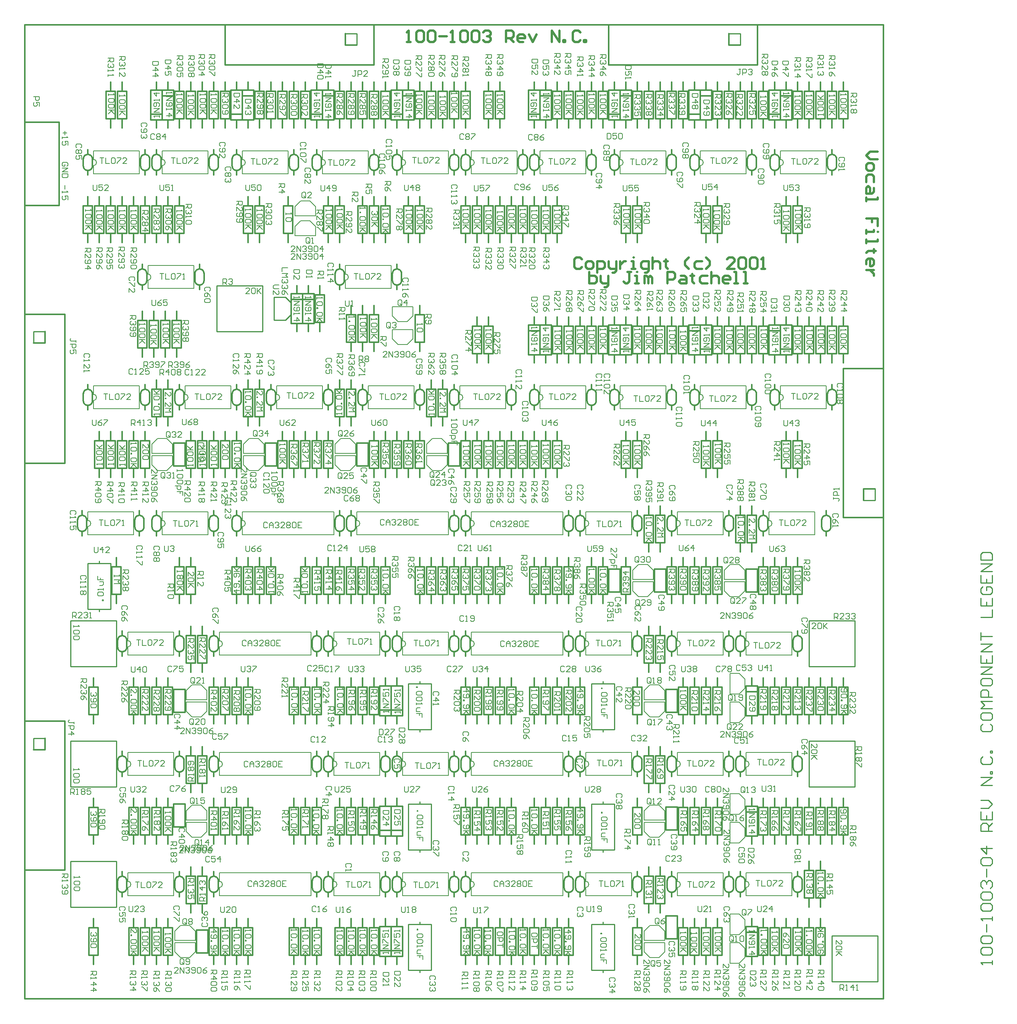
<source format=gto>
*%FSLAX23Y23*%
*%MOIN*%
G01*
%ADD11C,0.006*%
%ADD12C,0.007*%
%ADD13C,0.008*%
%ADD14C,0.010*%
%ADD15C,0.012*%
%ADD16C,0.020*%
%ADD17C,0.030*%
%ADD18C,0.032*%
%ADD19C,0.036*%
%ADD20C,0.050*%
%ADD21C,0.050*%
%ADD22C,0.052*%
%ADD23C,0.054*%
%ADD24C,0.055*%
%ADD25C,0.056*%
%ADD26C,0.059*%
%ADD27C,0.062*%
%ADD28C,0.066*%
%ADD29C,0.070*%
%ADD30C,0.090*%
%ADD31C,0.125*%
%ADD32C,0.129*%
%ADD33C,0.140*%
%ADD34C,0.160*%
%ADD35C,0.250*%
%ADD36R,0.062X0.062*%
%ADD37R,0.066X0.066*%
D11*
X5743Y11217D02*
X5751Y11225D01*
Y11242D01*
X5743Y11250D01*
X5709D01*
X5701Y11242D01*
Y11225D01*
X5709Y11217D01*
X5726D01*
Y11233D01*
X5701Y11200D02*
X5751D01*
X5701Y11167D01*
X5751D01*
Y11150D02*
X5701D01*
Y11125D01*
X5709Y11117D01*
X5743D01*
X5751Y11125D01*
Y11150D01*
X5726Y11050D02*
Y11017D01*
X5701Y11000D02*
Y10983D01*
Y10992D01*
X5751D01*
X5752D01*
X5751D02*
X5743Y11000D01*
X5751Y10958D02*
Y10925D01*
Y10958D02*
X5726D01*
X5734Y10942D01*
Y10933D01*
X5726Y10925D01*
X5709D01*
X5701Y10933D01*
Y10950D01*
X5709Y10958D01*
X5726Y11492D02*
Y11525D01*
X5743Y11508D02*
X5709D01*
X5701Y11475D02*
Y11458D01*
Y11467D01*
X5751D01*
X5752D01*
X5751D02*
X5743Y11475D01*
X5751Y11433D02*
Y11400D01*
Y11433D02*
X5726D01*
X5734Y11417D01*
Y11408D01*
X5726Y11400D01*
X5709D01*
X5701Y11408D01*
Y11425D01*
X5709Y11433D01*
X9401Y10835D02*
Y10818D01*
Y10827D01*
X9451D01*
X9452D01*
X9451D02*
X9443Y10835D01*
Y10793D02*
X9451Y10785D01*
Y10768D01*
X9443Y10760D01*
X9409D01*
X9401Y10768D01*
Y10785D01*
X9409Y10793D01*
X9443D01*
Y10743D02*
X9451Y10735D01*
Y10718D01*
X9443Y10710D01*
X9409D01*
X9401Y10718D01*
Y10735D01*
X9409Y10743D01*
X9443D01*
X9451Y10693D02*
X9401D01*
X9418D01*
X9451Y10660D01*
X9426Y10685D01*
X9401Y10660D01*
Y10500D02*
X9451D01*
Y10475D01*
X9443Y10467D01*
X9426D01*
X9418Y10475D01*
Y10500D01*
Y10483D02*
X9401Y10467D01*
X9443Y10450D02*
X9451Y10442D01*
Y10425D01*
X9443Y10417D01*
X9434D01*
X9435D01*
X9434D02*
X9435D01*
X9434D02*
X9435D01*
X9434D02*
X9426Y10425D01*
Y10433D01*
Y10425D01*
X9418Y10417D01*
X9409D01*
X9401Y10425D01*
Y10442D01*
X9409Y10450D01*
X9443Y10400D02*
X9451Y10392D01*
Y10375D01*
X9443Y10367D01*
X9434D01*
X9435D01*
X9434D02*
X9435D01*
X9434D02*
X9435D01*
X9434D02*
X9426Y10375D01*
Y10383D01*
Y10375D01*
X9418Y10367D01*
X9409D01*
X9401Y10375D01*
Y10392D01*
X9409Y10400D01*
X9401Y10350D02*
Y10317D01*
Y10350D02*
X9434Y10317D01*
X9443D01*
X9451Y10325D01*
Y10342D01*
X9443Y10350D01*
X10651Y9612D02*
Y9595D01*
Y9603D02*
Y9612D01*
Y9603D02*
X10601D01*
X10602D01*
X10601D02*
X10609Y9595D01*
X10601Y9637D02*
X10651D01*
Y9670D02*
X10601Y9637D01*
Y9670D02*
X10651D01*
X10643Y9687D02*
X10651Y9695D01*
Y9712D01*
X10643Y9720D01*
X10609D01*
X10601Y9712D01*
Y9695D01*
X10609Y9687D01*
X10618D01*
X10626Y9695D01*
Y9720D01*
X10651Y9737D02*
Y9753D01*
Y9745D01*
X10601D01*
X10602D01*
X10601D02*
X10609Y9737D01*
X10601Y9803D02*
X10651D01*
X10626Y9778D02*
X10601Y9803D01*
X10626Y9812D02*
Y9778D01*
X10606Y10095D02*
X10656D01*
X10606D02*
Y10070D01*
X10614Y10062D01*
X10648D01*
X10656Y10070D01*
Y10095D01*
X10648Y10045D02*
X10656Y10037D01*
Y10020D01*
X10648Y10012D01*
X10639D01*
X10640D01*
X10639D02*
X10640D01*
X10639D02*
X10640D01*
X10639D02*
X10631Y10020D01*
Y10028D01*
Y10020D01*
X10623Y10012D01*
X10614D01*
X10606Y10020D01*
Y10037D01*
X10614Y10045D01*
X10606Y9970D02*
X10656D01*
X10631Y9995D01*
Y9962D01*
X8056Y7695D02*
X8006D01*
X8056D02*
Y7670D01*
X8048Y7662D01*
X8031D01*
X8023Y7670D01*
Y7695D01*
Y7678D02*
X8006Y7662D01*
Y7620D02*
X8056D01*
X8031Y7645D01*
Y7612D01*
X8006Y7595D02*
Y7578D01*
Y7587D01*
X8056D01*
X8057D01*
X8056D02*
X8048Y7595D01*
X8056Y7528D02*
X8006D01*
X8031Y7553D02*
X8056Y7528D01*
X8031Y7520D02*
Y7553D01*
X12206Y5045D02*
X12256D01*
Y5020D01*
X12248Y5012D01*
X12231D01*
X12223Y5020D01*
Y5045D01*
Y5028D02*
X12206Y5012D01*
Y4995D02*
Y4978D01*
Y4987D01*
X12256D01*
X12257D01*
X12256D02*
X12248Y4995D01*
Y4953D02*
X12256Y4945D01*
Y4928D01*
X12248Y4920D01*
X12239D01*
X12240D01*
X12239D02*
X12240D01*
X12239D02*
X12240D01*
X12239D02*
X12231Y4928D01*
Y4937D01*
Y4928D01*
X12223Y4920D01*
X12214D01*
X12206Y4928D01*
Y4945D01*
X12214Y4953D01*
X12248Y4903D02*
X12256Y4895D01*
Y4878D01*
X12248Y4870D01*
X12239D01*
X12231Y4878D01*
X12223Y4870D01*
X12214D01*
X12206Y4878D01*
Y4895D01*
X12214Y4903D01*
X12223D01*
X12231Y4895D01*
X12239Y4903D01*
X12248D01*
X12231Y4895D02*
Y4878D01*
X10851Y7095D02*
X10801D01*
X10851D02*
Y7070D01*
X10843Y7062D01*
X10826D01*
X10818Y7070D01*
Y7095D01*
Y7078D02*
X10801Y7062D01*
Y7045D02*
Y7012D01*
Y7045D02*
X10834Y7012D01*
X10843D01*
X10851Y7020D01*
Y7037D01*
X10843Y7045D01*
X10801Y6995D02*
Y6962D01*
Y6995D02*
X10834Y6962D01*
X10843D01*
X10851Y6970D01*
Y6987D01*
X10843Y6995D01*
Y6945D02*
X10851Y6937D01*
Y6920D01*
X10843Y6912D01*
X10834D01*
X10835D01*
X10834D02*
X10835D01*
X10834D02*
X10835D01*
X10834D02*
X10826Y6920D01*
Y6928D01*
Y6920D01*
X10818Y6912D01*
X10809D01*
X10801Y6920D01*
Y6937D01*
X10809Y6945D01*
X10901Y7085D02*
X10951D01*
Y7060D01*
X10943Y7052D01*
X10926D01*
X10918Y7060D01*
Y7085D01*
Y7068D02*
X10901Y7052D01*
Y7035D02*
Y7002D01*
Y7035D02*
X10934Y7002D01*
X10943D01*
X10951Y7010D01*
Y7027D01*
X10943Y7035D01*
X10901Y6985D02*
Y6968D01*
Y6977D01*
X10951D01*
X10952D01*
X10951D02*
X10943Y6985D01*
X10951Y6943D02*
Y6910D01*
Y6943D02*
X10926D01*
X10934Y6927D01*
Y6918D01*
X10926Y6910D01*
X10909D01*
X10901Y6918D01*
Y6935D01*
X10909Y6943D01*
X12439Y8311D02*
Y8327D01*
Y8319D02*
Y8311D01*
Y8319D02*
X12481D01*
X12489Y8311D01*
Y8302D01*
X12481Y8294D01*
X12489Y8344D02*
X12439D01*
Y8369D01*
X12447Y8377D01*
X12464D01*
X12472Y8369D01*
Y8344D01*
X12489Y8394D02*
Y8411D01*
Y8402D01*
X12439D01*
X12440D01*
X12439D02*
X12447Y8394D01*
X5501Y11825D02*
X5451D01*
X5501D02*
Y11800D01*
X5493Y11792D01*
X5476D01*
X5468Y11800D01*
Y11825D01*
X5501Y11775D02*
Y11742D01*
Y11775D02*
X5476D01*
X5484Y11758D01*
Y11750D01*
X5476Y11742D01*
X5459D01*
X5451Y11750D01*
Y11767D01*
X5459Y11775D01*
X8718Y10207D02*
X8726Y10215D01*
Y10232D01*
X8718Y10240D01*
X8684D01*
X8676Y10232D01*
Y10215D01*
X8684Y10207D01*
X8676Y10190D02*
Y10173D01*
Y10182D01*
X8726D01*
X8727D01*
X8726D02*
X8718Y10190D01*
X8676Y10148D02*
Y10132D01*
Y10140D01*
X8726D01*
X8727D01*
X8726D02*
X8718Y10148D01*
Y10090D02*
X8726Y10073D01*
X8718Y10090D02*
X8701Y10107D01*
X8684D01*
X8676Y10098D01*
Y10082D01*
X8684Y10073D01*
X8693D01*
X8701Y10082D01*
Y10107D01*
X8284Y10280D02*
X8251D01*
X8268D02*
X8284D01*
X8268D02*
Y10230D01*
X8301D02*
Y10280D01*
Y10230D02*
X8334D01*
X8351Y10272D02*
X8359Y10280D01*
X8376D01*
X8384Y10272D01*
Y10238D01*
X8376Y10230D01*
X8359D01*
X8351Y10238D01*
Y10272D01*
X8401Y10280D02*
X8434D01*
Y10272D01*
X8401Y10238D01*
Y10230D01*
X8451D02*
X8484D01*
X8451D02*
X8484Y10263D01*
Y10272D01*
X8476Y10280D01*
X8459D01*
X8451Y10272D01*
X8176Y10045D02*
Y10003D01*
X8184Y9995D01*
X8201D01*
X8209Y10003D01*
Y10045D01*
X8226Y9995D02*
X8243D01*
X8234D01*
Y10045D01*
X8235D01*
X8234D02*
X8226Y10037D01*
X8063Y10337D02*
X8071Y10345D01*
Y10362D01*
X8063Y10370D01*
X8029D01*
X8021Y10362D01*
Y10345D01*
X8029Y10337D01*
X8021Y10320D02*
Y10303D01*
Y10312D01*
X8071D01*
X8072D01*
X8071D02*
X8063Y10320D01*
X8021Y10278D02*
Y10262D01*
Y10270D01*
X8071D01*
X8072D01*
X8071D02*
X8063Y10278D01*
X8071Y10212D02*
X8021D01*
X8046Y10237D02*
X8071Y10212D01*
X8046Y10203D02*
Y10237D01*
X8501Y10833D02*
Y10850D01*
Y10842D02*
Y10833D01*
Y10842D02*
X8551D01*
X8552D01*
X8551D02*
X8543Y10850D01*
Y10808D02*
X8551Y10800D01*
Y10783D01*
X8543Y10775D01*
X8509D01*
X8501Y10783D01*
Y10800D01*
X8509Y10808D01*
X8543D01*
X8509Y10758D02*
X8501D01*
X8509D02*
Y10750D01*
X8501D01*
Y10758D01*
X8543Y10717D02*
X8551Y10708D01*
Y10692D01*
X8543Y10683D01*
X8509D01*
X8501Y10692D01*
Y10708D01*
X8509Y10717D01*
X8543D01*
X8551Y10667D02*
X8501D01*
X8518D01*
X8551Y10633D01*
X8526Y10658D01*
X8501Y10633D01*
X8521Y11085D02*
X8571D01*
Y11060D01*
X8563Y11052D01*
X8546D01*
X8538Y11060D01*
Y11085D01*
Y11068D02*
X8521Y11052D01*
X8563Y11018D02*
X8571Y11002D01*
X8563Y11018D02*
X8546Y11035D01*
X8529D01*
X8521Y11027D01*
Y11010D01*
X8529Y11002D01*
X8538D01*
X8546Y11010D01*
Y11035D01*
X8448Y10825D02*
X8456Y10817D01*
Y10800D01*
X8448Y10792D01*
X8439D01*
X8440D01*
X8439D02*
X8440D01*
X8439D02*
X8440D01*
X8439D02*
X8431Y10800D01*
Y10808D01*
Y10800D01*
X8423Y10792D01*
X8414D01*
X8406Y10800D01*
Y10817D01*
X8414Y10825D01*
X8448Y10775D02*
X8456Y10767D01*
Y10750D01*
X8448Y10742D01*
X8414D01*
X8406Y10750D01*
Y10767D01*
X8414Y10775D01*
X8448D01*
X8456Y10725D02*
X8406D01*
X8423D01*
X8456Y10692D01*
X8431Y10717D01*
X8406Y10692D01*
X8406Y11060D02*
X8356D01*
X8406D02*
Y11035D01*
X8398Y11027D01*
X8381D01*
X8373Y11035D01*
Y11060D01*
Y11043D02*
X8356Y11027D01*
X8406Y11010D02*
Y10977D01*
Y11010D02*
X8381D01*
X8389Y10993D01*
Y10985D01*
X8381Y10977D01*
X8364D01*
X8356Y10985D01*
Y11002D01*
X8364Y11010D01*
X8301Y10860D02*
Y10843D01*
Y10852D01*
X8351D01*
X8352D01*
X8351D02*
X8343Y10860D01*
X8309Y10818D02*
X8301D01*
X8309D02*
Y10810D01*
X8301D01*
Y10818D01*
X8343Y10777D02*
X8351Y10768D01*
Y10752D01*
X8343Y10743D01*
X8309D01*
X8301Y10752D01*
Y10768D01*
X8309Y10777D01*
X8343D01*
Y10727D02*
X8351Y10718D01*
Y10702D01*
X8343Y10693D01*
X8309D01*
X8301Y10702D01*
Y10718D01*
X8309Y10727D01*
X8343D01*
X8351Y10677D02*
X8301D01*
X8318D01*
X8351Y10643D01*
X8326Y10668D01*
X8301Y10643D01*
X8286Y10990D02*
X8236D01*
X8286D02*
Y10965D01*
X8278Y10957D01*
X8261D01*
X8253Y10965D01*
Y10990D01*
Y10973D02*
X8236Y10957D01*
Y10940D02*
Y10907D01*
Y10940D02*
X8269Y10907D01*
X8278D01*
X8286Y10915D01*
Y10932D01*
X8278Y10940D01*
X7734Y10470D02*
X7701D01*
X7734Y10503D01*
Y10512D01*
X7726Y10520D01*
X7709D01*
X7701Y10512D01*
X7751Y10520D02*
Y10470D01*
X7784D02*
X7751Y10520D01*
X7784D02*
Y10470D01*
X7801Y10512D02*
X7809Y10520D01*
X7826D01*
X7834Y10512D01*
Y10503D01*
X7835D01*
X7834D02*
X7835D01*
X7834D02*
X7835D01*
X7834D02*
X7826Y10495D01*
X7818D01*
X7826D01*
X7834Y10487D01*
Y10478D01*
X7826Y10470D01*
X7809D01*
X7801Y10478D01*
X7851D02*
X7859Y10470D01*
X7876D01*
X7884Y10478D01*
Y10512D01*
X7876Y10520D01*
X7859D01*
X7851Y10512D01*
Y10503D01*
X7859Y10495D01*
X7884D01*
X7901Y10512D02*
X7909Y10520D01*
X7926D01*
X7934Y10512D01*
Y10478D01*
X7926Y10470D01*
X7909D01*
X7901Y10478D01*
Y10512D01*
X7976Y10520D02*
Y10470D01*
X7951Y10495D02*
X7976Y10520D01*
X7984Y10495D02*
X7951D01*
X7864Y10553D02*
Y10587D01*
X7856Y10595D01*
X7839D01*
X7831Y10587D01*
Y10553D01*
X7839Y10545D01*
X7856D01*
X7864D02*
X7848Y10562D01*
X7856Y10545D02*
X7864Y10553D01*
X7881Y10545D02*
X7898D01*
X7889D01*
Y10595D01*
X7890D01*
X7889D02*
X7881Y10587D01*
X7734Y10405D02*
X7701D01*
X7734Y10438D01*
Y10447D01*
X7726Y10455D01*
X7709D01*
X7701Y10447D01*
X7751Y10455D02*
Y10405D01*
X7784D02*
X7751Y10455D01*
X7784D02*
Y10405D01*
X7801Y10447D02*
X7809Y10455D01*
X7826D01*
X7834Y10447D01*
Y10438D01*
X7835D01*
X7834D02*
X7835D01*
X7834D02*
X7835D01*
X7834D02*
X7826Y10430D01*
X7818D01*
X7826D01*
X7834Y10422D01*
Y10413D01*
X7826Y10405D01*
X7809D01*
X7801Y10413D01*
X7851D02*
X7859Y10405D01*
X7876D01*
X7884Y10413D01*
Y10447D01*
X7876Y10455D01*
X7859D01*
X7851Y10447D01*
Y10438D01*
X7859Y10430D01*
X7884D01*
X7901Y10447D02*
X7909Y10455D01*
X7926D01*
X7934Y10447D01*
Y10413D01*
X7926Y10405D01*
X7909D01*
X7901Y10413D01*
Y10447D01*
X7976Y10455D02*
Y10405D01*
X7951Y10430D02*
X7976Y10455D01*
X7984Y10430D02*
X7951D01*
X7829Y10948D02*
Y10982D01*
X7821Y10990D01*
X7804D01*
X7796Y10982D01*
Y10948D01*
X7804Y10940D01*
X7821D01*
X7829D02*
X7813Y10957D01*
X7821Y10940D02*
X7829Y10948D01*
X7846Y10940D02*
X7879D01*
X7846D02*
X7879Y10973D01*
Y10982D01*
X7871Y10990D01*
X7854D01*
X7846Y10982D01*
X7656Y10810D02*
Y10793D01*
Y10802D01*
X7706D01*
X7707D01*
X7706D02*
X7698Y10810D01*
Y10768D02*
X7706Y10760D01*
Y10743D01*
X7698Y10735D01*
X7664D01*
X7656Y10743D01*
Y10760D01*
X7664Y10768D01*
X7698D01*
X7646Y11065D02*
X7596D01*
X7646D02*
Y11040D01*
X7638Y11032D01*
X7621D01*
X7613Y11040D01*
Y11065D01*
Y11048D02*
X7596Y11032D01*
Y10990D02*
X7646D01*
X7621Y11015D01*
Y10982D01*
X7051Y8622D02*
Y8605D01*
Y8613D02*
Y8622D01*
Y8613D02*
X7001D01*
X7002D01*
X7001D02*
X7009Y8605D01*
Y8647D02*
X7001Y8655D01*
Y8672D01*
X7009Y8680D01*
X7043D01*
X7051Y8672D01*
Y8655D01*
X7043Y8647D01*
X7009D01*
Y8697D02*
X7001Y8705D01*
Y8722D01*
X7009Y8730D01*
X7043D01*
X7051Y8722D01*
Y8705D01*
X7043Y8697D01*
X7009D01*
X7001Y8747D02*
X7051D01*
X7034D01*
X7001Y8780D01*
X7026Y8755D01*
X7051Y8780D01*
X7051Y8460D02*
X7001D01*
X7051D02*
Y8435D01*
X7043Y8427D01*
X7026D01*
X7018Y8435D01*
Y8460D01*
Y8443D02*
X7001Y8427D01*
Y8385D02*
X7051D01*
X7026Y8410D01*
Y8377D01*
X7001Y8360D02*
Y8327D01*
Y8360D02*
X7034Y8327D01*
X7043D01*
X7051Y8335D01*
Y8352D01*
X7043Y8360D01*
X7001Y8310D02*
Y8293D01*
Y8302D01*
X7051D01*
X7052D01*
X7051D02*
X7043Y8310D01*
X6951Y8605D02*
Y8622D01*
Y8613D01*
X6901D01*
X6902D01*
X6901D02*
X6909Y8605D01*
Y8647D02*
X6901Y8655D01*
Y8672D01*
X6909Y8680D01*
X6943D01*
X6951Y8672D01*
Y8655D01*
X6943Y8647D01*
X6909D01*
Y8697D02*
X6901Y8705D01*
Y8722D01*
X6909Y8730D01*
X6943D01*
X6951Y8722D01*
Y8705D01*
X6943Y8697D01*
X6909D01*
X6901Y8747D02*
X6951D01*
X6934D01*
X6901Y8780D01*
X6926Y8755D01*
X6951Y8780D01*
X6946Y8460D02*
X6896D01*
X6946D02*
Y8435D01*
X6938Y8427D01*
X6921D01*
X6913Y8435D01*
Y8460D01*
Y8443D02*
X6896Y8427D01*
Y8385D02*
X6946D01*
X6921Y8410D01*
Y8377D01*
X6896Y8360D02*
Y8343D01*
Y8352D01*
X6946D01*
X6947D01*
X6946D02*
X6938Y8360D01*
Y8318D02*
X6946Y8310D01*
Y8293D01*
X6938Y8285D01*
X6929D01*
X6921Y8293D01*
X6913Y8285D01*
X6904D01*
X6896Y8293D01*
Y8310D01*
X6904Y8318D01*
X6913D01*
X6921Y8310D01*
X6929Y8318D01*
X6938D01*
X6921Y8310D02*
Y8293D01*
X5821Y9682D02*
Y9698D01*
Y9690D01*
X5779D01*
X5771Y9698D01*
Y9707D01*
X5779Y9715D01*
X5771Y9665D02*
X5821D01*
Y9640D01*
X5813Y9632D01*
X5796D01*
X5788Y9640D01*
Y9665D01*
X5821Y9615D02*
Y9582D01*
Y9615D02*
X5796D01*
X5804Y9598D01*
Y9590D01*
X5796Y9582D01*
X5779D01*
X5771Y9590D01*
Y9607D01*
X5779Y9615D01*
X8253Y12050D02*
X8269D01*
X8261D02*
X8253D01*
X8261D02*
Y12008D01*
X8253Y12000D01*
X8244D01*
X8236Y12008D01*
X8286Y12000D02*
Y12050D01*
X8311D01*
X8319Y12042D01*
Y12025D01*
X8311Y12017D01*
X8286D01*
X8336Y12000D02*
X8369D01*
X8336D02*
X8369Y12033D01*
Y12042D01*
X8361Y12050D01*
X8344D01*
X8336Y12042D01*
X5871Y11385D02*
X5863Y11377D01*
X5871Y11385D02*
Y11402D01*
X5863Y11410D01*
X5829D01*
X5821Y11402D01*
Y11385D01*
X5829Y11377D01*
X5863Y11360D02*
X5871Y11352D01*
Y11335D01*
X5863Y11327D01*
X5854D01*
X5846Y11335D01*
X5838Y11327D01*
X5829D01*
X5821Y11335D01*
Y11352D01*
X5829Y11360D01*
X5838D01*
X5846Y11352D01*
X5854Y11360D01*
X5863D01*
X5846Y11352D02*
Y11335D01*
X5871Y11310D02*
Y11277D01*
Y11310D02*
X5846D01*
X5854Y11293D01*
Y11285D01*
X5846Y11277D01*
X5829D01*
X5821Y11285D01*
Y11302D01*
X5829Y11310D01*
X7301Y11800D02*
X7351D01*
X7301D02*
Y11775D01*
X7309Y11767D01*
X7343D01*
X7351Y11775D01*
Y11800D01*
Y11725D02*
X7301D01*
X7326Y11750D02*
X7351Y11725D01*
X7326Y11717D02*
Y11750D01*
X7343Y11700D02*
X7351Y11692D01*
Y11675D01*
X7343Y11667D01*
X7334D01*
X7335D01*
X7334D02*
X7335D01*
X7334D02*
X7335D01*
X7334D02*
X7326Y11675D01*
Y11683D01*
Y11675D01*
X7318Y11667D01*
X7309D01*
X7301Y11675D01*
Y11692D01*
X7309Y11700D01*
X11031Y6405D02*
X11023Y6397D01*
X11031Y6405D02*
Y6422D01*
X11023Y6430D01*
X10989D01*
X10981Y6422D01*
Y6405D01*
X10989Y6397D01*
X10981Y6355D02*
X11031D01*
X11006Y6380D01*
Y6347D01*
X11023Y6330D02*
X11031Y6322D01*
Y6305D01*
X11023Y6297D01*
X11014D01*
X11015D01*
X11014D02*
X11015D01*
X11014D02*
X11015D01*
X11014D02*
X11006Y6305D01*
Y6313D01*
Y6305D01*
X10998Y6297D01*
X10989D01*
X10981Y6305D01*
Y6322D01*
X10989Y6330D01*
X10844Y6713D02*
Y6747D01*
X10836Y6755D01*
X10819D01*
X10811Y6747D01*
Y6713D01*
X10819Y6705D01*
X10836D01*
X10844D02*
X10828Y6722D01*
X10836Y6705D02*
X10844Y6713D01*
X10861Y6705D02*
X10878D01*
X10869D01*
Y6755D01*
X10870D01*
X10869D02*
X10861Y6747D01*
X10903D02*
X10911Y6755D01*
X10928D01*
X10936Y6747D01*
Y6738D01*
X10928Y6730D01*
X10936Y6722D01*
Y6713D01*
X10928Y6705D01*
X10911D01*
X10903Y6713D01*
Y6722D01*
X10911Y6730D01*
X10903Y6738D01*
Y6747D01*
X10911Y6730D02*
X10928D01*
X10849Y6382D02*
Y6348D01*
Y6382D02*
X10841Y6390D01*
X10824D01*
X10816Y6382D01*
Y6348D01*
X10824Y6340D01*
X10841D01*
X10849D02*
X10833Y6357D01*
X10841Y6340D02*
X10849Y6348D01*
X10866Y6340D02*
X10883D01*
X10874D01*
Y6390D01*
X10875D01*
X10874D02*
X10866Y6382D01*
X10908Y6390D02*
X10941D01*
Y6382D01*
X10908Y6348D01*
Y6340D01*
X10751Y11840D02*
X10701D01*
X10751D02*
Y11815D01*
X10743Y11807D01*
X10726D01*
X10718Y11815D01*
Y11840D01*
Y11823D02*
X10701Y11807D01*
X10743Y11790D02*
X10751Y11782D01*
Y11765D01*
X10743Y11757D01*
X10734D01*
X10735D01*
X10734D02*
X10735D01*
X10734D02*
X10735D01*
X10734D02*
X10726Y11765D01*
Y11773D01*
Y11765D01*
X10718Y11757D01*
X10709D01*
X10701Y11765D01*
Y11782D01*
X10709Y11790D01*
X10743Y11740D02*
X10751Y11732D01*
Y11715D01*
X10743Y11707D01*
X10734D01*
X10735D01*
X10734D02*
X10735D01*
X10734D02*
X10735D01*
X10734D02*
X10726Y11715D01*
Y11723D01*
Y11715D01*
X10718Y11707D01*
X10709D01*
X10701Y11715D01*
Y11732D01*
X10709Y11740D01*
X10751Y11690D02*
Y11657D01*
Y11690D02*
X10726D01*
X10734Y11673D01*
Y11665D01*
X10726Y11657D01*
X10709D01*
X10701Y11665D01*
Y11682D01*
X10709Y11690D01*
X10739Y7802D02*
Y7768D01*
Y7802D02*
X10731Y7810D01*
X10714D01*
X10706Y7802D01*
Y7768D01*
X10714Y7760D01*
X10731D01*
X10739D02*
X10723Y7777D01*
X10731Y7760D02*
X10739Y7768D01*
X10756Y7802D02*
X10764Y7810D01*
X10781D01*
X10789Y7802D01*
Y7793D01*
X10790D01*
X10789D02*
X10790D01*
X10789D02*
X10790D01*
X10789D02*
X10781Y7785D01*
X10773D01*
X10781D01*
X10789Y7777D01*
Y7768D01*
X10781Y7760D01*
X10764D01*
X10756Y7768D01*
X10806Y7802D02*
X10814Y7810D01*
X10831D01*
X10839Y7802D01*
Y7768D01*
X10831Y7760D01*
X10814D01*
X10806Y7768D01*
Y7802D01*
X10744Y7427D02*
Y7393D01*
Y7427D02*
X10736Y7435D01*
X10719D01*
X10711Y7427D01*
Y7393D01*
X10719Y7385D01*
X10736D01*
X10744D02*
X10728Y7402D01*
X10736Y7385D02*
X10744Y7393D01*
X10761Y7385D02*
X10794D01*
X10761D02*
X10794Y7418D01*
Y7427D01*
X10786Y7435D01*
X10769D01*
X10761Y7427D01*
X10811Y7393D02*
X10819Y7385D01*
X10836D01*
X10844Y7393D01*
Y7427D01*
X10836Y7435D01*
X10819D01*
X10811Y7427D01*
Y7418D01*
X10819Y7410D01*
X10844D01*
X11301Y7695D02*
X11351D01*
Y7670D01*
X11343Y7662D01*
X11326D01*
X11318Y7670D01*
Y7695D01*
Y7678D02*
X11301Y7662D01*
X11343Y7645D02*
X11351Y7637D01*
Y7620D01*
X11343Y7612D01*
X11334D01*
X11335D01*
X11334D02*
X11335D01*
X11334D02*
X11335D01*
X11334D02*
X11326Y7620D01*
Y7628D01*
Y7620D01*
X11318Y7612D01*
X11309D01*
X11301Y7620D01*
Y7637D01*
X11309Y7645D01*
Y7595D02*
X11301Y7587D01*
Y7570D01*
X11309Y7562D01*
X11343D01*
X11351Y7570D01*
Y7587D01*
X11343Y7595D01*
X11334D01*
X11326Y7587D01*
Y7562D01*
X11301Y7545D02*
Y7512D01*
Y7545D02*
X11334Y7512D01*
X11343D01*
X11351Y7520D01*
Y7537D01*
X11343Y7545D01*
X10844Y5692D02*
Y5658D01*
Y5692D02*
X10836Y5700D01*
X10819D01*
X10811Y5692D01*
Y5658D01*
X10819Y5650D01*
X10836D01*
X10844D02*
X10828Y5667D01*
X10836Y5650D02*
X10844Y5658D01*
X10861Y5650D02*
X10878D01*
X10869D01*
Y5700D01*
X10870D01*
X10869D02*
X10861Y5692D01*
X10903Y5650D02*
X10936D01*
X10903D02*
X10936Y5683D01*
Y5692D01*
X10928Y5700D01*
X10911D01*
X10903Y5692D01*
X11106Y5590D02*
X11156D01*
Y5565D01*
X11148Y5557D01*
X11131D01*
X11123Y5565D01*
Y5590D01*
Y5573D02*
X11106Y5557D01*
Y5540D02*
Y5523D01*
Y5532D01*
X11156D01*
X11157D01*
X11156D02*
X11148Y5540D01*
Y5482D02*
X11156Y5465D01*
X11148Y5482D02*
X11131Y5498D01*
X11114D01*
X11106Y5490D01*
Y5473D01*
X11114Y5465D01*
X11123D01*
X11131Y5473D01*
Y5498D01*
X11156Y5448D02*
Y5415D01*
Y5448D02*
X11131D01*
X11139Y5432D01*
Y5423D01*
X11131Y5415D01*
X11114D01*
X11106Y5423D01*
Y5440D01*
X11114Y5448D01*
X10849Y5337D02*
Y5303D01*
Y5337D02*
X10841Y5345D01*
X10824D01*
X10816Y5337D01*
Y5303D01*
X10824Y5295D01*
X10841D01*
X10849D02*
X10833Y5312D01*
X10841Y5295D02*
X10849Y5303D01*
X10866Y5295D02*
X10883D01*
X10874D01*
Y5345D01*
X10875D01*
X10874D02*
X10866Y5337D01*
X10908Y5295D02*
X10924D01*
X10916D01*
Y5345D01*
X10917D01*
X10916D02*
X10908Y5337D01*
X9951Y6645D02*
X9901D01*
X9951D02*
Y6620D01*
X9943Y6612D01*
X9926D01*
X9918Y6620D01*
Y6645D01*
Y6628D02*
X9901Y6612D01*
Y6595D02*
Y6578D01*
Y6587D01*
X9951D01*
X9952D01*
X9951D02*
X9943Y6595D01*
X9909Y6553D02*
X9901Y6545D01*
Y6528D01*
X9909Y6520D01*
X9943D01*
X9951Y6528D01*
Y6545D01*
X9943Y6553D01*
X9934D01*
X9926Y6545D01*
Y6520D01*
X9951Y6503D02*
Y6470D01*
X9943D01*
X9909Y6503D01*
X9901D01*
X10101Y6645D02*
X10151D01*
Y6620D01*
X10143Y6612D01*
X10126D01*
X10118Y6620D01*
Y6645D01*
Y6628D02*
X10101Y6612D01*
Y6595D02*
Y6562D01*
Y6595D02*
X10134Y6562D01*
X10143D01*
X10151Y6570D01*
Y6587D01*
X10143Y6595D01*
Y6545D02*
X10151Y6537D01*
Y6520D01*
X10143Y6512D01*
X10109D01*
X10101Y6520D01*
Y6537D01*
X10109Y6545D01*
X10143D01*
X10101Y6495D02*
Y6462D01*
Y6495D02*
X10134Y6462D01*
X10143D01*
X10151Y6470D01*
Y6487D01*
X10143Y6495D01*
X9951Y5585D02*
X9901D01*
X9951D02*
Y5560D01*
X9943Y5552D01*
X9926D01*
X9918Y5560D01*
Y5585D01*
Y5568D02*
X9901Y5552D01*
Y5535D02*
Y5518D01*
Y5527D01*
X9951D01*
X9952D01*
X9951D02*
X9943Y5535D01*
X9951Y5493D02*
Y5460D01*
Y5493D02*
X9926D01*
X9934Y5477D01*
Y5468D01*
X9926Y5460D01*
X9909D01*
X9901Y5468D01*
Y5485D01*
X9909Y5493D01*
X9901Y5443D02*
Y5427D01*
Y5435D01*
X9951D01*
X9952D01*
X9951D02*
X9943Y5443D01*
X10101Y5595D02*
X10151D01*
Y5570D01*
X10143Y5562D01*
X10126D01*
X10118Y5570D01*
Y5595D01*
Y5578D02*
X10101Y5562D01*
Y5545D02*
Y5528D01*
Y5537D01*
X10151D01*
X10152D01*
X10151D02*
X10143Y5545D01*
X10151Y5503D02*
Y5470D01*
Y5503D02*
X10126D01*
X10134Y5487D01*
Y5478D01*
X10126Y5470D01*
X10109D01*
X10101Y5478D01*
Y5495D01*
X10109Y5503D01*
X10143Y5437D02*
X10151Y5420D01*
X10143Y5437D02*
X10126Y5453D01*
X10109D01*
X10101Y5445D01*
Y5428D01*
X10109Y5420D01*
X10118D01*
X10126Y5428D01*
Y5453D01*
X10001Y4555D02*
Y4538D01*
Y4547D01*
X10051D01*
X10052D01*
X10051D02*
X10043Y4555D01*
Y4513D02*
X10051Y4505D01*
Y4488D01*
X10043Y4480D01*
X10009D01*
X10001Y4488D01*
Y4505D01*
X10009Y4513D01*
X10043D01*
X10009Y4463D02*
X10001D01*
X10009D02*
Y4455D01*
X10001D01*
Y4463D01*
X10043Y4422D02*
X10051Y4413D01*
Y4397D01*
X10043Y4388D01*
X10009D01*
X10001Y4397D01*
Y4413D01*
X10009Y4422D01*
X10043D01*
X10051Y4372D02*
X10001D01*
X10018D01*
X10051Y4338D01*
X10026Y4363D01*
X10001Y4338D01*
X10006Y4195D02*
X10056D01*
Y4170D01*
X10048Y4162D01*
X10031D01*
X10023Y4170D01*
Y4195D01*
Y4178D02*
X10006Y4162D01*
Y4145D02*
Y4128D01*
Y4137D01*
X10056D01*
X10057D01*
X10056D02*
X10048Y4145D01*
X10006Y4103D02*
Y4087D01*
Y4095D01*
X10056D01*
X10057D01*
X10056D02*
X10048Y4103D01*
Y4062D02*
X10056Y4053D01*
Y4037D01*
X10048Y4028D01*
X10014D01*
X10006Y4037D01*
Y4053D01*
X10014Y4062D01*
X10048D01*
X10406Y4525D02*
X10414D01*
Y4517D01*
X10406D01*
Y4525D01*
X10448Y4483D02*
X10456Y4475D01*
Y4458D01*
X10448Y4450D01*
X10414D01*
X10406Y4458D01*
Y4475D01*
X10414Y4483D01*
X10448D01*
Y4433D02*
X10456Y4425D01*
Y4408D01*
X10448Y4400D01*
X10414D01*
X10406Y4408D01*
Y4425D01*
X10414Y4433D01*
X10448D01*
X10406Y4383D02*
Y4367D01*
Y4375D01*
X10456D01*
X10457D01*
X10456D02*
X10448Y4383D01*
X10439Y4342D02*
X10414D01*
X10406Y4333D01*
Y4308D01*
X10439D01*
X10456Y4292D02*
Y4258D01*
Y4292D02*
X10431D01*
Y4275D01*
Y4292D01*
X10406D01*
X10531Y4110D02*
X10523Y4102D01*
X10531Y4110D02*
Y4127D01*
X10523Y4135D01*
X10489D01*
X10481Y4127D01*
Y4110D01*
X10489Y4102D01*
X10523Y4085D02*
X10531Y4077D01*
Y4060D01*
X10523Y4052D01*
X10514D01*
X10515D01*
X10514D02*
X10515D01*
X10514D02*
X10515D01*
X10514D02*
X10506Y4060D01*
Y4068D01*
Y4060D01*
X10498Y4052D01*
X10489D01*
X10481Y4060D01*
Y4077D01*
X10489Y4085D01*
X10481Y4010D02*
X10531D01*
X10506Y4035D01*
Y4002D01*
X9851Y4500D02*
Y4517D01*
X9843Y4525D01*
X9809D01*
X9801Y4517D01*
Y4500D01*
X9809Y4492D01*
X9843D01*
X9851Y4500D01*
Y4475D02*
X9801D01*
X9851D02*
Y4450D01*
X9843Y4442D01*
X9826D01*
X9818Y4450D01*
Y4475D01*
X9851Y4425D02*
Y4392D01*
Y4408D01*
X9801D01*
Y4200D02*
X9851D01*
Y4175D01*
X9843Y4167D01*
X9826D01*
X9818Y4175D01*
Y4200D01*
Y4183D02*
X9801Y4167D01*
Y4150D02*
Y4133D01*
Y4142D01*
X9851D01*
X9852D01*
X9851D02*
X9843Y4150D01*
Y4108D02*
X9851Y4100D01*
Y4083D01*
X9843Y4075D01*
X9809D01*
X9801Y4083D01*
Y4100D01*
X9809Y4108D01*
X9843D01*
X9809Y4058D02*
X9801Y4050D01*
Y4033D01*
X9809Y4025D01*
X9843D01*
X9851Y4033D01*
Y4050D01*
X9843Y4058D01*
X9834D01*
X9826Y4050D01*
Y4025D01*
X5806Y6352D02*
Y6368D01*
Y6360D01*
X5764D01*
X5756Y6368D01*
Y6377D01*
X5764Y6385D01*
X5756Y6335D02*
X5806D01*
Y6310D01*
X5798Y6302D01*
X5781D01*
X5773Y6310D01*
Y6335D01*
X5756Y6260D02*
X5806D01*
X5781Y6285D01*
Y6252D01*
X10601Y7500D02*
X10651D01*
X10601D02*
Y7525D01*
X10609Y7533D01*
X10626D01*
X10634Y7525D01*
Y7500D01*
Y7517D02*
X10651Y7533D01*
X10609Y7550D02*
X10601Y7558D01*
Y7575D01*
X10609Y7583D01*
X10618D01*
X10619D01*
X10618D02*
X10619D01*
X10618D02*
X10619D01*
X10618D02*
X10626Y7575D01*
Y7567D01*
Y7575D01*
X10634Y7583D01*
X10643D01*
X10651Y7575D01*
Y7558D01*
X10643Y7550D01*
Y7600D02*
X10651Y7608D01*
Y7625D01*
X10643Y7633D01*
X10609D01*
X10601Y7625D01*
Y7608D01*
X10609Y7600D01*
X10618D01*
X10626Y7608D01*
Y7633D01*
X10651Y7675D02*
X10601D01*
X10626Y7650D01*
Y7683D01*
X11401Y7700D02*
X11451D01*
Y7675D01*
X11443Y7667D01*
X11426D01*
X11418Y7675D01*
Y7700D01*
Y7683D02*
X11401Y7667D01*
X11443Y7650D02*
X11451Y7642D01*
Y7625D01*
X11443Y7617D01*
X11434D01*
X11435D01*
X11434D02*
X11435D01*
X11434D02*
X11435D01*
X11434D02*
X11426Y7625D01*
Y7633D01*
Y7625D01*
X11418Y7617D01*
X11409D01*
X11401Y7625D01*
Y7642D01*
X11409Y7650D01*
X11443Y7600D02*
X11451Y7592D01*
Y7575D01*
X11443Y7567D01*
X11434D01*
X11426Y7575D01*
X11418Y7567D01*
X11409D01*
X11401Y7575D01*
Y7592D01*
X11409Y7600D01*
X11418D01*
X11426Y7592D01*
X11434Y7600D01*
X11443D01*
X11426Y7592D02*
Y7575D01*
X11451Y7550D02*
Y7517D01*
Y7550D02*
X11426D01*
X11434Y7533D01*
Y7525D01*
X11426Y7517D01*
X11409D01*
X11401Y7525D01*
Y7542D01*
X11409Y7550D01*
X11071Y5360D02*
X11063Y5352D01*
X11071Y5360D02*
Y5377D01*
X11063Y5385D01*
X11029D01*
X11021Y5377D01*
Y5360D01*
X11029Y5352D01*
X11063Y5335D02*
X11071Y5327D01*
Y5310D01*
X11063Y5302D01*
X11054D01*
X11055D01*
X11054D02*
X11055D01*
X11054D02*
X11055D01*
X11054D02*
X11046Y5310D01*
Y5318D01*
Y5310D01*
X11038Y5302D01*
X11029D01*
X11021Y5310D01*
Y5327D01*
X11029Y5335D01*
Y5285D02*
X11021Y5277D01*
Y5260D01*
X11029Y5252D01*
X11063D01*
X11071Y5260D01*
Y5277D01*
X11063Y5285D01*
X11054D01*
X11046Y5277D01*
Y5252D01*
X11051Y4425D02*
X11043Y4417D01*
X11051Y4425D02*
Y4442D01*
X11043Y4450D01*
X11009D01*
X11001Y4442D01*
Y4425D01*
X11009Y4417D01*
X11043Y4400D02*
X11051Y4392D01*
Y4375D01*
X11043Y4367D01*
X11034D01*
X11035D01*
X11034D02*
X11035D01*
X11034D02*
X11035D01*
X11034D02*
X11026Y4375D01*
Y4383D01*
Y4375D01*
X11018Y4367D01*
X11009D01*
X11001Y4375D01*
Y4392D01*
X11009Y4400D01*
X11051Y4350D02*
Y4317D01*
Y4350D02*
X11026D01*
X11034Y4333D01*
Y4325D01*
X11026Y4317D01*
X11009D01*
X11001Y4325D01*
Y4342D01*
X11009Y4350D01*
X6714Y4175D02*
X6681D01*
X6714Y4208D01*
Y4217D01*
X6706Y4225D01*
X6689D01*
X6681Y4217D01*
X6731Y4225D02*
Y4175D01*
X6764D02*
X6731Y4225D01*
X6764D02*
Y4175D01*
X6781Y4217D02*
X6789Y4225D01*
X6806D01*
X6814Y4217D01*
Y4208D01*
X6815D01*
X6814D02*
X6815D01*
X6814D02*
X6815D01*
X6814D02*
X6806Y4200D01*
X6798D01*
X6806D01*
X6814Y4192D01*
Y4183D01*
X6806Y4175D01*
X6789D01*
X6781Y4183D01*
X6831D02*
X6839Y4175D01*
X6856D01*
X6864Y4183D01*
Y4217D01*
X6856Y4225D01*
X6839D01*
X6831Y4217D01*
Y4208D01*
X6839Y4200D01*
X6864D01*
X6881Y4217D02*
X6889Y4225D01*
X6906D01*
X6914Y4217D01*
Y4183D01*
X6906Y4175D01*
X6889D01*
X6881Y4183D01*
Y4217D01*
X6948D02*
X6964Y4225D01*
X6948Y4217D02*
X6931Y4200D01*
Y4183D01*
X6939Y4175D01*
X6956D01*
X6964Y4183D01*
Y4192D01*
X6956Y4200D01*
X6931D01*
X6789Y4608D02*
Y4642D01*
X6781Y4650D01*
X6764D01*
X6756Y4642D01*
Y4608D01*
X6764Y4600D01*
X6781D01*
X6789D02*
X6773Y4617D01*
X6781Y4600D02*
X6789Y4608D01*
X6806Y4642D02*
X6814Y4650D01*
X6831D01*
X6839Y4642D01*
Y4633D01*
X6831Y4625D01*
X6839Y4617D01*
Y4608D01*
X6831Y4600D01*
X6814D01*
X6806Y4608D01*
Y4617D01*
X6814Y4625D01*
X6806Y4633D01*
Y4642D01*
X6814Y4625D02*
X6831D01*
X9401Y11828D02*
Y11845D01*
Y11837D02*
Y11828D01*
Y11837D02*
X9451D01*
X9452D01*
X9451D02*
X9443Y11845D01*
Y11803D02*
X9451Y11795D01*
Y11778D01*
X9443Y11770D01*
X9409D01*
X9401Y11778D01*
Y11795D01*
X9409Y11803D01*
X9443D01*
Y11753D02*
X9451Y11745D01*
Y11728D01*
X9443Y11720D01*
X9409D01*
X9401Y11728D01*
Y11745D01*
X9409Y11753D01*
X9443D01*
X9451Y11703D02*
X9401D01*
X9418D01*
X9451Y11670D01*
X9426Y11695D01*
X9401Y11670D01*
Y12190D02*
X9451D01*
Y12165D01*
X9443Y12157D01*
X9426D01*
X9418Y12165D01*
Y12190D01*
Y12173D02*
X9401Y12157D01*
X9443Y12140D02*
X9451Y12132D01*
Y12115D01*
X9443Y12107D01*
X9434D01*
X9435D01*
X9434D02*
X9435D01*
X9434D02*
X9435D01*
X9434D02*
X9426Y12115D01*
Y12123D01*
Y12115D01*
X9418Y12107D01*
X9409D01*
X9401Y12115D01*
Y12132D01*
X9409Y12140D01*
X9401Y12065D02*
X9451D01*
X9426Y12090D01*
Y12057D01*
X9443Y12040D02*
X9451Y12032D01*
Y12015D01*
X9443Y12007D01*
X9434D01*
X9426Y12015D01*
X9418Y12007D01*
X9409D01*
X9401Y12015D01*
Y12032D01*
X9409Y12040D01*
X9418D01*
X9426Y12032D01*
X9434Y12040D01*
X9443D01*
X9426Y12032D02*
Y12015D01*
X9501Y11845D02*
Y11828D01*
Y11837D01*
X9551D01*
X9552D01*
X9551D02*
X9543Y11845D01*
Y11803D02*
X9551Y11795D01*
Y11778D01*
X9543Y11770D01*
X9509D01*
X9501Y11778D01*
Y11795D01*
X9509Y11803D01*
X9543D01*
Y11753D02*
X9551Y11745D01*
Y11728D01*
X9543Y11720D01*
X9509D01*
X9501Y11728D01*
Y11745D01*
X9509Y11753D01*
X9543D01*
X9551Y11703D02*
X9501D01*
X9518D01*
X9551Y11670D01*
X9526Y11695D01*
X9501Y11670D01*
Y12190D02*
X9551D01*
Y12165D01*
X9543Y12157D01*
X9526D01*
X9518Y12165D01*
Y12190D01*
Y12173D02*
X9501Y12157D01*
X9543Y12140D02*
X9551Y12132D01*
Y12115D01*
X9543Y12107D01*
X9534D01*
X9535D01*
X9534D02*
X9535D01*
X9534D02*
X9535D01*
X9534D02*
X9526Y12115D01*
Y12123D01*
Y12115D01*
X9518Y12107D01*
X9509D01*
X9501Y12115D01*
Y12132D01*
X9509Y12140D01*
X9501Y12065D02*
X9551D01*
X9526Y12090D01*
Y12057D01*
X9509Y12040D02*
X9501Y12032D01*
Y12015D01*
X9509Y12007D01*
X9543D01*
X9551Y12015D01*
Y12032D01*
X9543Y12040D01*
X9534D01*
X9526Y12032D01*
Y12007D01*
X12351Y11677D02*
Y11660D01*
Y11668D02*
Y11677D01*
Y11668D02*
X12301D01*
X12302D01*
X12301D02*
X12309Y11660D01*
Y11702D02*
X12301Y11710D01*
Y11727D01*
X12309Y11735D01*
X12343D01*
X12351Y11727D01*
Y11710D01*
X12343Y11702D01*
X12309D01*
Y11752D02*
X12301Y11760D01*
Y11777D01*
X12309Y11785D01*
X12343D01*
X12351Y11777D01*
Y11760D01*
X12343Y11752D01*
X12309D01*
X12301Y11802D02*
X12351D01*
X12334D01*
X12301Y11835D01*
X12326Y11810D01*
X12351Y11835D01*
X12351Y12185D02*
X12301D01*
X12351D02*
Y12160D01*
X12343Y12152D01*
X12326D01*
X12318Y12160D01*
Y12185D01*
Y12168D02*
X12301Y12152D01*
X12343Y12135D02*
X12351Y12127D01*
Y12110D01*
X12343Y12102D01*
X12334D01*
X12335D01*
X12334D02*
X12335D01*
X12334D02*
X12335D01*
X12334D02*
X12326Y12110D01*
Y12118D01*
Y12110D01*
X12318Y12102D01*
X12309D01*
X12301Y12110D01*
Y12127D01*
X12309Y12135D01*
X12301Y12085D02*
Y12068D01*
Y12077D01*
X12351D01*
X12352D01*
X12351D02*
X12343Y12085D01*
Y12043D02*
X12351Y12035D01*
Y12018D01*
X12343Y12010D01*
X12334D01*
X12335D01*
X12334D02*
X12335D01*
X12334D02*
X12335D01*
X12334D02*
X12326Y12018D01*
Y12027D01*
Y12018D01*
X12318Y12010D01*
X12309D01*
X12301Y12018D01*
Y12035D01*
X12309Y12043D01*
X8228Y5106D02*
X8220Y5098D01*
X8228Y5106D02*
Y5123D01*
X8220Y5131D01*
X8186D01*
X8178Y5123D01*
Y5106D01*
X8186Y5098D01*
X8178Y5081D02*
Y5064D01*
Y5073D01*
X8228D01*
X8229D01*
X8228D02*
X8220Y5081D01*
X11613Y12065D02*
X11629D01*
X11621D02*
X11613D01*
X11621D02*
Y12023D01*
X11613Y12015D01*
X11604D01*
X11596Y12023D01*
X11646Y12015D02*
Y12065D01*
X11671D01*
X11679Y12057D01*
Y12040D01*
X11671Y12032D01*
X11646D01*
X11696Y12057D02*
X11704Y12065D01*
X11721D01*
X11729Y12057D01*
Y12048D01*
X11730D01*
X11729D02*
X11730D01*
X11729D02*
X11730D01*
X11729D02*
X11721Y12040D01*
X11713D01*
X11721D01*
X11729Y12032D01*
Y12023D01*
X11721Y12015D01*
X11704D01*
X11696Y12023D01*
X6556Y5595D02*
X6506D01*
X6556D02*
Y5570D01*
X6548Y5562D01*
X6531D01*
X6523Y5570D01*
Y5595D01*
Y5578D02*
X6506Y5562D01*
Y5545D02*
Y5528D01*
Y5537D01*
X6556D01*
X6557D01*
X6556D02*
X6548Y5545D01*
Y5503D02*
X6556Y5495D01*
Y5478D01*
X6548Y5470D01*
X6539D01*
X6531Y5478D01*
X6523Y5470D01*
X6514D01*
X6506Y5478D01*
Y5495D01*
X6514Y5503D01*
X6523D01*
X6531Y5495D01*
X6539Y5503D01*
X6548D01*
X6531Y5495D02*
Y5478D01*
X6506Y5453D02*
Y5420D01*
Y5453D02*
X6539Y5420D01*
X6548D01*
X6556Y5428D01*
Y5445D01*
X6548Y5453D01*
X6451Y5595D02*
X6401D01*
X6451D02*
Y5570D01*
X6443Y5562D01*
X6426D01*
X6418Y5570D01*
Y5595D01*
Y5578D02*
X6401Y5562D01*
Y5545D02*
Y5528D01*
Y5537D01*
X6451D01*
X6452D01*
X6451D02*
X6443Y5545D01*
X6451Y5503D02*
Y5470D01*
X6443D01*
X6409Y5503D01*
X6401D01*
X6443Y5437D02*
X6451Y5420D01*
X6443Y5437D02*
X6426Y5453D01*
X6409D01*
X6401Y5445D01*
Y5428D01*
X6409Y5420D01*
X6418D01*
X6426Y5428D01*
Y5453D01*
X7201Y5600D02*
X7251D01*
Y5575D01*
X7243Y5567D01*
X7226D01*
X7218Y5575D01*
Y5600D01*
Y5583D02*
X7201Y5567D01*
Y5550D02*
Y5533D01*
Y5542D01*
X7251D01*
X7252D01*
X7251D02*
X7243Y5550D01*
Y5492D02*
X7251Y5475D01*
X7243Y5492D02*
X7226Y5508D01*
X7209D01*
X7201Y5500D01*
Y5483D01*
X7209Y5475D01*
X7218D01*
X7226Y5483D01*
Y5508D01*
X7201Y5458D02*
Y5425D01*
Y5458D02*
X7234Y5425D01*
X7243D01*
X7251Y5433D01*
Y5450D01*
X7243Y5458D01*
X7151Y5585D02*
X7101D01*
X7151D02*
Y5560D01*
X7143Y5552D01*
X7126D01*
X7118Y5560D01*
Y5585D01*
Y5568D02*
X7101Y5552D01*
Y5535D02*
Y5518D01*
Y5527D01*
X7151D01*
X7152D01*
X7151D02*
X7143Y5535D01*
Y5477D02*
X7151Y5460D01*
X7143Y5477D02*
X7126Y5493D01*
X7109D01*
X7101Y5485D01*
Y5468D01*
X7109Y5460D01*
X7118D01*
X7126Y5468D01*
Y5493D01*
X7101Y5443D02*
Y5427D01*
Y5435D01*
X7151D01*
X7152D01*
X7151D02*
X7143Y5443D01*
X7051Y5590D02*
X7001D01*
X7051D02*
Y5565D01*
X7043Y5557D01*
X7026D01*
X7018Y5565D01*
Y5590D01*
Y5573D02*
X7001Y5557D01*
Y5515D02*
X7051D01*
X7026Y5540D01*
Y5507D01*
X7043Y5490D02*
X7051Y5482D01*
Y5465D01*
X7043Y5457D01*
X7009D01*
X7001Y5465D01*
Y5482D01*
X7009Y5490D01*
X7043D01*
X7001Y5440D02*
Y5423D01*
Y5432D01*
X7051D01*
X7052D01*
X7051D02*
X7043Y5440D01*
X8201Y5590D02*
X8251D01*
Y5565D01*
X8243Y5557D01*
X8226D01*
X8218Y5565D01*
Y5590D01*
Y5573D02*
X8201Y5557D01*
Y5540D02*
Y5523D01*
Y5532D01*
X8251D01*
X8252D01*
X8251D02*
X8243Y5540D01*
X8251Y5498D02*
Y5465D01*
Y5498D02*
X8226D01*
X8234Y5482D01*
Y5473D01*
X8226Y5465D01*
X8209D01*
X8201Y5473D01*
Y5490D01*
X8209Y5498D01*
X8243Y5448D02*
X8251Y5440D01*
Y5423D01*
X8243Y5415D01*
X8209D01*
X8201Y5423D01*
Y5440D01*
X8209Y5448D01*
X8243D01*
X9401Y5600D02*
X9451D01*
Y5575D01*
X9443Y5567D01*
X9426D01*
X9418Y5575D01*
Y5600D01*
Y5583D02*
X9401Y5567D01*
Y5550D02*
Y5533D01*
Y5542D01*
X9451D01*
X9452D01*
X9451D02*
X9443Y5550D01*
X9451Y5508D02*
Y5475D01*
Y5508D02*
X9426D01*
X9434Y5492D01*
Y5483D01*
X9426Y5475D01*
X9409D01*
X9401Y5483D01*
Y5500D01*
X9409Y5508D01*
X9443Y5458D02*
X9451Y5450D01*
Y5433D01*
X9443Y5425D01*
X9434D01*
X9435D01*
X9434D02*
X9435D01*
X9434D02*
X9435D01*
X9434D02*
X9426Y5433D01*
Y5442D01*
Y5433D01*
X9418Y5425D01*
X9409D01*
X9401Y5433D01*
Y5450D01*
X9409Y5458D01*
X11206Y5590D02*
X11256D01*
Y5565D01*
X11248Y5557D01*
X11231D01*
X11223Y5565D01*
Y5590D01*
Y5573D02*
X11206Y5557D01*
Y5540D02*
Y5523D01*
Y5532D01*
X11256D01*
X11257D01*
X11256D02*
X11248Y5540D01*
Y5482D02*
X11256Y5465D01*
X11248Y5482D02*
X11231Y5498D01*
X11214D01*
X11206Y5490D01*
Y5473D01*
X11214Y5465D01*
X11223D01*
X11231Y5473D01*
Y5498D01*
X11206Y5423D02*
X11256D01*
X11231Y5448D01*
Y5415D01*
X12101Y5590D02*
X12151D01*
Y5565D01*
X12143Y5557D01*
X12126D01*
X12118Y5565D01*
Y5590D01*
Y5573D02*
X12101Y5557D01*
Y5540D02*
Y5523D01*
Y5532D01*
X12151D01*
X12152D01*
X12151D02*
X12143Y5540D01*
Y5482D02*
X12151Y5465D01*
X12143Y5482D02*
X12126Y5498D01*
X12109D01*
X12101Y5490D01*
Y5473D01*
X12109Y5465D01*
X12118D01*
X12126Y5473D01*
Y5498D01*
X12151Y5448D02*
Y5415D01*
X12143D01*
X12109Y5448D01*
X12101D01*
X11661Y5245D02*
X11653Y5237D01*
X11661Y5245D02*
Y5262D01*
X11653Y5270D01*
X11619D01*
X11611Y5262D01*
Y5245D01*
X11619Y5237D01*
X11661Y5220D02*
Y5187D01*
Y5220D02*
X11636D01*
X11644Y5203D01*
Y5195D01*
X11636Y5187D01*
X11619D01*
X11611Y5195D01*
Y5212D01*
X11619Y5220D01*
X11653Y5170D02*
X11661Y5162D01*
Y5145D01*
X11653Y5137D01*
X11619D01*
X11611Y5145D01*
Y5162D01*
X11619Y5170D01*
X11653D01*
X10301Y7688D02*
Y7705D01*
Y7697D02*
Y7688D01*
Y7697D02*
X10351D01*
X10352D01*
X10351D02*
X10343Y7705D01*
X10309Y7663D02*
X10301D01*
X10309D02*
Y7655D01*
X10301D01*
Y7663D01*
X10343Y7622D02*
X10351Y7613D01*
Y7597D01*
X10343Y7588D01*
X10309D01*
X10301Y7597D01*
Y7613D01*
X10309Y7622D01*
X10343D01*
Y7572D02*
X10351Y7563D01*
Y7547D01*
X10343Y7538D01*
X10309D01*
X10301Y7547D01*
Y7563D01*
X10309Y7572D01*
X10343D01*
X10351Y7522D02*
X10301D01*
X10318D01*
X10351Y7488D01*
X10326Y7513D01*
X10301Y7488D01*
X10276Y7570D02*
X10226D01*
X10276D02*
Y7545D01*
X10268Y7537D01*
X10251D01*
X10243Y7545D01*
Y7570D01*
Y7553D02*
X10226Y7537D01*
X10268Y7520D02*
X10276Y7512D01*
Y7495D01*
X10268Y7487D01*
X10259D01*
X10260D01*
X10259D02*
X10260D01*
X10259D02*
X10260D01*
X10259D02*
X10251Y7495D01*
Y7503D01*
Y7495D01*
X10243Y7487D01*
X10234D01*
X10226Y7495D01*
Y7512D01*
X10234Y7520D01*
X10276Y7470D02*
Y7437D01*
Y7470D02*
X10251D01*
X10259Y7453D01*
Y7445D01*
X10251Y7437D01*
X10234D01*
X10226Y7445D01*
Y7462D01*
X10234Y7470D01*
X10268Y7420D02*
X10276Y7412D01*
Y7395D01*
X10268Y7387D01*
X10234D01*
X10226Y7395D01*
Y7412D01*
X10234Y7420D01*
X10268D01*
X11806Y9778D02*
Y9795D01*
Y9787D02*
Y9778D01*
Y9787D02*
X11856D01*
X11857D01*
X11856D02*
X11848Y9795D01*
Y9753D02*
X11856Y9745D01*
Y9728D01*
X11848Y9720D01*
X11814D01*
X11806Y9728D01*
Y9745D01*
X11814Y9753D01*
X11848D01*
Y9703D02*
X11856Y9695D01*
Y9678D01*
X11848Y9670D01*
X11814D01*
X11806Y9678D01*
Y9695D01*
X11814Y9703D01*
X11848D01*
X11856Y9653D02*
X11806D01*
X11823D01*
X11856Y9620D01*
X11831Y9645D01*
X11806Y9620D01*
X11801Y10125D02*
X11851D01*
Y10100D01*
X11843Y10092D01*
X11826D01*
X11818Y10100D01*
Y10125D01*
Y10108D02*
X11801Y10092D01*
Y10075D02*
Y10042D01*
Y10075D02*
X11834Y10042D01*
X11843D01*
X11851Y10050D01*
Y10067D01*
X11843Y10075D01*
X11851Y10025D02*
Y9992D01*
Y10025D02*
X11826D01*
X11834Y10008D01*
Y10000D01*
X11826Y9992D01*
X11809D01*
X11801Y10000D01*
Y10017D01*
X11809Y10025D01*
X11801Y9950D02*
X11851D01*
X11826Y9975D01*
Y9942D01*
X9156Y7700D02*
X9106D01*
X9156D02*
Y7675D01*
X9148Y7667D01*
X9131D01*
X9123Y7675D01*
Y7700D01*
Y7683D02*
X9106Y7667D01*
X9148Y7650D02*
X9156Y7642D01*
Y7625D01*
X9148Y7617D01*
X9139D01*
X9140D01*
X9139D02*
X9140D01*
X9139D02*
X9140D01*
X9139D02*
X9131Y7625D01*
Y7633D01*
Y7625D01*
X9123Y7617D01*
X9114D01*
X9106Y7625D01*
Y7642D01*
X9114Y7650D01*
X9148Y7583D02*
X9156Y7567D01*
X9148Y7583D02*
X9131Y7600D01*
X9114D01*
X9106Y7592D01*
Y7575D01*
X9114Y7567D01*
X9123D01*
X9131Y7575D01*
Y7600D01*
X9156Y7550D02*
Y7517D01*
Y7550D02*
X9131D01*
X9139Y7533D01*
Y7525D01*
X9131Y7517D01*
X9114D01*
X9106Y7525D01*
Y7542D01*
X9114Y7550D01*
X8806Y7683D02*
Y7700D01*
Y7692D02*
Y7683D01*
Y7692D02*
X8856D01*
X8857D01*
X8856D02*
X8848Y7700D01*
Y7658D02*
X8856Y7650D01*
Y7633D01*
X8848Y7625D01*
X8814D01*
X8806Y7633D01*
Y7650D01*
X8814Y7658D01*
X8848D01*
X8814Y7608D02*
X8806D01*
X8814D02*
Y7600D01*
X8806D01*
Y7608D01*
X8848Y7567D02*
X8856Y7558D01*
Y7542D01*
X8848Y7533D01*
X8814D01*
X8806Y7542D01*
Y7558D01*
X8814Y7567D01*
X8848D01*
X8856Y7517D02*
X8806D01*
X8823D01*
X8856Y7483D01*
X8831Y7508D01*
X8806Y7483D01*
X8776Y7805D02*
X8726D01*
X8776D02*
Y7780D01*
X8768Y7772D01*
X8751D01*
X8743Y7780D01*
Y7805D01*
Y7788D02*
X8726Y7772D01*
X8768Y7755D02*
X8776Y7747D01*
Y7730D01*
X8768Y7722D01*
X8759D01*
X8760D01*
X8759D02*
X8760D01*
X8759D02*
X8760D01*
X8759D02*
X8751Y7730D01*
Y7738D01*
Y7730D01*
X8743Y7722D01*
X8734D01*
X8726Y7730D01*
Y7747D01*
X8734Y7755D01*
X8768Y7688D02*
X8776Y7672D01*
X8768Y7688D02*
X8751Y7705D01*
X8734D01*
X8726Y7697D01*
Y7680D01*
X8734Y7672D01*
X8743D01*
X8751Y7680D01*
Y7705D01*
X8768Y7638D02*
X8776Y7622D01*
X8768Y7638D02*
X8751Y7655D01*
X8734D01*
X8726Y7647D01*
Y7630D01*
X8734Y7622D01*
X8743D01*
X8751Y7630D01*
Y7655D01*
X9551Y4527D02*
Y4510D01*
Y4527D02*
X9543Y4535D01*
X9509D01*
X9501Y4527D01*
Y4510D01*
X9509Y4502D01*
X9543D01*
X9551Y4510D01*
Y4485D02*
X9501D01*
X9551D02*
Y4460D01*
X9543Y4452D01*
X9526D01*
X9518Y4460D01*
Y4485D01*
X9551Y4435D02*
Y4402D01*
Y4418D01*
X9501D01*
Y4190D02*
X9551D01*
Y4165D01*
X9543Y4157D01*
X9526D01*
X9518Y4165D01*
Y4190D01*
Y4173D02*
X9501Y4157D01*
Y4140D02*
Y4123D01*
Y4132D01*
X9551D01*
X9552D01*
X9551D02*
X9543Y4140D01*
Y4098D02*
X9551Y4090D01*
Y4073D01*
X9543Y4065D01*
X9509D01*
X9501Y4073D01*
Y4090D01*
X9509Y4098D01*
X9543D01*
X9551Y4048D02*
Y4015D01*
X9543D01*
X9509Y4048D01*
X9501D01*
X9606Y4528D02*
Y4545D01*
Y4537D02*
Y4528D01*
Y4537D02*
X9656D01*
X9657D01*
X9656D02*
X9648Y4545D01*
Y4503D02*
X9656Y4495D01*
Y4478D01*
X9648Y4470D01*
X9614D01*
X9606Y4478D01*
Y4495D01*
X9614Y4503D01*
X9648D01*
X9614Y4453D02*
X9606D01*
X9614D02*
Y4445D01*
X9606D01*
Y4453D01*
X9648Y4412D02*
X9656Y4403D01*
Y4387D01*
X9648Y4378D01*
X9614D01*
X9606Y4387D01*
Y4403D01*
X9614Y4412D01*
X9648D01*
X9656Y4362D02*
X9606D01*
X9623D01*
X9656Y4328D01*
X9631Y4353D01*
X9606Y4328D01*
Y4195D02*
X9656D01*
Y4170D01*
X9648Y4162D01*
X9631D01*
X9623Y4170D01*
Y4195D01*
Y4178D02*
X9606Y4162D01*
Y4145D02*
Y4128D01*
Y4137D01*
X9656D01*
X9657D01*
X9656D02*
X9648Y4145D01*
X9606Y4103D02*
Y4087D01*
Y4095D01*
X9656D01*
X9657D01*
X9656D02*
X9648Y4103D01*
X9606Y4062D02*
Y4028D01*
Y4062D02*
X9639Y4028D01*
X9648D01*
X9656Y4037D01*
Y4053D01*
X9648Y4062D01*
X8539Y9550D02*
X8506D01*
X8539Y9583D01*
Y9592D01*
X8531Y9600D01*
X8514D01*
X8506Y9592D01*
X8556Y9600D02*
Y9550D01*
X8589D02*
X8556Y9600D01*
X8589D02*
Y9550D01*
X8606Y9592D02*
X8614Y9600D01*
X8631D01*
X8639Y9592D01*
Y9583D01*
X8640D01*
X8639D02*
X8640D01*
X8639D02*
X8640D01*
X8639D02*
X8631Y9575D01*
X8623D01*
X8631D01*
X8639Y9567D01*
Y9558D01*
X8631Y9550D01*
X8614D01*
X8606Y9558D01*
X8656D02*
X8664Y9550D01*
X8681D01*
X8689Y9558D01*
Y9592D01*
X8681Y9600D01*
X8664D01*
X8656Y9592D01*
Y9583D01*
X8664Y9575D01*
X8689D01*
X8706Y9592D02*
X8714Y9600D01*
X8731D01*
X8739Y9592D01*
Y9558D01*
X8731Y9550D01*
X8714D01*
X8706Y9558D01*
Y9592D01*
X8773D02*
X8789Y9600D01*
X8773Y9592D02*
X8756Y9575D01*
Y9558D01*
X8764Y9550D01*
X8781D01*
X8789Y9558D01*
Y9567D01*
X8781Y9575D01*
X8756D01*
X8569Y9813D02*
Y9847D01*
X8561Y9855D01*
X8544D01*
X8536Y9847D01*
Y9813D01*
X8544Y9805D01*
X8561D01*
X8569D02*
X8553Y9822D01*
X8561Y9805D02*
X8569Y9813D01*
X8586Y9847D02*
X8594Y9855D01*
X8611D01*
X8619Y9847D01*
Y9838D01*
X8620D01*
X8619D02*
X8620D01*
X8619D02*
X8620D01*
X8619D02*
X8611Y9830D01*
X8603D01*
X8611D01*
X8619Y9822D01*
Y9813D01*
X8611Y9805D01*
X8594D01*
X8586Y9813D01*
X8539Y9550D02*
X8506D01*
X8539Y9583D01*
Y9592D01*
X8531Y9600D01*
X8514D01*
X8506Y9592D01*
X8556Y9600D02*
Y9550D01*
X8589D02*
X8556Y9600D01*
X8589D02*
Y9550D01*
X8606Y9592D02*
X8614Y9600D01*
X8631D01*
X8639Y9592D01*
Y9583D01*
X8640D01*
X8639D02*
X8640D01*
X8639D02*
X8640D01*
X8639D02*
X8631Y9575D01*
X8623D01*
X8631D01*
X8639Y9567D01*
Y9558D01*
X8631Y9550D01*
X8614D01*
X8606Y9558D01*
X8656D02*
X8664Y9550D01*
X8681D01*
X8689Y9558D01*
Y9592D01*
X8681Y9600D01*
X8664D01*
X8656Y9592D01*
Y9583D01*
X8664Y9575D01*
X8689D01*
X8706Y9592D02*
X8714Y9600D01*
X8731D01*
X8739Y9592D01*
Y9558D01*
X8731Y9550D01*
X8714D01*
X8706Y9558D01*
Y9592D01*
X8773D02*
X8789Y9600D01*
X8773Y9592D02*
X8756Y9575D01*
Y9558D01*
X8764Y9550D01*
X8781D01*
X8789Y9558D01*
Y9567D01*
X8781Y9575D01*
X8756D01*
X8669Y10008D02*
Y10042D01*
X8661Y10050D01*
X8644D01*
X8636Y10042D01*
Y10008D01*
X8644Y10000D01*
X8661D01*
X8669D02*
X8653Y10017D01*
X8661Y10000D02*
X8669Y10008D01*
X8711Y10000D02*
Y10050D01*
X8686Y10025D01*
X8719D01*
X7926Y10058D02*
Y10075D01*
Y10067D02*
Y10058D01*
Y10067D02*
X7976D01*
X7977D01*
X7976D02*
X7968Y10075D01*
Y10033D02*
X7976Y10025D01*
Y10008D01*
X7968Y10000D01*
X7934D01*
X7926Y10008D01*
Y10025D01*
X7934Y10033D01*
X7968D01*
X7934Y9983D02*
X7926D01*
X7934D02*
Y9975D01*
X7926D01*
Y9983D01*
X7968Y9942D02*
X7976Y9933D01*
Y9917D01*
X7968Y9908D01*
X7934D01*
X7926Y9917D01*
Y9933D01*
X7934Y9942D01*
X7968D01*
X7976Y9892D02*
X7926D01*
X7943D01*
X7976Y9858D01*
X7951Y9883D01*
X7926Y9858D01*
X7936Y10300D02*
X7986D01*
Y10275D01*
X7978Y10267D01*
X7961D01*
X7953Y10275D01*
Y10300D01*
Y10283D02*
X7936Y10267D01*
Y10250D02*
Y10233D01*
Y10242D01*
X7986D01*
X7987D01*
X7986D02*
X7978Y10250D01*
X7826Y10080D02*
Y10063D01*
Y10072D01*
X7876D01*
X7877D01*
X7876D02*
X7868Y10080D01*
X7876Y10038D02*
X7826D01*
Y10005D02*
X7876Y10038D01*
Y10005D02*
X7826D01*
X7834Y9988D02*
X7826Y9980D01*
Y9963D01*
X7834Y9955D01*
X7868D01*
X7876Y9963D01*
Y9980D01*
X7868Y9988D01*
X7859D01*
X7851Y9980D01*
Y9955D01*
X7826Y9938D02*
Y9922D01*
Y9930D01*
X7876D01*
X7877D01*
X7876D02*
X7868Y9938D01*
X7876Y9872D02*
X7826D01*
X7851Y9897D02*
X7876Y9872D01*
X7851Y9863D02*
Y9897D01*
X7836Y10310D02*
X7886D01*
X7836D02*
Y10285D01*
X7844Y10277D01*
X7878D01*
X7886Y10285D01*
Y10310D01*
X7836Y10260D02*
Y10243D01*
Y10252D01*
X7886D01*
X7887D01*
X7886D02*
X7878Y10260D01*
X7726Y10080D02*
Y10063D01*
Y10072D01*
X7776D01*
X7777D01*
X7776D02*
X7768Y10080D01*
X7776Y10038D02*
X7726D01*
Y10005D02*
X7776Y10038D01*
Y10005D02*
X7726D01*
X7734Y9988D02*
X7726Y9980D01*
Y9963D01*
X7734Y9955D01*
X7768D01*
X7776Y9963D01*
Y9980D01*
X7768Y9988D01*
X7759D01*
X7751Y9980D01*
Y9955D01*
X7726Y9938D02*
Y9922D01*
Y9930D01*
X7776D01*
X7777D01*
X7776D02*
X7768Y9938D01*
X7776Y9872D02*
X7726D01*
X7751Y9897D02*
X7776Y9872D01*
X7751Y9863D02*
Y9897D01*
X7776Y10315D02*
X7726D01*
Y10290D01*
X7734Y10282D01*
X7768D01*
X7776Y10290D01*
Y10315D01*
X7726Y10265D02*
Y10232D01*
Y10265D02*
X7759Y10232D01*
X7768D01*
X7776Y10240D01*
Y10257D01*
X7768Y10265D01*
X7671Y10330D02*
X7621D01*
Y10297D01*
Y10280D02*
X7671D01*
X7654Y10263D01*
X7671Y10247D01*
X7621D01*
X7663Y10230D02*
X7671Y10222D01*
Y10205D01*
X7663Y10197D01*
X7654D01*
X7655D01*
X7654D02*
X7655D01*
X7654D02*
X7655D01*
X7654D02*
X7646Y10205D01*
Y10213D01*
Y10205D01*
X7638Y10197D01*
X7629D01*
X7621Y10205D01*
Y10222D01*
X7629Y10230D01*
X7663Y10180D02*
X7671Y10172D01*
Y10155D01*
X7663Y10147D01*
X7654D01*
X7655D01*
X7654D02*
X7655D01*
X7654D02*
X7655D01*
X7654D02*
X7646Y10155D01*
Y10163D01*
Y10155D01*
X7638Y10147D01*
X7629D01*
X7621Y10155D01*
Y10172D01*
X7629Y10180D01*
X7663Y10113D02*
X7671Y10097D01*
X7663Y10113D02*
X7646Y10130D01*
X7629D01*
X7621Y10122D01*
Y10105D01*
X7629Y10097D01*
X7638D01*
X7646Y10105D01*
Y10130D01*
X7596Y10180D02*
X7554D01*
X7546Y10172D01*
Y10155D01*
X7554Y10147D01*
X7596D01*
X7546Y10130D02*
Y10097D01*
Y10130D02*
X7579Y10097D01*
X7588D01*
X7596Y10105D01*
Y10122D01*
X7588Y10130D01*
X6156Y7650D02*
Y7633D01*
Y7642D01*
X6206D01*
X6207D01*
X6206D02*
X6198Y7650D01*
X6206Y7608D02*
X6156D01*
X6189Y7592D02*
X6206Y7608D01*
X6189Y7592D02*
X6206Y7575D01*
X6156D01*
X6231Y7695D02*
X6281D01*
Y7670D01*
X6273Y7662D01*
X6256D01*
X6248Y7670D01*
Y7695D01*
Y7678D02*
X6231Y7662D01*
Y7645D02*
Y7612D01*
Y7645D02*
X6264Y7612D01*
X6273D01*
X6281Y7620D01*
Y7637D01*
X6273Y7645D01*
Y7595D02*
X6281Y7587D01*
Y7570D01*
X6273Y7562D01*
X6264D01*
X6265D01*
X6264D02*
X6265D01*
X6264D02*
X6265D01*
X6264D02*
X6256Y7570D01*
Y7578D01*
Y7570D01*
X6248Y7562D01*
X6239D01*
X6231Y7570D01*
Y7587D01*
X6239Y7595D01*
X6273Y7545D02*
X6281Y7537D01*
Y7520D01*
X6273Y7512D01*
X6264D01*
X6256Y7520D01*
X6248Y7512D01*
X6239D01*
X6231Y7520D01*
Y7537D01*
X6239Y7545D01*
X6248D01*
X6256Y7537D01*
X6264Y7545D01*
X6273D01*
X6256Y7537D02*
Y7520D01*
X6376Y9828D02*
Y9845D01*
Y9837D02*
Y9828D01*
Y9837D02*
X6426D01*
X6427D01*
X6426D02*
X6418Y9845D01*
Y9803D02*
X6426Y9795D01*
Y9778D01*
X6418Y9770D01*
X6384D01*
X6376Y9778D01*
Y9795D01*
X6384Y9803D01*
X6418D01*
Y9753D02*
X6426Y9745D01*
Y9728D01*
X6418Y9720D01*
X6384D01*
X6376Y9728D01*
Y9745D01*
X6384Y9753D01*
X6418D01*
X6426Y9703D02*
X6376D01*
X6393D01*
X6426Y9670D01*
X6401Y9695D01*
X6376Y9670D01*
X6346Y9915D02*
X6296D01*
X6346D02*
Y9890D01*
X6338Y9882D01*
X6321D01*
X6313Y9890D01*
Y9915D01*
Y9898D02*
X6296Y9882D01*
X6338Y9865D02*
X6346Y9857D01*
Y9840D01*
X6338Y9832D01*
X6329D01*
X6330D01*
X6329D02*
X6330D01*
X6329D02*
X6330D01*
X6329D02*
X6321Y9840D01*
Y9848D01*
Y9840D01*
X6313Y9832D01*
X6304D01*
X6296Y9840D01*
Y9857D01*
X6304Y9865D01*
Y9815D02*
X6296Y9807D01*
Y9790D01*
X6304Y9782D01*
X6338D01*
X6346Y9790D01*
Y9807D01*
X6338Y9815D01*
X6329D01*
X6321Y9807D01*
Y9782D01*
X6304Y9765D02*
X6296Y9757D01*
Y9740D01*
X6304Y9732D01*
X6338D01*
X6346Y9740D01*
Y9757D01*
X6338Y9765D01*
X6329D01*
X6321Y9757D01*
Y9732D01*
X6476Y9818D02*
Y9835D01*
Y9827D02*
Y9818D01*
Y9827D02*
X6526D01*
X6527D01*
X6526D02*
X6518Y9835D01*
Y9793D02*
X6526Y9785D01*
Y9768D01*
X6518Y9760D01*
X6484D01*
X6476Y9768D01*
Y9785D01*
X6484Y9793D01*
X6518D01*
Y9743D02*
X6526Y9735D01*
Y9718D01*
X6518Y9710D01*
X6484D01*
X6476Y9718D01*
Y9735D01*
X6484Y9743D01*
X6518D01*
X6526Y9693D02*
X6476D01*
X6493D01*
X6526Y9660D01*
X6501Y9685D01*
X6476Y9660D01*
X6416Y9510D02*
Y9460D01*
Y9510D02*
X6441D01*
X6449Y9502D01*
Y9485D01*
X6441Y9477D01*
X6416D01*
X6433D02*
X6449Y9460D01*
X6466Y9502D02*
X6474Y9510D01*
X6491D01*
X6499Y9502D01*
Y9493D01*
X6500D01*
X6499D02*
X6500D01*
X6499D02*
X6500D01*
X6499D02*
X6491Y9485D01*
X6483D01*
X6491D01*
X6499Y9477D01*
Y9468D01*
X6491Y9460D01*
X6474D01*
X6466Y9468D01*
X6516D02*
X6524Y9460D01*
X6541D01*
X6549Y9468D01*
Y9502D01*
X6541Y9510D01*
X6524D01*
X6516Y9502D01*
Y9493D01*
X6524Y9485D01*
X6549D01*
X6566Y9510D02*
X6599D01*
Y9502D01*
X6566Y9468D01*
Y9460D01*
X6581Y9828D02*
Y9845D01*
Y9837D02*
Y9828D01*
Y9837D02*
X6631D01*
X6632D01*
X6631D02*
X6623Y9845D01*
Y9803D02*
X6631Y9795D01*
Y9778D01*
X6623Y9770D01*
X6589D01*
X6581Y9778D01*
Y9795D01*
X6589Y9803D01*
X6623D01*
Y9753D02*
X6631Y9745D01*
Y9728D01*
X6623Y9720D01*
X6589D01*
X6581Y9728D01*
Y9745D01*
X6589Y9753D01*
X6623D01*
X6631Y9703D02*
X6581D01*
X6598D01*
X6631Y9670D01*
X6606Y9695D01*
X6581Y9670D01*
X6631Y9510D02*
Y9460D01*
Y9510D02*
X6656D01*
X6664Y9502D01*
Y9485D01*
X6656Y9477D01*
X6631D01*
X6648D02*
X6664Y9460D01*
X6681Y9502D02*
X6689Y9510D01*
X6706D01*
X6714Y9502D01*
Y9493D01*
X6715D01*
X6714D02*
X6715D01*
X6714D02*
X6715D01*
X6714D02*
X6706Y9485D01*
X6698D01*
X6706D01*
X6714Y9477D01*
Y9468D01*
X6706Y9460D01*
X6689D01*
X6681Y9468D01*
X6731D02*
X6739Y9460D01*
X6756D01*
X6764Y9468D01*
Y9502D01*
X6756Y9510D01*
X6739D01*
X6731Y9502D01*
Y9493D01*
X6739Y9485D01*
X6764D01*
X6798Y9502D02*
X6814Y9510D01*
X6798Y9502D02*
X6781Y9485D01*
Y9468D01*
X6789Y9460D01*
X6806D01*
X6814Y9468D01*
Y9477D01*
X6806Y9485D01*
X6781D01*
X6676Y9828D02*
Y9845D01*
Y9837D02*
Y9828D01*
Y9837D02*
X6726D01*
X6727D01*
X6726D02*
X6718Y9845D01*
Y9803D02*
X6726Y9795D01*
Y9778D01*
X6718Y9770D01*
X6684D01*
X6676Y9778D01*
Y9795D01*
X6684Y9803D01*
X6718D01*
Y9753D02*
X6726Y9745D01*
Y9728D01*
X6718Y9720D01*
X6684D01*
X6676Y9728D01*
Y9745D01*
X6684Y9753D01*
X6718D01*
X6726Y9703D02*
X6676D01*
X6693D01*
X6726Y9670D01*
X6701Y9695D01*
X6676Y9670D01*
X6756Y9870D02*
X6806D01*
Y9845D01*
X6798Y9837D01*
X6781D01*
X6773Y9845D01*
Y9870D01*
Y9853D02*
X6756Y9837D01*
X6798Y9820D02*
X6806Y9812D01*
Y9795D01*
X6798Y9787D01*
X6789D01*
X6790D01*
X6789D02*
X6790D01*
X6789D02*
X6790D01*
X6789D02*
X6781Y9795D01*
Y9803D01*
Y9795D01*
X6773Y9787D01*
X6764D01*
X6756Y9795D01*
Y9812D01*
X6764Y9820D01*
Y9770D02*
X6756Y9762D01*
Y9745D01*
X6764Y9737D01*
X6798D01*
X6806Y9745D01*
Y9762D01*
X6798Y9770D01*
X6789D01*
X6781Y9762D01*
Y9737D01*
X6798Y9720D02*
X6806Y9712D01*
Y9695D01*
X6798Y9687D01*
X6789D01*
X6781Y9695D01*
X6773Y9687D01*
X6764D01*
X6756Y9695D01*
Y9712D01*
X6764Y9720D01*
X6773D01*
X6781Y9712D01*
X6789Y9720D01*
X6798D01*
X6781Y9712D02*
Y9695D01*
X5821Y8185D02*
X5813Y8177D01*
X5821Y8185D02*
Y8202D01*
X5813Y8210D01*
X5779D01*
X5771Y8202D01*
Y8185D01*
X5779Y8177D01*
X5771Y8160D02*
Y8143D01*
Y8152D01*
X5821D01*
X5822D01*
X5821D02*
X5813Y8160D01*
X5771Y8118D02*
Y8102D01*
Y8110D01*
X5821D01*
X5822D01*
X5821D02*
X5813Y8118D01*
X5821Y8077D02*
Y8043D01*
Y8077D02*
X5796D01*
X5804Y8060D01*
Y8052D01*
X5796Y8043D01*
X5779D01*
X5771Y8052D01*
Y8068D01*
X5779Y8077D01*
X6393Y7872D02*
X6401Y7880D01*
Y7897D01*
X6393Y7905D01*
X6359D01*
X6351Y7897D01*
Y7880D01*
X6359Y7872D01*
X6351Y7855D02*
Y7838D01*
Y7847D01*
X6401D01*
X6402D01*
X6401D02*
X6393Y7855D01*
X6351Y7813D02*
Y7797D01*
Y7805D01*
X6401D01*
X6402D01*
X6401D02*
X6393Y7813D01*
X6401Y7772D02*
Y7738D01*
X6393D01*
X6359Y7772D01*
X6351D01*
X6059Y8130D02*
X6026D01*
X6043D02*
X6059D01*
X6043D02*
Y8080D01*
X6076D02*
Y8130D01*
Y8080D02*
X6109D01*
X6126Y8122D02*
X6134Y8130D01*
X6151D01*
X6159Y8122D01*
Y8088D01*
X6151Y8080D01*
X6134D01*
X6126Y8088D01*
Y8122D01*
X6176Y8130D02*
X6209D01*
Y8122D01*
X6176Y8088D01*
Y8080D01*
X6226D02*
X6243D01*
X6234D01*
Y8130D01*
X6235D01*
X6234D02*
X6226Y8122D01*
X5981Y7895D02*
Y7853D01*
X5989Y7845D01*
X6006D01*
X6014Y7853D01*
Y7895D01*
X6056D02*
Y7845D01*
X6031Y7870D02*
X6056Y7895D01*
X6064Y7870D02*
X6031D01*
X6081Y7845D02*
X6114D01*
X6081D02*
X6114Y7878D01*
Y7887D01*
X6106Y7895D01*
X6089D01*
X6081Y7887D01*
X6328Y10217D02*
X6336Y10225D01*
Y10242D01*
X6328Y10250D01*
X6294D01*
X6286Y10242D01*
Y10225D01*
X6294Y10217D01*
X6336Y10200D02*
Y10167D01*
X6328D01*
X6294Y10200D01*
X6286D01*
Y10150D02*
Y10117D01*
Y10150D02*
X6319Y10117D01*
X6328D01*
X6336Y10125D01*
Y10142D01*
X6328Y10150D01*
X6988Y10127D02*
X6996Y10135D01*
Y10152D01*
X6988Y10160D01*
X6954D01*
X6946Y10152D01*
Y10135D01*
X6954Y10127D01*
X6988Y10093D02*
X6996Y10077D01*
X6988Y10093D02*
X6971Y10110D01*
X6954D01*
X6946Y10102D01*
Y10085D01*
X6954Y10077D01*
X6963D01*
X6971Y10085D01*
Y10110D01*
X6988Y10060D02*
X6996Y10052D01*
Y10035D01*
X6988Y10027D01*
X6954D01*
X6946Y10035D01*
Y10052D01*
X6954Y10060D01*
X6988D01*
X6589Y10280D02*
X6556D01*
X6573D02*
X6589D01*
X6573D02*
Y10230D01*
X6606D02*
Y10280D01*
Y10230D02*
X6639D01*
X6656Y10272D02*
X6664Y10280D01*
X6681D01*
X6689Y10272D01*
Y10238D01*
X6681Y10230D01*
X6664D01*
X6656Y10238D01*
Y10272D01*
X6706Y10280D02*
X6739D01*
Y10272D01*
X6706Y10238D01*
Y10230D01*
X6756D02*
X6773D01*
X6764D01*
Y10280D01*
X6765D01*
X6764D02*
X6756Y10272D01*
X6486Y10050D02*
Y10008D01*
X6494Y10000D01*
X6511D01*
X6519Y10008D01*
Y10050D01*
X6553Y10042D02*
X6569Y10050D01*
X6553Y10042D02*
X6536Y10025D01*
Y10008D01*
X6544Y10000D01*
X6561D01*
X6569Y10008D01*
Y10017D01*
X6561Y10025D01*
X6536D01*
X6586Y10050D02*
X6619D01*
X6586D02*
Y10025D01*
X6603Y10033D01*
X6611D01*
X6619Y10025D01*
Y10008D01*
X6611Y10000D01*
X6594D01*
X6586Y10008D01*
X9801Y10818D02*
Y10835D01*
Y10827D02*
Y10818D01*
Y10827D02*
X9851D01*
X9852D01*
X9851D02*
X9843Y10835D01*
Y10793D02*
X9851Y10785D01*
Y10768D01*
X9843Y10760D01*
X9809D01*
X9801Y10768D01*
Y10785D01*
X9809Y10793D01*
X9843D01*
Y10743D02*
X9851Y10735D01*
Y10718D01*
X9843Y10710D01*
X9809D01*
X9801Y10718D01*
Y10735D01*
X9809Y10743D01*
X9843D01*
X9851Y10693D02*
X9801D01*
X9818D01*
X9851Y10660D01*
X9826Y10685D01*
X9801Y10660D01*
X9781Y10505D02*
X9831D01*
Y10480D01*
X9823Y10472D01*
X9806D01*
X9798Y10480D01*
Y10505D01*
Y10488D02*
X9781Y10472D01*
X9823Y10455D02*
X9831Y10447D01*
Y10430D01*
X9823Y10422D01*
X9814D01*
X9815D01*
X9814D02*
X9815D01*
X9814D02*
X9815D01*
X9814D02*
X9806Y10430D01*
Y10438D01*
Y10430D01*
X9798Y10422D01*
X9789D01*
X9781Y10430D01*
Y10447D01*
X9789Y10455D01*
X9781Y10405D02*
Y10372D01*
Y10405D02*
X9814Y10372D01*
X9823D01*
X9831Y10380D01*
Y10397D01*
X9823Y10405D01*
Y10355D02*
X9831Y10347D01*
Y10330D01*
X9823Y10322D01*
X9789D01*
X9781Y10330D01*
Y10347D01*
X9789Y10355D01*
X9823D01*
X9701Y10828D02*
Y10845D01*
Y10837D02*
Y10828D01*
Y10837D02*
X9751D01*
X9752D01*
X9751D02*
X9743Y10845D01*
Y10803D02*
X9751Y10795D01*
Y10778D01*
X9743Y10770D01*
X9709D01*
X9701Y10778D01*
Y10795D01*
X9709Y10803D01*
X9743D01*
Y10753D02*
X9751Y10745D01*
Y10728D01*
X9743Y10720D01*
X9709D01*
X9701Y10728D01*
Y10745D01*
X9709Y10753D01*
X9743D01*
X9751Y10703D02*
X9701D01*
X9718D01*
X9751Y10670D01*
X9726Y10695D01*
X9701Y10670D01*
X9706Y10505D02*
X9756D01*
Y10480D01*
X9748Y10472D01*
X9731D01*
X9723Y10480D01*
Y10505D01*
Y10488D02*
X9706Y10472D01*
X9748Y10455D02*
X9756Y10447D01*
Y10430D01*
X9748Y10422D01*
X9739D01*
X9740D01*
X9739D02*
X9740D01*
X9739D02*
X9740D01*
X9739D02*
X9731Y10430D01*
Y10438D01*
Y10430D01*
X9723Y10422D01*
X9714D01*
X9706Y10430D01*
Y10447D01*
X9714Y10455D01*
X9706Y10405D02*
Y10372D01*
Y10405D02*
X9739Y10372D01*
X9748D01*
X9756Y10380D01*
Y10397D01*
X9748Y10405D01*
X9706Y10355D02*
Y10338D01*
Y10347D01*
X9756D01*
X9757D01*
X9756D02*
X9748Y10355D01*
X9601Y10828D02*
Y10845D01*
Y10837D02*
Y10828D01*
Y10837D02*
X9651D01*
X9652D01*
X9651D02*
X9643Y10845D01*
Y10803D02*
X9651Y10795D01*
Y10778D01*
X9643Y10770D01*
X9609D01*
X9601Y10778D01*
Y10795D01*
X9609Y10803D01*
X9643D01*
Y10753D02*
X9651Y10745D01*
Y10728D01*
X9643Y10720D01*
X9609D01*
X9601Y10728D01*
Y10745D01*
X9609Y10753D01*
X9643D01*
X9651Y10703D02*
X9601D01*
X9618D01*
X9651Y10670D01*
X9626Y10695D01*
X9601Y10670D01*
X9611Y10510D02*
X9661D01*
Y10485D01*
X9653Y10477D01*
X9636D01*
X9628Y10485D01*
Y10510D01*
Y10493D02*
X9611Y10477D01*
X9653Y10460D02*
X9661Y10452D01*
Y10435D01*
X9653Y10427D01*
X9644D01*
X9645D01*
X9644D02*
X9645D01*
X9644D02*
X9645D01*
X9644D02*
X9636Y10435D01*
Y10443D01*
Y10435D01*
X9628Y10427D01*
X9619D01*
X9611Y10435D01*
Y10452D01*
X9619Y10460D01*
X9611Y10410D02*
Y10377D01*
Y10410D02*
X9644Y10377D01*
X9653D01*
X9661Y10385D01*
Y10402D01*
X9653Y10410D01*
X9661Y10360D02*
Y10327D01*
X9653D01*
X9619Y10360D01*
X9611D01*
X9501Y10808D02*
Y10825D01*
Y10817D02*
Y10808D01*
Y10817D02*
X9551D01*
X9552D01*
X9551D02*
X9543Y10825D01*
Y10783D02*
X9551Y10775D01*
Y10758D01*
X9543Y10750D01*
X9509D01*
X9501Y10758D01*
Y10775D01*
X9509Y10783D01*
X9543D01*
Y10733D02*
X9551Y10725D01*
Y10708D01*
X9543Y10700D01*
X9509D01*
X9501Y10708D01*
Y10725D01*
X9509Y10733D01*
X9543D01*
X9551Y10683D02*
X9501D01*
X9518D01*
X9551Y10650D01*
X9526Y10675D01*
X9501Y10650D01*
X9506Y10505D02*
X9556D01*
Y10480D01*
X9548Y10472D01*
X9531D01*
X9523Y10480D01*
Y10505D01*
Y10488D02*
X9506Y10472D01*
X9548Y10455D02*
X9556Y10447D01*
Y10430D01*
X9548Y10422D01*
X9539D01*
X9540D01*
X9539D02*
X9540D01*
X9539D02*
X9540D01*
X9539D02*
X9531Y10430D01*
Y10438D01*
Y10430D01*
X9523Y10422D01*
X9514D01*
X9506Y10430D01*
Y10447D01*
X9514Y10455D01*
X9548Y10405D02*
X9556Y10397D01*
Y10380D01*
X9548Y10372D01*
X9539D01*
X9540D01*
X9539D02*
X9540D01*
X9539D02*
X9540D01*
X9539D02*
X9531Y10380D01*
Y10388D01*
Y10380D01*
X9523Y10372D01*
X9514D01*
X9506Y10380D01*
Y10397D01*
X9514Y10405D01*
X9548Y10355D02*
X9556Y10347D01*
Y10330D01*
X9548Y10322D01*
X9514D01*
X9506Y10330D01*
Y10347D01*
X9514Y10355D01*
X9548D01*
X9301Y10828D02*
Y10845D01*
Y10837D02*
Y10828D01*
Y10837D02*
X9351D01*
X9352D01*
X9351D02*
X9343Y10845D01*
Y10803D02*
X9351Y10795D01*
Y10778D01*
X9343Y10770D01*
X9309D01*
X9301Y10778D01*
Y10795D01*
X9309Y10803D01*
X9343D01*
Y10753D02*
X9351Y10745D01*
Y10728D01*
X9343Y10720D01*
X9309D01*
X9301Y10728D01*
Y10745D01*
X9309Y10753D01*
X9343D01*
X9351Y10703D02*
X9301D01*
X9318D01*
X9351Y10670D01*
X9326Y10695D01*
X9301Y10670D01*
X9296Y10510D02*
X9346D01*
Y10485D01*
X9338Y10477D01*
X9321D01*
X9313Y10485D01*
Y10510D01*
Y10493D02*
X9296Y10477D01*
X9338Y10460D02*
X9346Y10452D01*
Y10435D01*
X9338Y10427D01*
X9329D01*
X9330D01*
X9329D02*
X9330D01*
X9329D02*
X9330D01*
X9329D02*
X9321Y10435D01*
Y10443D01*
Y10435D01*
X9313Y10427D01*
X9304D01*
X9296Y10435D01*
Y10452D01*
X9304Y10460D01*
X9338Y10410D02*
X9346Y10402D01*
Y10385D01*
X9338Y10377D01*
X9329D01*
X9330D01*
X9329D02*
X9330D01*
X9329D02*
X9330D01*
X9329D02*
X9321Y10385D01*
Y10393D01*
Y10385D01*
X9313Y10377D01*
X9304D01*
X9296Y10385D01*
Y10402D01*
X9304Y10410D01*
X9338Y10360D02*
X9346Y10352D01*
Y10335D01*
X9338Y10327D01*
X9329D01*
X9330D01*
X9329D02*
X9330D01*
X9329D02*
X9330D01*
X9329D02*
X9321Y10335D01*
Y10343D01*
Y10335D01*
X9313Y10327D01*
X9304D01*
X9296Y10335D01*
Y10352D01*
X9304Y10360D01*
X9201Y10828D02*
Y10845D01*
Y10837D02*
Y10828D01*
Y10837D02*
X9251D01*
X9252D01*
X9251D02*
X9243Y10845D01*
Y10803D02*
X9251Y10795D01*
Y10778D01*
X9243Y10770D01*
X9209D01*
X9201Y10778D01*
Y10795D01*
X9209Y10803D01*
X9243D01*
Y10753D02*
X9251Y10745D01*
Y10728D01*
X9243Y10720D01*
X9209D01*
X9201Y10728D01*
Y10745D01*
X9209Y10753D01*
X9243D01*
X9251Y10703D02*
X9201D01*
X9218D01*
X9251Y10670D01*
X9226Y10695D01*
X9201Y10670D01*
X9171Y10835D02*
X9121D01*
X9171D02*
Y10810D01*
X9163Y10802D01*
X9146D01*
X9138Y10810D01*
Y10835D01*
Y10818D02*
X9121Y10802D01*
X9163Y10785D02*
X9171Y10777D01*
Y10760D01*
X9163Y10752D01*
X9154D01*
X9155D01*
X9154D02*
X9155D01*
X9154D02*
X9155D01*
X9154D02*
X9146Y10760D01*
Y10768D01*
Y10760D01*
X9138Y10752D01*
X9129D01*
X9121Y10760D01*
Y10777D01*
X9129Y10785D01*
X9163Y10735D02*
X9171Y10727D01*
Y10710D01*
X9163Y10702D01*
X9154D01*
X9155D01*
X9154D02*
X9155D01*
X9154D02*
X9155D01*
X9154D02*
X9146Y10710D01*
Y10718D01*
Y10710D01*
X9138Y10702D01*
X9129D01*
X9121Y10710D01*
Y10727D01*
X9129Y10735D01*
X9121Y10685D02*
Y10668D01*
Y10677D01*
X9171D01*
X9172D01*
X9171D02*
X9163Y10685D01*
X9209Y11492D02*
X9201Y11500D01*
X9184D01*
X9176Y11492D01*
Y11458D01*
X9184Y11450D01*
X9201D01*
X9209Y11458D01*
X9226Y11492D02*
X9234Y11500D01*
X9251D01*
X9259Y11492D01*
Y11483D01*
X9251Y11475D01*
X9259Y11467D01*
Y11458D01*
X9251Y11450D01*
X9234D01*
X9226Y11458D01*
Y11467D01*
X9234Y11475D01*
X9226Y11483D01*
Y11492D01*
X9234Y11475D02*
X9251D01*
X9276Y11500D02*
X9309D01*
Y11492D01*
X9276Y11458D01*
Y11450D01*
X9681Y11060D02*
X9689Y11052D01*
X9681Y11060D02*
X9664D01*
X9656Y11052D01*
Y11018D01*
X9664Y11010D01*
X9681D01*
X9689Y11018D01*
X9706D02*
X9714Y11010D01*
X9731D01*
X9739Y11018D01*
Y11052D01*
X9731Y11060D01*
X9714D01*
X9706Y11052D01*
Y11043D01*
X9714Y11035D01*
X9739D01*
X9773Y11052D02*
X9789Y11060D01*
X9773Y11052D02*
X9756Y11035D01*
Y11018D01*
X9764Y11010D01*
X9781D01*
X9789Y11018D01*
Y11027D01*
X9781Y11035D01*
X9756D01*
X9394Y11290D02*
X9361D01*
X9378D02*
X9394D01*
X9378D02*
Y11240D01*
X9411D02*
Y11290D01*
Y11240D02*
X9444D01*
X9461Y11282D02*
X9469Y11290D01*
X9486D01*
X9494Y11282D01*
Y11248D01*
X9486Y11240D01*
X9469D01*
X9461Y11248D01*
Y11282D01*
X9511Y11290D02*
X9544D01*
Y11282D01*
X9511Y11248D01*
Y11240D01*
X9561D02*
X9594D01*
X9561D02*
X9594Y11273D01*
Y11282D01*
X9586Y11290D01*
X9569D01*
X9561Y11282D01*
X9301Y11050D02*
Y11008D01*
X9309Y11000D01*
X9326D01*
X9334Y11008D01*
Y11050D01*
X9351D02*
X9384D01*
X9351D02*
Y11025D01*
X9368Y11033D01*
X9376D01*
X9384Y11025D01*
Y11008D01*
X9376Y11000D01*
X9359D01*
X9351Y11008D01*
X9401Y11050D02*
X9434D01*
Y11042D01*
X9401Y11008D01*
Y11000D01*
X10001Y10840D02*
Y10823D01*
Y10832D01*
X10051D01*
X10052D01*
X10051D02*
X10043Y10840D01*
Y10798D02*
X10051Y10790D01*
Y10773D01*
X10043Y10765D01*
X10009D01*
X10001Y10773D01*
Y10790D01*
X10009Y10798D01*
X10043D01*
Y10748D02*
X10051Y10740D01*
Y10723D01*
X10043Y10715D01*
X10009D01*
X10001Y10723D01*
Y10740D01*
X10009Y10748D01*
X10043D01*
X10051Y10698D02*
X10001D01*
X10018D01*
X10051Y10665D01*
X10026Y10690D01*
X10001Y10665D01*
X10076Y10870D02*
X10126D01*
Y10845D01*
X10118Y10837D01*
X10101D01*
X10093Y10845D01*
Y10870D01*
Y10853D02*
X10076Y10837D01*
X10118Y10820D02*
X10126Y10812D01*
Y10795D01*
X10118Y10787D01*
X10109D01*
X10110D01*
X10109D02*
X10110D01*
X10109D02*
X10110D01*
X10109D02*
X10101Y10795D01*
Y10803D01*
Y10795D01*
X10093Y10787D01*
X10084D01*
X10076Y10795D01*
Y10812D01*
X10084Y10820D01*
X10076Y10745D02*
X10126D01*
X10101Y10770D01*
Y10737D01*
X10126Y10720D02*
Y10687D01*
X10118D01*
X10084Y10720D01*
X10076D01*
X9901Y10818D02*
Y10835D01*
Y10827D02*
Y10818D01*
Y10827D02*
X9951D01*
X9952D01*
X9951D02*
X9943Y10835D01*
Y10793D02*
X9951Y10785D01*
Y10768D01*
X9943Y10760D01*
X9909D01*
X9901Y10768D01*
Y10785D01*
X9909Y10793D01*
X9943D01*
Y10743D02*
X9951Y10735D01*
Y10718D01*
X9943Y10710D01*
X9909D01*
X9901Y10718D01*
Y10735D01*
X9909Y10743D01*
X9943D01*
X9951Y10693D02*
X9901D01*
X9918D01*
X9951Y10660D01*
X9926Y10685D01*
X9901Y10660D01*
X9906Y10505D02*
X9956D01*
Y10480D01*
X9948Y10472D01*
X9931D01*
X9923Y10480D01*
Y10505D01*
Y10488D02*
X9906Y10472D01*
X9948Y10455D02*
X9956Y10447D01*
Y10430D01*
X9948Y10422D01*
X9939D01*
X9940D01*
X9939D02*
X9940D01*
X9939D02*
X9940D01*
X9939D02*
X9931Y10430D01*
Y10438D01*
Y10430D01*
X9923Y10422D01*
X9914D01*
X9906Y10430D01*
Y10447D01*
X9914Y10455D01*
X9906Y10380D02*
X9956D01*
X9931Y10405D01*
Y10372D01*
X9948Y10355D02*
X9956Y10347D01*
Y10330D01*
X9948Y10322D01*
X9939D01*
X9940D01*
X9939D02*
X9940D01*
X9939D02*
X9940D01*
X9939D02*
X9931Y10330D01*
Y10338D01*
Y10330D01*
X9923Y10322D01*
X9914D01*
X9906Y10330D01*
Y10347D01*
X9914Y10355D01*
X10401Y11828D02*
Y11845D01*
Y11837D02*
Y11828D01*
Y11837D02*
X10451D01*
X10452D01*
X10451D02*
X10443Y11845D01*
Y11803D02*
X10451Y11795D01*
Y11778D01*
X10443Y11770D01*
X10409D01*
X10401Y11778D01*
Y11795D01*
X10409Y11803D01*
X10443D01*
Y11753D02*
X10451Y11745D01*
Y11728D01*
X10443Y11720D01*
X10409D01*
X10401Y11728D01*
Y11745D01*
X10409Y11753D01*
X10443D01*
X10451Y11703D02*
X10401D01*
X10418D01*
X10451Y11670D01*
X10426Y11695D01*
X10401Y11670D01*
Y12190D02*
X10451D01*
Y12165D01*
X10443Y12157D01*
X10426D01*
X10418Y12165D01*
Y12190D01*
Y12173D02*
X10401Y12157D01*
X10443Y12140D02*
X10451Y12132D01*
Y12115D01*
X10443Y12107D01*
X10434D01*
X10435D01*
X10434D02*
X10435D01*
X10434D02*
X10435D01*
X10434D02*
X10426Y12115D01*
Y12123D01*
Y12115D01*
X10418Y12107D01*
X10409D01*
X10401Y12115D01*
Y12132D01*
X10409Y12140D01*
X10401Y12065D02*
X10451D01*
X10426Y12090D01*
Y12057D01*
X10443Y12023D02*
X10451Y12007D01*
X10443Y12023D02*
X10426Y12040D01*
X10409D01*
X10401Y12032D01*
Y12015D01*
X10409Y12007D01*
X10418D01*
X10426Y12015D01*
Y12040D01*
X10301Y11850D02*
Y11833D01*
Y11842D01*
X10351D01*
X10352D01*
X10351D02*
X10343Y11850D01*
Y11808D02*
X10351Y11800D01*
Y11783D01*
X10343Y11775D01*
X10309D01*
X10301Y11783D01*
Y11800D01*
X10309Y11808D01*
X10343D01*
Y11758D02*
X10351Y11750D01*
Y11733D01*
X10343Y11725D01*
X10309D01*
X10301Y11733D01*
Y11750D01*
X10309Y11758D01*
X10343D01*
X10351Y11708D02*
X10301D01*
X10318D01*
X10351Y11675D01*
X10326Y11700D01*
X10301Y11675D01*
Y12180D02*
X10351D01*
Y12155D01*
X10343Y12147D01*
X10326D01*
X10318Y12155D01*
Y12180D01*
Y12163D02*
X10301Y12147D01*
X10343Y12130D02*
X10351Y12122D01*
Y12105D01*
X10343Y12097D01*
X10334D01*
X10335D01*
X10334D02*
X10335D01*
X10334D02*
X10335D01*
X10334D02*
X10326Y12105D01*
Y12113D01*
Y12105D01*
X10318Y12097D01*
X10309D01*
X10301Y12105D01*
Y12122D01*
X10309Y12130D01*
X10301Y12055D02*
X10351D01*
X10326Y12080D01*
Y12047D01*
X10301Y12005D02*
X10351D01*
X10326Y12030D01*
Y11997D01*
X10201Y11840D02*
Y11823D01*
Y11832D01*
X10251D01*
X10252D01*
X10251D02*
X10243Y11840D01*
Y11798D02*
X10251Y11790D01*
Y11773D01*
X10243Y11765D01*
X10209D01*
X10201Y11773D01*
Y11790D01*
X10209Y11798D01*
X10243D01*
Y11748D02*
X10251Y11740D01*
Y11723D01*
X10243Y11715D01*
X10209D01*
X10201Y11723D01*
Y11740D01*
X10209Y11748D01*
X10243D01*
X10251Y11698D02*
X10201D01*
X10218D01*
X10251Y11665D01*
X10226Y11690D01*
X10201Y11665D01*
Y12170D02*
X10251D01*
Y12145D01*
X10243Y12137D01*
X10226D01*
X10218Y12145D01*
Y12170D01*
Y12153D02*
X10201Y12137D01*
X10243Y12120D02*
X10251Y12112D01*
Y12095D01*
X10243Y12087D01*
X10234D01*
X10235D01*
X10234D02*
X10235D01*
X10234D02*
X10235D01*
X10234D02*
X10226Y12095D01*
Y12103D01*
Y12095D01*
X10218Y12087D01*
X10209D01*
X10201Y12095D01*
Y12112D01*
X10209Y12120D01*
X10201Y12045D02*
X10251D01*
X10226Y12070D01*
Y12037D01*
X10201Y12020D02*
Y12003D01*
Y12012D01*
X10251D01*
X10252D01*
X10251D02*
X10243Y12020D01*
X10101Y11845D02*
Y11828D01*
Y11837D01*
X10151D01*
X10152D01*
X10151D02*
X10143Y11845D01*
Y11803D02*
X10151Y11795D01*
Y11778D01*
X10143Y11770D01*
X10109D01*
X10101Y11778D01*
Y11795D01*
X10109Y11803D01*
X10143D01*
Y11753D02*
X10151Y11745D01*
Y11728D01*
X10143Y11720D01*
X10109D01*
X10101Y11728D01*
Y11745D01*
X10109Y11753D01*
X10143D01*
X10151Y11703D02*
X10101D01*
X10118D01*
X10151Y11670D01*
X10126Y11695D01*
X10101Y11670D01*
X10096Y12200D02*
X10146D01*
Y12175D01*
X10138Y12167D01*
X10121D01*
X10113Y12175D01*
Y12200D01*
Y12183D02*
X10096Y12167D01*
X10138Y12150D02*
X10146Y12142D01*
Y12125D01*
X10138Y12117D01*
X10129D01*
X10130D01*
X10129D02*
X10130D01*
X10129D02*
X10130D01*
X10129D02*
X10121Y12125D01*
Y12133D01*
Y12125D01*
X10113Y12117D01*
X10104D01*
X10096Y12125D01*
Y12142D01*
X10104Y12150D01*
X10096Y12075D02*
X10146D01*
X10121Y12100D01*
Y12067D01*
X10146Y12050D02*
Y12017D01*
Y12050D02*
X10121D01*
X10129Y12033D01*
Y12025D01*
X10121Y12017D01*
X10104D01*
X10096Y12025D01*
Y12042D01*
X10104Y12050D01*
X10001Y11840D02*
Y11823D01*
Y11832D01*
X10051D01*
X10052D01*
X10051D02*
X10043Y11840D01*
Y11798D02*
X10051Y11790D01*
Y11773D01*
X10043Y11765D01*
X10009D01*
X10001Y11773D01*
Y11790D01*
X10009Y11798D01*
X10043D01*
Y11748D02*
X10051Y11740D01*
Y11723D01*
X10043Y11715D01*
X10009D01*
X10001Y11723D01*
Y11740D01*
X10009Y11748D01*
X10043D01*
X10051Y11698D02*
X10001D01*
X10018D01*
X10051Y11665D01*
X10026Y11690D01*
X10001Y11665D01*
Y12200D02*
X10051D01*
Y12175D01*
X10043Y12167D01*
X10026D01*
X10018Y12175D01*
Y12200D01*
Y12183D02*
X10001Y12167D01*
X10043Y12150D02*
X10051Y12142D01*
Y12125D01*
X10043Y12117D01*
X10034D01*
X10035D01*
X10034D02*
X10035D01*
X10034D02*
X10035D01*
X10034D02*
X10026Y12125D01*
Y12133D01*
Y12125D01*
X10018Y12117D01*
X10009D01*
X10001Y12125D01*
Y12142D01*
X10009Y12150D01*
X10001Y12075D02*
X10051D01*
X10026Y12100D01*
Y12067D01*
X10001Y12050D02*
Y12017D01*
Y12050D02*
X10034Y12017D01*
X10043D01*
X10051Y12025D01*
Y12042D01*
X10043Y12050D01*
X9906Y11855D02*
Y11838D01*
Y11847D01*
X9956D01*
X9957D01*
X9956D02*
X9948Y11855D01*
X9956Y11813D02*
X9906D01*
Y11780D02*
X9956Y11813D01*
Y11780D02*
X9906D01*
X9914Y11763D02*
X9906Y11755D01*
Y11738D01*
X9914Y11730D01*
X9948D01*
X9956Y11738D01*
Y11755D01*
X9948Y11763D01*
X9939D01*
X9931Y11755D01*
Y11730D01*
X9906Y11713D02*
Y11697D01*
Y11705D01*
X9956D01*
X9957D01*
X9956D02*
X9948Y11713D01*
X9956Y11647D02*
X9906D01*
X9931Y11672D02*
X9956Y11647D01*
X9931Y11638D02*
Y11672D01*
X9951Y12145D02*
X9901D01*
Y12120D01*
X9909Y12112D01*
X9943D01*
X9951Y12120D01*
Y12145D01*
Y12095D02*
Y12062D01*
Y12095D02*
X9926D01*
X9934Y12078D01*
Y12070D01*
X9926Y12062D01*
X9909D01*
X9901Y12070D01*
Y12087D01*
X9909Y12095D01*
X9943Y12045D02*
X9951Y12037D01*
Y12020D01*
X9943Y12012D01*
X9934D01*
X9935D01*
X9934D02*
X9935D01*
X9934D02*
X9935D01*
X9934D02*
X9926Y12020D01*
Y12028D01*
Y12020D01*
X9918Y12012D01*
X9909D01*
X9901Y12020D01*
Y12037D01*
X9909Y12045D01*
X9846Y11662D02*
Y11645D01*
Y11653D02*
Y11662D01*
Y11653D02*
X9796D01*
X9797D01*
X9796D02*
X9804Y11645D01*
X9796Y11687D02*
X9846D01*
Y11720D02*
X9796Y11687D01*
Y11720D02*
X9846D01*
X9838Y11737D02*
X9846Y11745D01*
Y11762D01*
X9838Y11770D01*
X9804D01*
X9796Y11762D01*
Y11745D01*
X9804Y11737D01*
X9813D01*
X9821Y11745D01*
Y11770D01*
X9846Y11787D02*
Y11803D01*
Y11795D01*
X9796D01*
X9797D01*
X9796D02*
X9804Y11787D01*
X9796Y11853D02*
X9846D01*
X9821Y11828D02*
X9796Y11853D01*
X9821Y11862D02*
Y11828D01*
X9806Y12150D02*
X9856D01*
X9806D02*
Y12125D01*
X9814Y12117D01*
X9848D01*
X9856Y12125D01*
Y12150D01*
Y12100D02*
Y12067D01*
Y12100D02*
X9831D01*
X9839Y12083D01*
Y12075D01*
X9831Y12067D01*
X9814D01*
X9806Y12075D01*
Y12092D01*
X9814Y12100D01*
X9806Y12050D02*
Y12017D01*
Y12050D02*
X9839Y12017D01*
X9848D01*
X9856Y12025D01*
Y12042D01*
X9848Y12050D01*
X10706Y10845D02*
Y10828D01*
Y10837D01*
X10756D01*
X10757D01*
X10756D02*
X10748Y10845D01*
Y10803D02*
X10756Y10795D01*
Y10778D01*
X10748Y10770D01*
X10714D01*
X10706Y10778D01*
Y10795D01*
X10714Y10803D01*
X10748D01*
Y10753D02*
X10756Y10745D01*
Y10728D01*
X10748Y10720D01*
X10714D01*
X10706Y10728D01*
Y10745D01*
X10714Y10753D01*
X10748D01*
X10756Y10703D02*
X10706D01*
X10723D01*
X10756Y10670D01*
X10731Y10695D01*
X10706Y10670D01*
X10781Y10900D02*
X10831D01*
Y10875D01*
X10823Y10867D01*
X10806D01*
X10798Y10875D01*
Y10900D01*
Y10883D02*
X10781Y10867D01*
X10823Y10850D02*
X10831Y10842D01*
Y10825D01*
X10823Y10817D01*
X10814D01*
X10815D01*
X10814D02*
X10815D01*
X10814D02*
X10815D01*
X10814D02*
X10806Y10825D01*
Y10833D01*
Y10825D01*
X10798Y10817D01*
X10789D01*
X10781Y10825D01*
Y10842D01*
X10789Y10850D01*
X10781Y10775D02*
X10831D01*
X10806Y10800D01*
Y10767D01*
X10823Y10750D02*
X10831Y10742D01*
Y10725D01*
X10823Y10717D01*
X10789D01*
X10781Y10725D01*
Y10742D01*
X10789Y10750D01*
X10823D01*
X10606Y10828D02*
Y10845D01*
Y10837D02*
Y10828D01*
Y10837D02*
X10656D01*
X10657D01*
X10656D02*
X10648Y10845D01*
Y10803D02*
X10656Y10795D01*
Y10778D01*
X10648Y10770D01*
X10614D01*
X10606Y10778D01*
Y10795D01*
X10614Y10803D01*
X10648D01*
Y10753D02*
X10656Y10745D01*
Y10728D01*
X10648Y10720D01*
X10614D01*
X10606Y10728D01*
Y10745D01*
X10614Y10753D01*
X10648D01*
X10656Y10703D02*
X10606D01*
X10623D01*
X10656Y10670D01*
X10631Y10695D01*
X10606Y10670D01*
X10571Y10890D02*
X10521D01*
X10571D02*
Y10865D01*
X10563Y10857D01*
X10546D01*
X10538Y10865D01*
Y10890D01*
Y10873D02*
X10521Y10857D01*
X10563Y10840D02*
X10571Y10832D01*
Y10815D01*
X10563Y10807D01*
X10554D01*
X10555D01*
X10554D02*
X10555D01*
X10554D02*
X10555D01*
X10554D02*
X10546Y10815D01*
Y10823D01*
Y10815D01*
X10538Y10807D01*
X10529D01*
X10521Y10815D01*
Y10832D01*
X10529Y10840D01*
X10563Y10790D02*
X10571Y10782D01*
Y10765D01*
X10563Y10757D01*
X10554D01*
X10555D01*
X10554D02*
X10555D01*
X10554D02*
X10555D01*
X10554D02*
X10546Y10765D01*
Y10773D01*
Y10765D01*
X10538Y10757D01*
X10529D01*
X10521Y10765D01*
Y10782D01*
X10529Y10790D01*
X10563Y10723D02*
X10571Y10707D01*
X10563Y10723D02*
X10546Y10740D01*
X10529D01*
X10521Y10732D01*
Y10715D01*
X10529Y10707D01*
X10538D01*
X10546Y10715D01*
Y10740D01*
X11091Y11850D02*
X11141D01*
Y11825D01*
X11133Y11817D01*
X11116D01*
X11108Y11825D01*
Y11850D01*
Y11833D02*
X11091Y11817D01*
X11133Y11800D02*
X11141Y11792D01*
Y11775D01*
X11133Y11767D01*
X11124D01*
X11125D01*
X11124D02*
X11125D01*
X11124D02*
X11125D01*
X11124D02*
X11116Y11775D01*
Y11783D01*
Y11775D01*
X11108Y11767D01*
X11099D01*
X11091Y11775D01*
Y11792D01*
X11099Y11800D01*
X11133Y11750D02*
X11141Y11742D01*
Y11725D01*
X11133Y11717D01*
X11124D01*
X11125D01*
X11124D02*
X11125D01*
X11124D02*
X11125D01*
X11124D02*
X11116Y11725D01*
Y11733D01*
Y11725D01*
X11108Y11717D01*
X11099D01*
X11091Y11725D01*
Y11742D01*
X11099Y11750D01*
Y11700D02*
X11091Y11692D01*
Y11675D01*
X11099Y11667D01*
X11133D01*
X11141Y11675D01*
Y11692D01*
X11133Y11700D01*
X11124D01*
X11116Y11692D01*
Y11667D01*
X11051Y11855D02*
X11001D01*
X11051D02*
Y11830D01*
X11043Y11822D01*
X11026D01*
X11018Y11830D01*
Y11855D01*
Y11838D02*
X11001Y11822D01*
X11043Y11805D02*
X11051Y11797D01*
Y11780D01*
X11043Y11772D01*
X11034D01*
X11035D01*
X11034D02*
X11035D01*
X11034D02*
X11035D01*
X11034D02*
X11026Y11780D01*
Y11788D01*
Y11780D01*
X11018Y11772D01*
X11009D01*
X11001Y11780D01*
Y11797D01*
X11009Y11805D01*
X11043Y11755D02*
X11051Y11747D01*
Y11730D01*
X11043Y11722D01*
X11034D01*
X11035D01*
X11034D02*
X11035D01*
X11034D02*
X11035D01*
X11034D02*
X11026Y11730D01*
Y11738D01*
Y11730D01*
X11018Y11722D01*
X11009D01*
X11001Y11730D01*
Y11747D01*
X11009Y11755D01*
X11051Y11705D02*
Y11672D01*
X11043D01*
X11009Y11705D01*
X11001D01*
X10951Y11840D02*
X10901D01*
X10951D02*
Y11815D01*
X10943Y11807D01*
X10926D01*
X10918Y11815D01*
Y11840D01*
Y11823D02*
X10901Y11807D01*
X10943Y11790D02*
X10951Y11782D01*
Y11765D01*
X10943Y11757D01*
X10934D01*
X10935D01*
X10934D02*
X10935D01*
X10934D02*
X10935D01*
X10934D02*
X10926Y11765D01*
Y11773D01*
Y11765D01*
X10918Y11757D01*
X10909D01*
X10901Y11765D01*
Y11782D01*
X10909Y11790D01*
X10943Y11740D02*
X10951Y11732D01*
Y11715D01*
X10943Y11707D01*
X10934D01*
X10935D01*
X10934D02*
X10935D01*
X10934D02*
X10935D01*
X10934D02*
X10926Y11715D01*
Y11723D01*
Y11715D01*
X10918Y11707D01*
X10909D01*
X10901Y11715D01*
Y11732D01*
X10909Y11740D01*
X10901Y11665D02*
X10951D01*
X10926Y11690D01*
Y11657D01*
X10851Y11845D02*
X10801D01*
X10851D02*
Y11820D01*
X10843Y11812D01*
X10826D01*
X10818Y11820D01*
Y11845D01*
Y11828D02*
X10801Y11812D01*
X10843Y11795D02*
X10851Y11787D01*
Y11770D01*
X10843Y11762D01*
X10834D01*
X10835D01*
X10834D02*
X10835D01*
X10834D02*
X10835D01*
X10834D02*
X10826Y11770D01*
Y11778D01*
Y11770D01*
X10818Y11762D01*
X10809D01*
X10801Y11770D01*
Y11787D01*
X10809Y11795D01*
X10843Y11745D02*
X10851Y11737D01*
Y11720D01*
X10843Y11712D01*
X10834D01*
X10835D01*
X10834D02*
X10835D01*
X10834D02*
X10835D01*
X10834D02*
X10826Y11720D01*
Y11728D01*
Y11720D01*
X10818Y11712D01*
X10809D01*
X10801Y11720D01*
Y11737D01*
X10809Y11745D01*
X10843Y11695D02*
X10851Y11687D01*
Y11670D01*
X10843Y11662D01*
X10834D01*
X10826Y11670D01*
X10818Y11662D01*
X10809D01*
X10801Y11670D01*
Y11687D01*
X10809Y11695D01*
X10818D01*
X10826Y11687D01*
X10834Y11695D01*
X10843D01*
X10826Y11687D02*
Y11670D01*
X10601Y11838D02*
Y11855D01*
Y11847D02*
Y11838D01*
Y11847D02*
X10651D01*
X10652D01*
X10651D02*
X10643Y11855D01*
X10651Y11813D02*
X10601D01*
Y11780D02*
X10651Y11813D01*
Y11780D02*
X10601D01*
X10609Y11763D02*
X10601Y11755D01*
Y11738D01*
X10609Y11730D01*
X10643D01*
X10651Y11738D01*
Y11755D01*
X10643Y11763D01*
X10634D01*
X10626Y11755D01*
Y11730D01*
X10601Y11713D02*
Y11697D01*
Y11705D01*
X10651D01*
X10652D01*
X10651D02*
X10643Y11713D01*
X10651Y11647D02*
X10601D01*
X10626Y11672D02*
X10651Y11647D01*
X10626Y11638D02*
Y11672D01*
X10621Y12095D02*
X10671D01*
X10621D02*
Y12070D01*
X10629Y12062D01*
X10663D01*
X10671Y12070D01*
Y12095D01*
Y12045D02*
Y12012D01*
Y12045D02*
X10646D01*
X10654Y12028D01*
Y12020D01*
X10646Y12012D01*
X10629D01*
X10621Y12020D01*
Y12037D01*
X10629Y12045D01*
X10621Y11995D02*
Y11978D01*
Y11987D01*
X10671D01*
X10672D01*
X10671D02*
X10663Y11995D01*
X10551Y11662D02*
Y11645D01*
Y11653D02*
Y11662D01*
Y11653D02*
X10501D01*
X10502D01*
X10501D02*
X10509Y11645D01*
X10501Y11687D02*
X10551D01*
Y11720D02*
X10501Y11687D01*
Y11720D02*
X10551D01*
X10543Y11737D02*
X10551Y11745D01*
Y11762D01*
X10543Y11770D01*
X10509D01*
X10501Y11762D01*
Y11745D01*
X10509Y11737D01*
X10518D01*
X10526Y11745D01*
Y11770D01*
X10551Y11787D02*
Y11803D01*
Y11795D01*
X10501D01*
X10502D01*
X10501D02*
X10509Y11787D01*
X10501Y11853D02*
X10551D01*
X10526Y11828D02*
X10501Y11853D01*
X10526Y11862D02*
Y11828D01*
X10461Y11505D02*
Y11455D01*
X10486D01*
X10494Y11463D01*
Y11497D01*
X10486Y11505D01*
X10461D01*
X10511D02*
X10544D01*
X10511D02*
Y11480D01*
X10528Y11488D01*
X10536D01*
X10544Y11480D01*
Y11463D01*
X10536Y11455D01*
X10519D01*
X10511Y11463D01*
X10561Y11497D02*
X10569Y11505D01*
X10586D01*
X10594Y11497D01*
Y11463D01*
X10586Y11455D01*
X10569D01*
X10561Y11463D01*
Y11497D01*
X11396Y10835D02*
Y10818D01*
Y10827D01*
X11446D01*
X11447D01*
X11446D02*
X11438Y10835D01*
Y10793D02*
X11446Y10785D01*
Y10768D01*
X11438Y10760D01*
X11404D01*
X11396Y10768D01*
Y10785D01*
X11404Y10793D01*
X11438D01*
Y10743D02*
X11446Y10735D01*
Y10718D01*
X11438Y10710D01*
X11404D01*
X11396Y10718D01*
Y10735D01*
X11404Y10743D01*
X11438D01*
X11446Y10693D02*
X11396D01*
X11413D01*
X11446Y10660D01*
X11421Y10685D01*
X11396Y10660D01*
X11481Y10890D02*
X11531D01*
Y10865D01*
X11523Y10857D01*
X11506D01*
X11498Y10865D01*
Y10890D01*
Y10873D02*
X11481Y10857D01*
X11523Y10840D02*
X11531Y10832D01*
Y10815D01*
X11523Y10807D01*
X11514D01*
X11515D01*
X11514D02*
X11515D01*
X11514D02*
X11515D01*
X11514D02*
X11506Y10815D01*
Y10823D01*
Y10815D01*
X11498Y10807D01*
X11489D01*
X11481Y10815D01*
Y10832D01*
X11489Y10840D01*
X11481Y10790D02*
Y10757D01*
Y10790D02*
X11514Y10757D01*
X11523D01*
X11531Y10765D01*
Y10782D01*
X11523Y10790D01*
X11489Y10740D02*
X11481Y10732D01*
Y10715D01*
X11489Y10707D01*
X11523D01*
X11531Y10715D01*
Y10732D01*
X11523Y10740D01*
X11514D01*
X11506Y10732D01*
Y10707D01*
X11301Y10828D02*
Y10845D01*
Y10837D02*
Y10828D01*
Y10837D02*
X11351D01*
X11352D01*
X11351D02*
X11343Y10845D01*
Y10803D02*
X11351Y10795D01*
Y10778D01*
X11343Y10770D01*
X11309D01*
X11301Y10778D01*
Y10795D01*
X11309Y10803D01*
X11343D01*
Y10753D02*
X11351Y10745D01*
Y10728D01*
X11343Y10720D01*
X11309D01*
X11301Y10728D01*
Y10745D01*
X11309Y10753D01*
X11343D01*
X11351Y10703D02*
X11301D01*
X11318D01*
X11351Y10670D01*
X11326Y10695D01*
X11301Y10670D01*
X11276Y10900D02*
X11226D01*
X11276D02*
Y10875D01*
X11268Y10867D01*
X11251D01*
X11243Y10875D01*
Y10900D01*
Y10883D02*
X11226Y10867D01*
X11268Y10850D02*
X11276Y10842D01*
Y10825D01*
X11268Y10817D01*
X11259D01*
X11260D01*
X11259D02*
X11260D01*
X11259D02*
X11260D01*
X11259D02*
X11251Y10825D01*
Y10833D01*
Y10825D01*
X11243Y10817D01*
X11234D01*
X11226Y10825D01*
Y10842D01*
X11234Y10850D01*
X11226Y10800D02*
Y10767D01*
Y10800D02*
X11259Y10767D01*
X11268D01*
X11276Y10775D01*
Y10792D01*
X11268Y10800D01*
X11276Y10725D02*
X11226D01*
X11251Y10750D02*
X11276Y10725D01*
X11251Y10717D02*
Y10750D01*
X11801Y11813D02*
Y11830D01*
Y11822D02*
Y11813D01*
Y11822D02*
X11851D01*
X11852D01*
X11851D02*
X11843Y11830D01*
Y11788D02*
X11851Y11780D01*
Y11763D01*
X11843Y11755D01*
X11809D01*
X11801Y11763D01*
Y11780D01*
X11809Y11788D01*
X11843D01*
Y11738D02*
X11851Y11730D01*
Y11713D01*
X11843Y11705D01*
X11809D01*
X11801Y11713D01*
Y11730D01*
X11809Y11738D01*
X11843D01*
X11851Y11688D02*
X11801D01*
X11818D01*
X11851Y11655D01*
X11826Y11680D01*
X11801Y11655D01*
X11816Y12195D02*
X11866D01*
Y12170D01*
X11858Y12162D01*
X11841D01*
X11833Y12170D01*
Y12195D01*
Y12178D02*
X11816Y12162D01*
X11858Y12145D02*
X11866Y12137D01*
Y12120D01*
X11858Y12112D01*
X11849D01*
X11850D01*
X11849D02*
X11850D01*
X11849D02*
X11850D01*
X11849D02*
X11841Y12120D01*
Y12128D01*
Y12120D01*
X11833Y12112D01*
X11824D01*
X11816Y12120D01*
Y12137D01*
X11824Y12145D01*
X11816Y12095D02*
Y12062D01*
Y12095D02*
X11849Y12062D01*
X11858D01*
X11866Y12070D01*
Y12087D01*
X11858Y12095D01*
Y12045D02*
X11866Y12037D01*
Y12020D01*
X11858Y12012D01*
X11849D01*
X11841Y12020D01*
X11833Y12012D01*
X11824D01*
X11816Y12020D01*
Y12037D01*
X11824Y12045D01*
X11833D01*
X11841Y12037D01*
X11849Y12045D01*
X11858D01*
X11841Y12037D02*
Y12020D01*
X11756Y11850D02*
X11706D01*
X11756D02*
Y11825D01*
X11748Y11817D01*
X11731D01*
X11723Y11825D01*
Y11850D01*
Y11833D02*
X11706Y11817D01*
X11748Y11800D02*
X11756Y11792D01*
Y11775D01*
X11748Y11767D01*
X11739D01*
X11740D01*
X11739D02*
X11740D01*
X11739D02*
X11740D01*
X11739D02*
X11731Y11775D01*
Y11783D01*
Y11775D01*
X11723Y11767D01*
X11714D01*
X11706Y11775D01*
Y11792D01*
X11714Y11800D01*
X11706Y11750D02*
Y11717D01*
Y11750D02*
X11739Y11717D01*
X11748D01*
X11756Y11725D01*
Y11742D01*
X11748Y11750D01*
X11756Y11700D02*
Y11667D01*
Y11700D02*
X11731D01*
X11739Y11683D01*
Y11675D01*
X11731Y11667D01*
X11714D01*
X11706Y11675D01*
Y11692D01*
X11714Y11700D01*
X11646Y11845D02*
X11596D01*
X11646D02*
Y11820D01*
X11638Y11812D01*
X11621D01*
X11613Y11820D01*
Y11845D01*
Y11828D02*
X11596Y11812D01*
X11638Y11795D02*
X11646Y11787D01*
Y11770D01*
X11638Y11762D01*
X11629D01*
X11630D01*
X11629D02*
X11630D01*
X11629D02*
X11630D01*
X11629D02*
X11621Y11770D01*
Y11778D01*
Y11770D01*
X11613Y11762D01*
X11604D01*
X11596Y11770D01*
Y11787D01*
X11604Y11795D01*
X11596Y11745D02*
Y11712D01*
Y11745D02*
X11629Y11712D01*
X11638D01*
X11646Y11720D01*
Y11737D01*
X11638Y11745D01*
X11596Y11695D02*
Y11662D01*
Y11695D02*
X11629Y11662D01*
X11638D01*
X11646Y11670D01*
Y11687D01*
X11638Y11695D01*
X11551Y11850D02*
X11501D01*
X11551D02*
Y11825D01*
X11543Y11817D01*
X11526D01*
X11518Y11825D01*
Y11850D01*
Y11833D02*
X11501Y11817D01*
X11543Y11800D02*
X11551Y11792D01*
Y11775D01*
X11543Y11767D01*
X11534D01*
X11535D01*
X11534D02*
X11535D01*
X11534D02*
X11535D01*
X11534D02*
X11526Y11775D01*
Y11783D01*
Y11775D01*
X11518Y11767D01*
X11509D01*
X11501Y11775D01*
Y11792D01*
X11509Y11800D01*
X11501Y11750D02*
Y11717D01*
Y11750D02*
X11534Y11717D01*
X11543D01*
X11551Y11725D01*
Y11742D01*
X11543Y11750D01*
Y11683D02*
X11551Y11667D01*
X11543Y11683D02*
X11526Y11700D01*
X11509D01*
X11501Y11692D01*
Y11675D01*
X11509Y11667D01*
X11518D01*
X11526Y11675D01*
Y11700D01*
X11456Y11845D02*
X11406D01*
X11456D02*
Y11820D01*
X11448Y11812D01*
X11431D01*
X11423Y11820D01*
Y11845D01*
Y11828D02*
X11406Y11812D01*
X11448Y11795D02*
X11456Y11787D01*
Y11770D01*
X11448Y11762D01*
X11439D01*
X11440D01*
X11439D02*
X11440D01*
X11439D02*
X11440D01*
X11439D02*
X11431Y11770D01*
Y11778D01*
Y11770D01*
X11423Y11762D01*
X11414D01*
X11406Y11770D01*
Y11787D01*
X11414Y11795D01*
X11406Y11745D02*
Y11712D01*
Y11745D02*
X11439Y11712D01*
X11448D01*
X11456Y11720D01*
Y11737D01*
X11448Y11745D01*
Y11695D02*
X11456Y11687D01*
Y11670D01*
X11448Y11662D01*
X11439D01*
X11440D01*
X11439D02*
X11440D01*
X11439D02*
X11440D01*
X11439D02*
X11431Y11670D01*
Y11678D01*
Y11670D01*
X11423Y11662D01*
X11414D01*
X11406Y11670D01*
Y11687D01*
X11414Y11695D01*
X11356Y11795D02*
X11306D01*
Y11770D01*
X11314Y11762D01*
X11348D01*
X11356Y11770D01*
Y11795D01*
Y11720D02*
X11306D01*
X11331Y11745D02*
X11356Y11720D01*
X11331Y11712D02*
Y11745D01*
X11314Y11695D02*
X11306Y11687D01*
Y11670D01*
X11314Y11662D01*
X11348D01*
X11356Y11670D01*
Y11687D01*
X11348Y11695D01*
X11339D01*
X11331Y11687D01*
Y11662D01*
X11256Y11850D02*
X11206D01*
Y11825D01*
X11214Y11817D01*
X11248D01*
X11256Y11825D01*
Y11850D01*
Y11775D02*
X11206D01*
X11231Y11800D02*
X11256Y11775D01*
X11231Y11767D02*
Y11800D01*
X11248Y11750D02*
X11256Y11742D01*
Y11725D01*
X11248Y11717D01*
X11239D01*
X11231Y11725D01*
X11223Y11717D01*
X11214D01*
X11206Y11725D01*
Y11742D01*
X11214Y11750D01*
X11223D01*
X11231Y11742D01*
X11239Y11750D01*
X11248D01*
X11231Y11742D02*
Y11725D01*
X12501Y11833D02*
Y11850D01*
Y11842D02*
Y11833D01*
Y11842D02*
X12551D01*
X12552D01*
X12551D02*
X12543Y11850D01*
Y11808D02*
X12551Y11800D01*
Y11783D01*
X12543Y11775D01*
X12509D01*
X12501Y11783D01*
Y11800D01*
X12509Y11808D01*
X12543D01*
Y11758D02*
X12551Y11750D01*
Y11733D01*
X12543Y11725D01*
X12509D01*
X12501Y11733D01*
Y11750D01*
X12509Y11758D01*
X12543D01*
X12551Y11708D02*
X12501D01*
X12518D01*
X12551Y11675D01*
X12526Y11700D01*
X12501Y11675D01*
X12591Y11855D02*
X12641D01*
Y11830D01*
X12633Y11822D01*
X12616D01*
X12608Y11830D01*
Y11855D01*
Y11838D02*
X12591Y11822D01*
X12633Y11805D02*
X12641Y11797D01*
Y11780D01*
X12633Y11772D01*
X12624D01*
X12625D01*
X12624D02*
X12625D01*
X12624D02*
X12625D01*
X12624D02*
X12616Y11780D01*
Y11788D01*
Y11780D01*
X12608Y11772D01*
X12599D01*
X12591Y11780D01*
Y11797D01*
X12599Y11805D01*
X12591Y11755D02*
Y11738D01*
Y11747D01*
X12641D01*
X12642D01*
X12641D02*
X12633Y11755D01*
Y11713D02*
X12641Y11705D01*
Y11688D01*
X12633Y11680D01*
X12624D01*
X12616Y11688D01*
X12608Y11680D01*
X12599D01*
X12591Y11688D01*
Y11705D01*
X12599Y11713D01*
X12608D01*
X12616Y11705D01*
X12624Y11713D01*
X12633D01*
X12616Y11705D02*
Y11688D01*
X12401Y11823D02*
Y11840D01*
Y11832D02*
Y11823D01*
Y11832D02*
X12451D01*
X12452D01*
X12451D02*
X12443Y11840D01*
Y11798D02*
X12451Y11790D01*
Y11773D01*
X12443Y11765D01*
X12409D01*
X12401Y11773D01*
Y11790D01*
X12409Y11798D01*
X12443D01*
Y11748D02*
X12451Y11740D01*
Y11723D01*
X12443Y11715D01*
X12409D01*
X12401Y11723D01*
Y11740D01*
X12409Y11748D01*
X12443D01*
X12451Y11698D02*
X12401D01*
X12418D01*
X12451Y11665D01*
X12426Y11690D01*
X12401Y11665D01*
Y12180D02*
X12451D01*
Y12155D01*
X12443Y12147D01*
X12426D01*
X12418Y12155D01*
Y12180D01*
Y12163D02*
X12401Y12147D01*
X12443Y12130D02*
X12451Y12122D01*
Y12105D01*
X12443Y12097D01*
X12434D01*
X12435D01*
X12434D02*
X12435D01*
X12434D02*
X12435D01*
X12434D02*
X12426Y12105D01*
Y12113D01*
Y12105D01*
X12418Y12097D01*
X12409D01*
X12401Y12105D01*
Y12122D01*
X12409Y12130D01*
X12401Y12080D02*
Y12063D01*
Y12072D01*
X12451D01*
X12452D01*
X12451D02*
X12443Y12080D01*
Y12022D02*
X12451Y12005D01*
X12443Y12022D02*
X12426Y12038D01*
X12409D01*
X12401Y12030D01*
Y12013D01*
X12409Y12005D01*
X12418D01*
X12426Y12013D01*
Y12038D01*
X12201Y11840D02*
Y11823D01*
Y11832D01*
X12251D01*
X12252D01*
X12251D02*
X12243Y11840D01*
Y11798D02*
X12251Y11790D01*
Y11773D01*
X12243Y11765D01*
X12209D01*
X12201Y11773D01*
Y11790D01*
X12209Y11798D01*
X12243D01*
Y11748D02*
X12251Y11740D01*
Y11723D01*
X12243Y11715D01*
X12209D01*
X12201Y11723D01*
Y11740D01*
X12209Y11748D01*
X12243D01*
X12251Y11698D02*
X12201D01*
X12218D01*
X12251Y11665D01*
X12226Y11690D01*
X12201Y11665D01*
Y12165D02*
X12251D01*
Y12140D01*
X12243Y12132D01*
X12226D01*
X12218Y12140D01*
Y12165D01*
Y12148D02*
X12201Y12132D01*
X12243Y12115D02*
X12251Y12107D01*
Y12090D01*
X12243Y12082D01*
X12234D01*
X12235D01*
X12234D02*
X12235D01*
X12234D02*
X12235D01*
X12234D02*
X12226Y12090D01*
Y12098D01*
Y12090D01*
X12218Y12082D01*
X12209D01*
X12201Y12090D01*
Y12107D01*
X12209Y12115D01*
X12201Y12065D02*
Y12048D01*
Y12057D01*
X12251D01*
X12252D01*
X12251D02*
X12243Y12065D01*
X12251Y12023D02*
Y11990D01*
X12243D01*
X12209Y12023D01*
X12201D01*
X12101Y11835D02*
Y11818D01*
Y11827D01*
X12151D01*
X12152D01*
X12151D02*
X12143Y11835D01*
Y11793D02*
X12151Y11785D01*
Y11768D01*
X12143Y11760D01*
X12109D01*
X12101Y11768D01*
Y11785D01*
X12109Y11793D01*
X12143D01*
Y11743D02*
X12151Y11735D01*
Y11718D01*
X12143Y11710D01*
X12109D01*
X12101Y11718D01*
Y11735D01*
X12109Y11743D01*
X12143D01*
X12151Y11693D02*
X12101D01*
X12118D01*
X12151Y11660D01*
X12126Y11685D01*
X12101Y11660D01*
Y12165D02*
X12151D01*
Y12140D01*
X12143Y12132D01*
X12126D01*
X12118Y12140D01*
Y12165D01*
Y12148D02*
X12101Y12132D01*
X12143Y12115D02*
X12151Y12107D01*
Y12090D01*
X12143Y12082D01*
X12134D01*
X12135D01*
X12134D02*
X12135D01*
X12134D02*
X12135D01*
X12134D02*
X12126Y12090D01*
Y12098D01*
Y12090D01*
X12118Y12082D01*
X12109D01*
X12101Y12090D01*
Y12107D01*
X12109Y12115D01*
X12101Y12065D02*
Y12048D01*
Y12057D01*
X12151D01*
X12152D01*
X12151D02*
X12143Y12065D01*
X12151Y11998D02*
X12101D01*
X12126Y12023D02*
X12151Y11998D01*
X12126Y11990D02*
Y12023D01*
X12001Y11860D02*
Y11843D01*
Y11852D01*
X12051D01*
X12052D01*
X12051D02*
X12043Y11860D01*
X12051Y11818D02*
X12001D01*
Y11785D02*
X12051Y11818D01*
Y11785D02*
X12001D01*
X12009Y11768D02*
X12001Y11760D01*
Y11743D01*
X12009Y11735D01*
X12043D01*
X12051Y11743D01*
Y11760D01*
X12043Y11768D01*
X12034D01*
X12026Y11760D01*
Y11735D01*
X12001Y11718D02*
Y11702D01*
Y11710D01*
X12051D01*
X12052D01*
X12051D02*
X12043Y11718D01*
X12051Y11652D02*
X12001D01*
X12026Y11677D02*
X12051Y11652D01*
X12026Y11643D02*
Y11677D01*
X12046Y12135D02*
X11996D01*
Y12110D01*
X12004Y12102D01*
X12038D01*
X12046Y12110D01*
Y12135D01*
Y12060D02*
X11996D01*
X12021Y12085D02*
X12046Y12060D01*
X12021Y12052D02*
Y12085D01*
X12046Y12035D02*
Y12002D01*
X12038D01*
X12004Y12035D01*
X11996D01*
X11951Y11662D02*
Y11645D01*
Y11653D02*
Y11662D01*
Y11653D02*
X11901D01*
X11902D01*
X11901D02*
X11909Y11645D01*
X11901Y11687D02*
X11951D01*
Y11720D02*
X11901Y11687D01*
Y11720D02*
X11951D01*
X11943Y11737D02*
X11951Y11745D01*
Y11762D01*
X11943Y11770D01*
X11909D01*
X11901Y11762D01*
Y11745D01*
X11909Y11737D01*
X11918D01*
X11926Y11745D01*
Y11770D01*
X11951Y11787D02*
Y11803D01*
Y11795D01*
X11901D01*
X11902D01*
X11901D02*
X11909Y11787D01*
X11901Y11853D02*
X11951D01*
X11926Y11828D02*
X11901Y11853D01*
X11926Y11862D02*
Y11828D01*
X11951Y12135D02*
X11901D01*
Y12110D01*
X11909Y12102D01*
X11943D01*
X11951Y12110D01*
Y12135D01*
Y12060D02*
X11901D01*
X11926Y12085D02*
X11951Y12060D01*
X11926Y12052D02*
Y12085D01*
X11943Y12018D02*
X11951Y12002D01*
X11943Y12018D02*
X11926Y12035D01*
X11909D01*
X11901Y12027D01*
Y12010D01*
X11909Y12002D01*
X11918D01*
X11926Y12010D01*
Y12035D01*
X11506Y9790D02*
Y9773D01*
Y9782D01*
X11556D01*
X11557D01*
X11556D02*
X11548Y9790D01*
Y9748D02*
X11556Y9740D01*
Y9723D01*
X11548Y9715D01*
X11514D01*
X11506Y9723D01*
Y9740D01*
X11514Y9748D01*
X11548D01*
Y9698D02*
X11556Y9690D01*
Y9673D01*
X11548Y9665D01*
X11514D01*
X11506Y9673D01*
Y9690D01*
X11514Y9698D01*
X11548D01*
X11556Y9648D02*
X11506D01*
X11523D01*
X11556Y9615D01*
X11531Y9640D01*
X11506Y9615D01*
X11511Y10130D02*
X11561D01*
Y10105D01*
X11553Y10097D01*
X11536D01*
X11528Y10105D01*
Y10130D01*
Y10113D02*
X11511Y10097D01*
Y10080D02*
Y10047D01*
Y10080D02*
X11544Y10047D01*
X11553D01*
X11561Y10055D01*
Y10072D01*
X11553Y10080D01*
X11561Y10005D02*
X11511D01*
X11536Y10030D02*
X11561Y10005D01*
X11536Y9997D02*
Y10030D01*
X11519Y9980D02*
X11511Y9972D01*
Y9955D01*
X11519Y9947D01*
X11553D01*
X11561Y9955D01*
Y9972D01*
X11553Y9980D01*
X11544D01*
X11536Y9972D01*
Y9947D01*
X11701Y9795D02*
Y9778D01*
Y9787D01*
X11751D01*
X11752D01*
X11751D02*
X11743Y9795D01*
Y9753D02*
X11751Y9745D01*
Y9728D01*
X11743Y9720D01*
X11709D01*
X11701Y9728D01*
Y9745D01*
X11709Y9753D01*
X11743D01*
Y9703D02*
X11751Y9695D01*
Y9678D01*
X11743Y9670D01*
X11709D01*
X11701Y9678D01*
Y9695D01*
X11709Y9703D01*
X11743D01*
X11751Y9653D02*
X11701D01*
X11718D01*
X11751Y9620D01*
X11726Y9645D01*
X11701Y9620D01*
X11706Y10125D02*
X11756D01*
Y10100D01*
X11748Y10092D01*
X11731D01*
X11723Y10100D01*
Y10125D01*
Y10108D02*
X11706Y10092D01*
Y10075D02*
Y10042D01*
Y10075D02*
X11739Y10042D01*
X11748D01*
X11756Y10050D01*
Y10067D01*
X11748Y10075D01*
X11756Y10000D02*
X11706D01*
X11731Y10025D02*
X11756Y10000D01*
X11731Y9992D02*
Y10025D01*
X11748Y9975D02*
X11756Y9967D01*
Y9950D01*
X11748Y9942D01*
X11739D01*
X11731Y9950D01*
X11723Y9942D01*
X11714D01*
X11706Y9950D01*
Y9967D01*
X11714Y9975D01*
X11723D01*
X11731Y9967D01*
X11739Y9975D01*
X11748D01*
X11731Y9967D02*
Y9950D01*
X11601Y9795D02*
Y9778D01*
Y9787D01*
X11651D01*
X11652D01*
X11651D02*
X11643Y9795D01*
Y9753D02*
X11651Y9745D01*
Y9728D01*
X11643Y9720D01*
X11609D01*
X11601Y9728D01*
Y9745D01*
X11609Y9753D01*
X11643D01*
Y9703D02*
X11651Y9695D01*
Y9678D01*
X11643Y9670D01*
X11609D01*
X11601Y9678D01*
Y9695D01*
X11609Y9703D01*
X11643D01*
X11651Y9653D02*
X11601D01*
X11618D01*
X11651Y9620D01*
X11626Y9645D01*
X11601Y9620D01*
Y10110D02*
X11651D01*
Y10085D01*
X11643Y10077D01*
X11626D01*
X11618Y10085D01*
Y10110D01*
Y10093D02*
X11601Y10077D01*
Y10060D02*
Y10027D01*
Y10060D02*
X11634Y10027D01*
X11643D01*
X11651Y10035D01*
Y10052D01*
X11643Y10060D01*
X11651Y10010D02*
Y9977D01*
Y10010D02*
X11626D01*
X11634Y9993D01*
Y9985D01*
X11626Y9977D01*
X11609D01*
X11601Y9985D01*
Y10002D01*
X11609Y10010D01*
X11601Y9960D02*
Y9943D01*
Y9952D01*
X11651D01*
X11652D01*
X11651D02*
X11643Y9960D01*
X11206Y9815D02*
Y9798D01*
Y9807D01*
X11256D01*
X11257D01*
X11256D02*
X11248Y9815D01*
X11256Y9773D02*
X11206D01*
Y9740D02*
X11256Y9773D01*
Y9740D02*
X11206D01*
X11214Y9723D02*
X11206Y9715D01*
Y9698D01*
X11214Y9690D01*
X11248D01*
X11256Y9698D01*
Y9715D01*
X11248Y9723D01*
X11239D01*
X11231Y9715D01*
Y9690D01*
X11206Y9673D02*
Y9657D01*
Y9665D01*
X11256D01*
X11257D01*
X11256D02*
X11248Y9673D01*
X11256Y9607D02*
X11206D01*
X11231Y9632D02*
X11256Y9607D01*
X11231Y9598D02*
Y9632D01*
X11211Y10085D02*
X11261D01*
X11211D02*
Y10060D01*
X11219Y10052D01*
X11253D01*
X11261Y10060D01*
Y10085D01*
X11253Y10035D02*
X11261Y10027D01*
Y10010D01*
X11253Y10002D01*
X11244D01*
X11245D01*
X11244D02*
X11245D01*
X11244D02*
X11245D01*
X11244D02*
X11236Y10010D01*
Y10018D01*
Y10010D01*
X11228Y10002D01*
X11219D01*
X11211Y10010D01*
Y10027D01*
X11219Y10035D01*
X11253Y9985D02*
X11261Y9977D01*
Y9960D01*
X11253Y9952D01*
X11244D01*
X11245D01*
X11244D02*
X11245D01*
X11244D02*
X11245D01*
X11244D02*
X11236Y9960D01*
Y9968D01*
Y9960D01*
X11228Y9952D01*
X11219D01*
X11211Y9960D01*
Y9977D01*
X11219Y9985D01*
X8794Y11295D02*
X8761D01*
X8778D02*
X8794D01*
X8778D02*
Y11245D01*
X8811D02*
Y11295D01*
Y11245D02*
X8844D01*
X8861Y11287D02*
X8869Y11295D01*
X8886D01*
X8894Y11287D01*
Y11253D01*
X8886Y11245D01*
X8869D01*
X8861Y11253D01*
Y11287D01*
X8911Y11295D02*
X8944D01*
Y11287D01*
X8911Y11253D01*
Y11245D01*
X8961D02*
X8994D01*
X8961D02*
X8994Y11278D01*
Y11287D01*
X8986Y11295D01*
X8969D01*
X8961Y11287D01*
X8691Y11055D02*
Y11013D01*
X8699Y11005D01*
X8716D01*
X8724Y11013D01*
Y11055D01*
X8766D02*
Y11005D01*
X8741Y11030D02*
X8766Y11055D01*
X8774Y11030D02*
X8741D01*
X8791Y11047D02*
X8799Y11055D01*
X8816D01*
X8824Y11047D01*
Y11038D01*
X8816Y11030D01*
X8824Y11022D01*
Y11013D01*
X8816Y11005D01*
X8799D01*
X8791Y11013D01*
Y11022D01*
X8799Y11030D01*
X8791Y11038D01*
Y11047D01*
X8799Y11030D02*
X8816D01*
X9143Y11022D02*
X9151Y11030D01*
Y11047D01*
X9143Y11055D01*
X9109D01*
X9101Y11047D01*
Y11030D01*
X9109Y11022D01*
X9101Y11005D02*
Y10988D01*
Y10997D01*
X9151D01*
X9152D01*
X9151D02*
X9143Y11005D01*
X9101Y10963D02*
Y10947D01*
Y10955D01*
X9151D01*
X9152D01*
X9151D02*
X9143Y10963D01*
Y10922D02*
X9151Y10913D01*
Y10897D01*
X9143Y10888D01*
X9134D01*
X9135D01*
X9134D02*
X9135D01*
X9134D02*
X9135D01*
X9134D02*
X9126Y10897D01*
Y10905D01*
Y10897D01*
X9118Y10888D01*
X9109D01*
X9101Y10897D01*
Y10913D01*
X9109Y10922D01*
X9296Y9230D02*
X9329D01*
X9313D01*
Y9180D01*
X9346D02*
Y9230D01*
Y9180D02*
X9379D01*
X9396Y9222D02*
X9404Y9230D01*
X9421D01*
X9429Y9222D01*
Y9188D01*
X9421Y9180D01*
X9404D01*
X9396Y9188D01*
Y9222D01*
X9446Y9230D02*
X9479D01*
Y9222D01*
X9446Y9188D01*
Y9180D01*
X9496D02*
X9529D01*
X9496D02*
X9529Y9213D01*
Y9222D01*
X9521Y9230D01*
X9504D01*
X9496Y9222D01*
X9206Y9005D02*
Y8963D01*
X9214Y8955D01*
X9231D01*
X9239Y8963D01*
Y9005D01*
X9281D02*
Y8955D01*
X9256Y8980D02*
X9281Y9005D01*
X9289Y8980D02*
X9256D01*
X9306Y9005D02*
X9339D01*
Y8997D01*
X9306Y8963D01*
Y8955D01*
X9956Y9230D02*
X9989D01*
X9973D01*
Y9180D01*
X10006D02*
Y9230D01*
Y9180D02*
X10039D01*
X10056Y9222D02*
X10064Y9230D01*
X10081D01*
X10089Y9222D01*
Y9188D01*
X10081Y9180D01*
X10064D01*
X10056Y9188D01*
Y9222D01*
X10106Y9230D02*
X10139D01*
Y9222D01*
X10106Y9188D01*
Y9180D01*
X10156D02*
X10189D01*
X10156D02*
X10189Y9213D01*
Y9222D01*
X10181Y9230D01*
X10164D01*
X10156Y9222D01*
X9896Y9005D02*
Y8963D01*
X9904Y8955D01*
X9921D01*
X9929Y8963D01*
Y9005D01*
X9971D02*
Y8955D01*
X9946Y8980D02*
X9971Y9005D01*
X9979Y8980D02*
X9946D01*
X10013Y8997D02*
X10029Y9005D01*
X10013Y8997D02*
X9996Y8980D01*
Y8963D01*
X10004Y8955D01*
X10021D01*
X10029Y8963D01*
Y8972D01*
X10021Y8980D01*
X9996D01*
X10696Y9215D02*
X10729D01*
X10713D01*
Y9165D01*
X10746D02*
Y9215D01*
Y9165D02*
X10779D01*
X10796Y9207D02*
X10804Y9215D01*
X10821D01*
X10829Y9207D01*
Y9173D01*
X10821Y9165D01*
X10804D01*
X10796Y9173D01*
Y9207D01*
X10846Y9215D02*
X10879D01*
Y9207D01*
X10846Y9173D01*
Y9165D01*
X10896D02*
X10929D01*
X10896D02*
X10929Y9198D01*
Y9207D01*
X10921Y9215D01*
X10904D01*
X10896Y9207D01*
X10576Y9005D02*
Y8963D01*
X10584Y8955D01*
X10601D01*
X10609Y8963D01*
Y9005D01*
X10651D02*
Y8955D01*
X10626Y8980D02*
X10651Y9005D01*
X10659Y8980D02*
X10626D01*
X10676Y9005D02*
X10709D01*
X10676D02*
Y8980D01*
X10693Y8988D01*
X10701D01*
X10709Y8980D01*
Y8963D01*
X10701Y8955D01*
X10684D01*
X10676Y8963D01*
X11356Y9215D02*
X11389D01*
X11373D01*
Y9165D01*
X11406D02*
Y9215D01*
Y9165D02*
X11439D01*
X11456Y9207D02*
X11464Y9215D01*
X11481D01*
X11489Y9207D01*
Y9173D01*
X11481Y9165D01*
X11464D01*
X11456Y9173D01*
Y9207D01*
X11506Y9215D02*
X11539D01*
Y9207D01*
X11506Y9173D01*
Y9165D01*
X11556D02*
X11589D01*
X11556D02*
X11589Y9198D01*
Y9207D01*
X11581Y9215D01*
X11564D01*
X11556Y9207D01*
X11286Y9000D02*
Y8958D01*
X11294Y8950D01*
X11311D01*
X11319Y8958D01*
Y9000D01*
X11361D02*
Y8950D01*
X11336Y8975D02*
X11361Y9000D01*
X11369Y8975D02*
X11336D01*
X11411Y8950D02*
Y9000D01*
X11386Y8975D01*
X11419D01*
X12206Y9773D02*
Y9790D01*
Y9782D02*
Y9773D01*
Y9782D02*
X12256D01*
X12257D01*
X12256D02*
X12248Y9790D01*
Y9748D02*
X12256Y9740D01*
Y9723D01*
X12248Y9715D01*
X12214D01*
X12206Y9723D01*
Y9740D01*
X12214Y9748D01*
X12248D01*
Y9698D02*
X12256Y9690D01*
Y9673D01*
X12248Y9665D01*
X12214D01*
X12206Y9673D01*
Y9690D01*
X12214Y9698D01*
X12248D01*
X12256Y9648D02*
X12206D01*
X12223D01*
X12256Y9615D01*
X12231Y9640D01*
X12206Y9615D01*
X12201Y10135D02*
X12251D01*
Y10110D01*
X12243Y10102D01*
X12226D01*
X12218Y10110D01*
Y10135D01*
Y10118D02*
X12201Y10102D01*
Y10085D02*
Y10052D01*
Y10085D02*
X12234Y10052D01*
X12243D01*
X12251Y10060D01*
Y10077D01*
X12243Y10085D01*
X12251Y10010D02*
X12201D01*
X12226Y10035D02*
X12251Y10010D01*
X12226Y10002D02*
Y10035D01*
X12243Y9985D02*
X12251Y9977D01*
Y9960D01*
X12243Y9952D01*
X12209D01*
X12201Y9960D01*
Y9977D01*
X12209Y9985D01*
X12243D01*
X12401Y9790D02*
Y9773D01*
Y9782D01*
X12451D01*
X12452D01*
X12451D02*
X12443Y9790D01*
Y9748D02*
X12451Y9740D01*
Y9723D01*
X12443Y9715D01*
X12409D01*
X12401Y9723D01*
Y9740D01*
X12409Y9748D01*
X12443D01*
Y9698D02*
X12451Y9690D01*
Y9673D01*
X12443Y9665D01*
X12409D01*
X12401Y9673D01*
Y9690D01*
X12409Y9698D01*
X12443D01*
X12451Y9648D02*
X12401D01*
X12418D01*
X12451Y9615D01*
X12426Y9640D01*
X12401Y9615D01*
Y10135D02*
X12451D01*
Y10110D01*
X12443Y10102D01*
X12426D01*
X12418Y10110D01*
Y10135D01*
Y10118D02*
X12401Y10102D01*
Y10085D02*
Y10052D01*
Y10085D02*
X12434Y10052D01*
X12443D01*
X12451Y10060D01*
Y10077D01*
X12443Y10085D01*
Y10035D02*
X12451Y10027D01*
Y10010D01*
X12443Y10002D01*
X12434D01*
X12435D01*
X12434D02*
X12435D01*
X12434D02*
X12435D01*
X12434D02*
X12426Y10010D01*
Y10018D01*
Y10010D01*
X12418Y10002D01*
X12409D01*
X12401Y10010D01*
Y10027D01*
X12409Y10035D01*
Y9985D02*
X12401Y9977D01*
Y9960D01*
X12409Y9952D01*
X12443D01*
X12451Y9960D01*
Y9977D01*
X12443Y9985D01*
X12434D01*
X12426Y9977D01*
Y9952D01*
X11906Y9810D02*
Y9793D01*
Y9802D01*
X11956D01*
X11957D01*
X11956D02*
X11948Y9810D01*
X11956Y9768D02*
X11906D01*
Y9735D02*
X11956Y9768D01*
Y9735D02*
X11906D01*
X11914Y9718D02*
X11906Y9710D01*
Y9693D01*
X11914Y9685D01*
X11948D01*
X11956Y9693D01*
Y9710D01*
X11948Y9718D01*
X11939D01*
X11931Y9710D01*
Y9685D01*
X11906Y9668D02*
Y9652D01*
Y9660D01*
X11956D01*
X11957D01*
X11956D02*
X11948Y9668D01*
X11956Y9602D02*
X11906D01*
X11931Y9627D02*
X11956Y9602D01*
X11931Y9593D02*
Y9627D01*
X11946Y10060D02*
X11896D01*
Y10035D01*
X11904Y10027D01*
X11938D01*
X11946Y10035D01*
Y10060D01*
X11938Y10010D02*
X11946Y10002D01*
Y9985D01*
X11938Y9977D01*
X11929D01*
X11930D01*
X11929D02*
X11930D01*
X11929D02*
X11930D01*
X11929D02*
X11921Y9985D01*
Y9993D01*
Y9985D01*
X11913Y9977D01*
X11904D01*
X11896Y9985D01*
Y10002D01*
X11904Y10010D01*
X11896Y9960D02*
Y9943D01*
Y9952D01*
X11946D01*
X11947D01*
X11946D02*
X11938Y9960D01*
X12501Y9795D02*
Y9778D01*
Y9787D01*
X12551D01*
X12552D01*
X12551D02*
X12543Y9795D01*
Y9753D02*
X12551Y9745D01*
Y9728D01*
X12543Y9720D01*
X12509D01*
X12501Y9728D01*
Y9745D01*
X12509Y9753D01*
X12543D01*
Y9703D02*
X12551Y9695D01*
Y9678D01*
X12543Y9670D01*
X12509D01*
X12501Y9678D01*
Y9695D01*
X12509Y9703D01*
X12543D01*
X12551Y9653D02*
X12501D01*
X12518D01*
X12551Y9620D01*
X12526Y9645D01*
X12501Y9620D01*
X12506Y10130D02*
X12556D01*
Y10105D01*
X12548Y10097D01*
X12531D01*
X12523Y10105D01*
Y10130D01*
Y10113D02*
X12506Y10097D01*
Y10080D02*
Y10047D01*
Y10080D02*
X12539Y10047D01*
X12548D01*
X12556Y10055D01*
Y10072D01*
X12548Y10080D01*
X12556Y10005D02*
X12506D01*
X12531Y10030D02*
X12556Y10005D01*
X12531Y9997D02*
Y10030D01*
X12506Y9955D02*
X12556D01*
X12531Y9980D01*
Y9947D01*
X12306Y9795D02*
Y9778D01*
Y9787D01*
X12356D01*
X12357D01*
X12356D02*
X12348Y9795D01*
Y9753D02*
X12356Y9745D01*
Y9728D01*
X12348Y9720D01*
X12314D01*
X12306Y9728D01*
Y9745D01*
X12314Y9753D01*
X12348D01*
Y9703D02*
X12356Y9695D01*
Y9678D01*
X12348Y9670D01*
X12314D01*
X12306Y9678D01*
Y9695D01*
X12314Y9703D01*
X12348D01*
X12356Y9653D02*
X12306D01*
X12323D01*
X12356Y9620D01*
X12331Y9645D01*
X12306Y9620D01*
X12301Y10130D02*
X12351D01*
Y10105D01*
X12343Y10097D01*
X12326D01*
X12318Y10105D01*
Y10130D01*
Y10113D02*
X12301Y10097D01*
Y10080D02*
Y10047D01*
Y10080D02*
X12334Y10047D01*
X12343D01*
X12351Y10055D01*
Y10072D01*
X12343Y10080D01*
X12351Y10005D02*
X12301D01*
X12326Y10030D02*
X12351Y10005D01*
X12326Y9997D02*
Y10030D01*
X12301Y9980D02*
Y9947D01*
Y9980D02*
X12334Y9947D01*
X12343D01*
X12351Y9955D01*
Y9972D01*
X12343Y9980D01*
X12001Y8800D02*
Y8783D01*
Y8792D01*
X12051D01*
X12052D01*
X12051D02*
X12043Y8800D01*
Y8758D02*
X12051Y8750D01*
Y8733D01*
X12043Y8725D01*
X12009D01*
X12001Y8733D01*
Y8750D01*
X12009Y8758D01*
X12043D01*
Y8708D02*
X12051Y8700D01*
Y8683D01*
X12043Y8675D01*
X12009D01*
X12001Y8683D01*
Y8700D01*
X12009Y8708D01*
X12043D01*
X12051Y8658D02*
X12001D01*
X12018D01*
X12051Y8625D01*
X12026Y8650D01*
X12001Y8625D01*
X11971Y8815D02*
X11921D01*
X11971D02*
Y8790D01*
X11963Y8782D01*
X11946D01*
X11938Y8790D01*
Y8815D01*
Y8798D02*
X11921Y8782D01*
Y8765D02*
Y8732D01*
Y8765D02*
X11954Y8732D01*
X11963D01*
X11971Y8740D01*
Y8757D01*
X11963Y8765D01*
X11971Y8690D02*
X11921D01*
X11946Y8715D02*
X11971Y8690D01*
X11946Y8682D02*
Y8715D01*
X11921Y8665D02*
Y8648D01*
Y8657D01*
X11971D01*
X11972D01*
X11971D02*
X11963Y8665D01*
X6441Y11570D02*
X6433Y11562D01*
X6441Y11570D02*
Y11587D01*
X6433Y11595D01*
X6399D01*
X6391Y11587D01*
Y11570D01*
X6399Y11562D01*
Y11545D02*
X6391Y11537D01*
Y11520D01*
X6399Y11512D01*
X6433D01*
X6441Y11520D01*
Y11537D01*
X6433Y11545D01*
X6424D01*
X6416Y11537D01*
Y11512D01*
X6433Y11495D02*
X6441Y11487D01*
Y11470D01*
X6433Y11462D01*
X6424D01*
X6425D01*
X6424D02*
X6425D01*
X6424D02*
X6425D01*
X6424D02*
X6416Y11470D01*
Y11478D01*
Y11470D01*
X6408Y11462D01*
X6399D01*
X6391Y11470D01*
Y11487D01*
X6399Y11495D01*
X6501Y11500D02*
X6509Y11492D01*
X6501Y11500D02*
X6484D01*
X6476Y11492D01*
Y11458D01*
X6484Y11450D01*
X6501D01*
X6509Y11458D01*
X6526Y11492D02*
X6534Y11500D01*
X6551D01*
X6559Y11492D01*
Y11483D01*
X6551Y11475D01*
X6559Y11467D01*
Y11458D01*
X6551Y11450D01*
X6534D01*
X6526Y11458D01*
Y11467D01*
X6534Y11475D01*
X6526Y11483D01*
Y11492D01*
X6534Y11475D02*
X6551D01*
X6601Y11450D02*
Y11500D01*
X6576Y11475D01*
X6609D01*
X7118Y11392D02*
X7126Y11400D01*
Y11417D01*
X7118Y11425D01*
X7084D01*
X7076Y11417D01*
Y11400D01*
X7084Y11392D01*
Y11375D02*
X7076Y11367D01*
Y11350D01*
X7084Y11342D01*
X7118D01*
X7126Y11350D01*
Y11367D01*
X7118Y11375D01*
X7109D01*
X7101Y11367D01*
Y11342D01*
X7076Y11325D02*
Y11292D01*
Y11325D02*
X7109Y11292D01*
X7118D01*
X7126Y11300D01*
Y11317D01*
X7118Y11325D01*
X7176Y11185D02*
X7168Y11177D01*
X7176Y11185D02*
Y11202D01*
X7168Y11210D01*
X7134D01*
X7126Y11202D01*
Y11185D01*
X7134Y11177D01*
X7168Y11160D02*
X7176Y11152D01*
Y11135D01*
X7168Y11127D01*
X7159D01*
X7151Y11135D01*
X7143Y11127D01*
X7134D01*
X7126Y11135D01*
Y11152D01*
X7134Y11160D01*
X7143D01*
X7151Y11152D01*
X7159Y11160D01*
X7168D01*
X7151Y11152D02*
Y11135D01*
X7168Y11110D02*
X7176Y11102D01*
Y11085D01*
X7168Y11077D01*
X7159D01*
X7160D01*
X7159D02*
X7160D01*
X7159D02*
X7160D01*
X7159D02*
X7151Y11085D01*
Y11093D01*
Y11085D01*
X7143Y11077D01*
X7134D01*
X7126Y11085D01*
Y11102D01*
X7134Y11110D01*
X7823Y11392D02*
X7831Y11400D01*
Y11417D01*
X7823Y11425D01*
X7789D01*
X7781Y11417D01*
Y11400D01*
X7789Y11392D01*
X7781Y11375D02*
Y11358D01*
Y11367D01*
X7831D01*
X7832D01*
X7831D02*
X7823Y11375D01*
Y11333D02*
X7831Y11325D01*
Y11308D01*
X7823Y11300D01*
X7789D01*
X7781Y11308D01*
Y11325D01*
X7789Y11333D01*
X7823D01*
X7831Y11283D02*
Y11250D01*
X7823D01*
X7789Y11283D01*
X7781D01*
X7871Y11175D02*
X7863Y11167D01*
X7871Y11175D02*
Y11192D01*
X7863Y11200D01*
X7829D01*
X7821Y11192D01*
Y11175D01*
X7829Y11167D01*
X7863Y11150D02*
X7871Y11142D01*
Y11125D01*
X7863Y11117D01*
X7854D01*
X7846Y11125D01*
X7838Y11117D01*
X7829D01*
X7821Y11125D01*
Y11142D01*
X7829Y11150D01*
X7838D01*
X7846Y11142D01*
X7854Y11150D01*
X7863D01*
X7846Y11142D02*
Y11125D01*
X7821Y11100D02*
Y11067D01*
Y11100D02*
X7854Y11067D01*
X7863D01*
X7871Y11075D01*
Y11092D01*
X7863Y11100D01*
X8513Y11292D02*
X8521Y11300D01*
Y11317D01*
X8513Y11325D01*
X8479D01*
X8471Y11317D01*
Y11300D01*
X8479Y11292D01*
X8471Y11275D02*
Y11258D01*
Y11267D01*
X8521D01*
X8522D01*
X8521D02*
X8513Y11275D01*
Y11233D02*
X8521Y11225D01*
Y11208D01*
X8513Y11200D01*
X8479D01*
X8471Y11208D01*
Y11225D01*
X8479Y11233D01*
X8513D01*
Y11167D02*
X8521Y11150D01*
X8513Y11167D02*
X8496Y11183D01*
X8479D01*
X8471Y11175D01*
Y11158D01*
X8479Y11150D01*
X8488D01*
X8496Y11158D01*
Y11183D01*
X8573Y11417D02*
X8581Y11425D01*
Y11442D01*
X8573Y11450D01*
X8539D01*
X8531Y11442D01*
Y11425D01*
X8539Y11417D01*
X8531Y11400D02*
Y11383D01*
Y11392D01*
X8581D01*
X8582D01*
X8581D02*
X8573Y11400D01*
Y11358D02*
X8581Y11350D01*
Y11333D01*
X8573Y11325D01*
X8539D01*
X8531Y11333D01*
Y11350D01*
X8539Y11358D01*
X8573D01*
X8581Y11308D02*
Y11275D01*
Y11308D02*
X8556D01*
X8564Y11292D01*
Y11283D01*
X8556Y11275D01*
X8539D01*
X8531Y11283D01*
Y11300D01*
X8539Y11308D01*
X6064Y11290D02*
X6031D01*
X6048D02*
X6064D01*
X6048D02*
Y11240D01*
X6081D02*
Y11290D01*
Y11240D02*
X6114D01*
X6131Y11282D02*
X6139Y11290D01*
X6156D01*
X6164Y11282D01*
Y11248D01*
X6156Y11240D01*
X6139D01*
X6131Y11248D01*
Y11282D01*
X6181Y11290D02*
X6214D01*
Y11282D01*
X6181Y11248D01*
Y11240D01*
X6231D02*
X6264D01*
X6231D02*
X6264Y11273D01*
Y11282D01*
X6256Y11290D01*
X6239D01*
X6231Y11282D01*
X5971Y11055D02*
Y11013D01*
X5979Y11005D01*
X5996D01*
X6004Y11013D01*
Y11055D01*
X6021D02*
X6054D01*
X6021D02*
Y11030D01*
X6038Y11038D01*
X6046D01*
X6054Y11030D01*
Y11013D01*
X6046Y11005D01*
X6029D01*
X6021Y11013D01*
X6071Y11005D02*
X6104D01*
X6071D02*
X6104Y11038D01*
Y11047D01*
X6096Y11055D01*
X6079D01*
X6071Y11047D01*
X6656Y11290D02*
X6689D01*
X6673D01*
Y11240D01*
X6706D02*
Y11290D01*
Y11240D02*
X6739D01*
X6756Y11282D02*
X6764Y11290D01*
X6781D01*
X6789Y11282D01*
Y11248D01*
X6781Y11240D01*
X6764D01*
X6756Y11248D01*
Y11282D01*
X6806Y11290D02*
X6839D01*
Y11282D01*
X6806Y11248D01*
Y11240D01*
X6856D02*
X6889D01*
X6856D02*
X6889Y11273D01*
Y11282D01*
X6881Y11290D01*
X6864D01*
X6856Y11282D01*
X6556Y11055D02*
Y11013D01*
X6564Y11005D01*
X6581D01*
X6589Y11013D01*
Y11055D01*
X6606D02*
X6639D01*
X6606D02*
Y11030D01*
X6623Y11038D01*
X6631D01*
X6639Y11030D01*
Y11013D01*
X6631Y11005D01*
X6614D01*
X6606Y11013D01*
X6656Y11005D02*
X6673D01*
X6664D01*
Y11055D01*
X6665D01*
X6664D02*
X6656Y11047D01*
X7351Y11285D02*
X7384D01*
X7368D01*
Y11235D01*
X7401D02*
Y11285D01*
Y11235D02*
X7434D01*
X7451Y11277D02*
X7459Y11285D01*
X7476D01*
X7484Y11277D01*
Y11243D01*
X7476Y11235D01*
X7459D01*
X7451Y11243D01*
Y11277D01*
X7501Y11285D02*
X7534D01*
Y11277D01*
X7501Y11243D01*
Y11235D01*
X7551D02*
X7584D01*
X7551D02*
X7584Y11268D01*
Y11277D01*
X7576Y11285D01*
X7559D01*
X7551Y11277D01*
X7306Y11055D02*
Y11013D01*
X7314Y11005D01*
X7331D01*
X7339Y11013D01*
Y11055D01*
X7356D02*
X7389D01*
X7356D02*
Y11030D01*
X7373Y11038D01*
X7381D01*
X7389Y11030D01*
Y11013D01*
X7381Y11005D01*
X7364D01*
X7356Y11013D01*
X7406Y11047D02*
X7414Y11055D01*
X7431D01*
X7439Y11047D01*
Y11013D01*
X7431Y11005D01*
X7414D01*
X7406Y11013D01*
Y11047D01*
X8026Y11275D02*
X8059D01*
X8043D01*
Y11225D01*
X8076D02*
Y11275D01*
Y11225D02*
X8109D01*
X8126Y11267D02*
X8134Y11275D01*
X8151D01*
X8159Y11267D01*
Y11233D01*
X8151Y11225D01*
X8134D01*
X8126Y11233D01*
Y11267D01*
X8176Y11275D02*
X8209D01*
Y11267D01*
X8176Y11233D01*
Y11225D01*
X8226D02*
X8259D01*
X8226D02*
X8259Y11258D01*
Y11267D01*
X8251Y11275D01*
X8234D01*
X8226Y11267D01*
X7961Y11050D02*
Y11008D01*
X7969Y11000D01*
X7986D01*
X7994Y11008D01*
Y11050D01*
X8036D02*
Y11000D01*
X8011Y11025D02*
X8036Y11050D01*
X8044Y11025D02*
X8011D01*
X8061Y11008D02*
X8069Y11000D01*
X8086D01*
X8094Y11008D01*
Y11042D01*
X8086Y11050D01*
X8069D01*
X8061Y11042D01*
Y11033D01*
X8069Y11025D01*
X8094D01*
X9156Y9545D02*
X9148Y9537D01*
X9156Y9545D02*
Y9562D01*
X9148Y9570D01*
X9114D01*
X9106Y9562D01*
Y9545D01*
X9114Y9537D01*
X9106Y9520D02*
Y9503D01*
Y9512D01*
X9156D01*
X9157D01*
X9156D02*
X9148Y9520D01*
Y9478D02*
X9156Y9470D01*
Y9453D01*
X9148Y9445D01*
X9114D01*
X9106Y9453D01*
Y9470D01*
X9114Y9478D01*
X9148D01*
X9156Y9403D02*
X9106D01*
X9131Y9428D02*
X9156Y9403D01*
X9131Y9395D02*
Y9428D01*
X9763Y9132D02*
X9771Y9140D01*
Y9157D01*
X9763Y9165D01*
X9729D01*
X9721Y9157D01*
Y9140D01*
X9729Y9132D01*
X9721Y9115D02*
Y9098D01*
Y9107D01*
X9771D01*
X9772D01*
X9771D02*
X9763Y9115D01*
Y9073D02*
X9771Y9065D01*
Y9048D01*
X9763Y9040D01*
X9729D01*
X9721Y9048D01*
Y9065D01*
X9729Y9073D01*
X9763D01*
Y9023D02*
X9771Y9015D01*
Y8998D01*
X9763Y8990D01*
X9754D01*
X9755D01*
X9754D02*
X9755D01*
X9754D02*
X9755D01*
X9754D02*
X9746Y8998D01*
Y9007D01*
Y8998D01*
X9738Y8990D01*
X9729D01*
X9721Y8998D01*
Y9015D01*
X9729Y9023D01*
X9708Y9407D02*
X9716Y9415D01*
Y9432D01*
X9708Y9440D01*
X9674D01*
X9666Y9432D01*
Y9415D01*
X9674Y9407D01*
X9666Y9390D02*
Y9373D01*
Y9382D01*
X9716D01*
X9717D01*
X9716D02*
X9708Y9390D01*
X9666Y9348D02*
Y9332D01*
Y9340D01*
X9716D01*
X9717D01*
X9716D02*
X9708Y9348D01*
X9666Y9307D02*
Y9273D01*
Y9307D02*
X9699Y9273D01*
X9708D01*
X9716Y9282D01*
Y9298D01*
X9708Y9307D01*
X10408Y9372D02*
X10416Y9380D01*
Y9397D01*
X10408Y9405D01*
X10374D01*
X10366Y9397D01*
Y9380D01*
X10374Y9372D01*
X10366Y9355D02*
Y9338D01*
Y9347D01*
X10416D01*
X10417D01*
X10416D02*
X10408Y9355D01*
X10366Y9313D02*
Y9297D01*
Y9305D01*
X10416D01*
X10417D01*
X10416D02*
X10408Y9313D01*
X10366Y9272D02*
Y9255D01*
Y9263D01*
X10416D01*
X10417D01*
X10416D02*
X10408Y9272D01*
X10478Y9372D02*
X10486Y9380D01*
Y9397D01*
X10478Y9405D01*
X10444D01*
X10436Y9397D01*
Y9380D01*
X10444Y9372D01*
X10436Y9355D02*
Y9338D01*
Y9347D01*
X10486D01*
X10487D01*
X10486D02*
X10478Y9355D01*
Y9313D02*
X10486Y9305D01*
Y9288D01*
X10478Y9280D01*
X10444D01*
X10436Y9288D01*
Y9305D01*
X10444Y9313D01*
X10478D01*
X10436Y9263D02*
Y9230D01*
Y9263D02*
X10469Y9230D01*
X10478D01*
X10486Y9238D01*
Y9255D01*
X10478Y9263D01*
X11108Y9082D02*
X11116Y9090D01*
Y9107D01*
X11108Y9115D01*
X11074D01*
X11066Y9107D01*
Y9090D01*
X11074Y9082D01*
X11066Y9065D02*
Y9048D01*
Y9057D01*
X11116D01*
X11117D01*
X11116D02*
X11108Y9065D01*
X11066Y9023D02*
Y9007D01*
Y9015D01*
X11116D01*
X11117D01*
X11116D02*
X11108Y9023D01*
Y8982D02*
X11116Y8973D01*
Y8957D01*
X11108Y8948D01*
X11074D01*
X11066Y8957D01*
Y8973D01*
X11074Y8982D01*
X11108D01*
X11173Y9357D02*
X11181Y9365D01*
Y9382D01*
X11173Y9390D01*
X11139D01*
X11131Y9382D01*
Y9365D01*
X11139Y9357D01*
X11131Y9340D02*
Y9323D01*
Y9332D01*
X11181D01*
X11182D01*
X11181D02*
X11173Y9340D01*
Y9298D02*
X11181Y9290D01*
Y9273D01*
X11173Y9265D01*
X11139D01*
X11131Y9273D01*
Y9290D01*
X11139Y9298D01*
X11173D01*
X11131Y9248D02*
Y9232D01*
Y9240D01*
X11181D01*
X11182D01*
X11181D02*
X11173Y9248D01*
X11798Y9087D02*
X11806Y9095D01*
Y9112D01*
X11798Y9120D01*
X11764D01*
X11756Y9112D01*
Y9095D01*
X11764Y9087D01*
X11756Y9070D02*
Y9053D01*
Y9062D01*
X11806D01*
X11807D01*
X11806D02*
X11798Y9070D01*
Y9028D02*
X11806Y9020D01*
Y9003D01*
X11798Y8995D01*
X11764D01*
X11756Y9003D01*
Y9020D01*
X11764Y9028D01*
X11798D01*
X11764Y8978D02*
X11756Y8970D01*
Y8953D01*
X11764Y8945D01*
X11798D01*
X11806Y8953D01*
Y8970D01*
X11798Y8978D01*
X11789D01*
X11781Y8970D01*
Y8945D01*
X12071Y9235D02*
X12104D01*
X12088D01*
Y9185D01*
X12121D02*
Y9235D01*
Y9185D02*
X12154D01*
X12171Y9227D02*
X12179Y9235D01*
X12196D01*
X12204Y9227D01*
Y9193D01*
X12196Y9185D01*
X12179D01*
X12171Y9193D01*
Y9227D01*
X12221Y9235D02*
X12254D01*
Y9227D01*
X12221Y9193D01*
Y9185D01*
X12271D02*
X12304D01*
X12271D02*
X12304Y9218D01*
Y9227D01*
X12296Y9235D01*
X12279D01*
X12271Y9227D01*
X12006Y9000D02*
Y8958D01*
X12014Y8950D01*
X12031D01*
X12039Y8958D01*
Y9000D01*
X12081D02*
Y8950D01*
X12056Y8975D02*
X12081Y9000D01*
X12089Y8975D02*
X12056D01*
X12106Y8992D02*
X12114Y9000D01*
X12131D01*
X12139Y8992D01*
Y8983D01*
X12140D01*
X12139D02*
X12140D01*
X12139D02*
X12140D01*
X12139D02*
X12131Y8975D01*
X12123D01*
X12131D01*
X12139Y8967D01*
Y8958D01*
X12131Y8950D01*
X12114D01*
X12106Y8958D01*
X12101Y8785D02*
Y8768D01*
Y8777D01*
X12151D01*
X12152D01*
X12151D02*
X12143Y8785D01*
Y8743D02*
X12151Y8735D01*
Y8718D01*
X12143Y8710D01*
X12109D01*
X12101Y8718D01*
Y8735D01*
X12109Y8743D01*
X12143D01*
Y8693D02*
X12151Y8685D01*
Y8668D01*
X12143Y8660D01*
X12109D01*
X12101Y8668D01*
Y8685D01*
X12109Y8693D01*
X12143D01*
X12151Y8643D02*
X12101D01*
X12118D01*
X12151Y8610D01*
X12126Y8635D01*
X12101Y8610D01*
X12181Y8795D02*
X12231D01*
Y8770D01*
X12223Y8762D01*
X12206D01*
X12198Y8770D01*
Y8795D01*
Y8778D02*
X12181Y8762D01*
Y8745D02*
Y8712D01*
Y8745D02*
X12214Y8712D01*
X12223D01*
X12231Y8720D01*
Y8737D01*
X12223Y8745D01*
X12231Y8670D02*
X12181D01*
X12206Y8695D02*
X12231Y8670D01*
X12206Y8662D02*
Y8695D01*
X12231Y8645D02*
Y8612D01*
Y8645D02*
X12206D01*
X12214Y8628D01*
Y8620D01*
X12206Y8612D01*
X12189D01*
X12181Y8620D01*
Y8637D01*
X12189Y8645D01*
X11883Y9372D02*
X11891Y9380D01*
Y9397D01*
X11883Y9405D01*
X11849D01*
X11841Y9397D01*
Y9380D01*
X11849Y9372D01*
X11841Y9355D02*
Y9338D01*
Y9347D01*
X11891D01*
X11892D01*
X11891D02*
X11883Y9355D01*
Y9313D02*
X11891Y9305D01*
Y9288D01*
X11883Y9280D01*
X11849D01*
X11841Y9288D01*
Y9305D01*
X11849Y9313D01*
X11883D01*
Y9263D02*
X11891Y9255D01*
Y9238D01*
X11883Y9230D01*
X11849D01*
X11841Y9238D01*
Y9255D01*
X11849Y9263D01*
X11883D01*
X12513Y9287D02*
X12521Y9295D01*
Y9312D01*
X12513Y9320D01*
X12479D01*
X12471Y9312D01*
Y9295D01*
X12479Y9287D01*
X12471Y9270D02*
Y9253D01*
Y9262D01*
X12521D01*
X12522D01*
X12521D02*
X12513Y9270D01*
Y9228D02*
X12521Y9220D01*
Y9203D01*
X12513Y9195D01*
X12479D01*
X12471Y9203D01*
Y9220D01*
X12479Y9228D01*
X12513D01*
Y9178D02*
X12521Y9170D01*
Y9153D01*
X12513Y9145D01*
X12504D01*
X12496Y9153D01*
X12488Y9145D01*
X12479D01*
X12471Y9153D01*
Y9170D01*
X12479Y9178D01*
X12488D01*
X12496Y9170D01*
X12504Y9178D01*
X12513D01*
X12496Y9170D02*
Y9153D01*
X8056Y9515D02*
X8048Y9507D01*
X8056Y9515D02*
Y9532D01*
X8048Y9540D01*
X8014D01*
X8006Y9532D01*
Y9515D01*
X8014Y9507D01*
X8048Y9473D02*
X8056Y9457D01*
X8048Y9473D02*
X8031Y9490D01*
X8014D01*
X8006Y9482D01*
Y9465D01*
X8014Y9457D01*
X8023D01*
X8031Y9465D01*
Y9490D01*
X8056Y9440D02*
Y9407D01*
Y9440D02*
X8031D01*
X8039Y9423D01*
Y9415D01*
X8031Y9407D01*
X8014D01*
X8006Y9415D01*
Y9432D01*
X8014Y9440D01*
X7699Y9240D02*
X7666D01*
X7683D02*
X7699D01*
X7683D02*
Y9190D01*
X7716D02*
Y9240D01*
Y9190D02*
X7749D01*
X7766Y9232D02*
X7774Y9240D01*
X7791D01*
X7799Y9232D01*
Y9198D01*
X7791Y9190D01*
X7774D01*
X7766Y9198D01*
Y9232D01*
X7816Y9240D02*
X7849D01*
Y9232D01*
X7816Y9198D01*
Y9190D01*
X7866D02*
X7899D01*
X7866D02*
X7899Y9223D01*
Y9232D01*
X7891Y9240D01*
X7874D01*
X7866Y9232D01*
X7606Y9005D02*
Y8963D01*
X7614Y8955D01*
X7631D01*
X7639Y8963D01*
Y9005D01*
X7673Y8997D02*
X7689Y9005D01*
X7673Y8997D02*
X7656Y8980D01*
Y8963D01*
X7664Y8955D01*
X7681D01*
X7689Y8963D01*
Y8972D01*
X7681Y8980D01*
X7656D01*
X7706Y8955D02*
X7739D01*
X7706D02*
X7739Y8988D01*
Y8997D01*
X7731Y9005D01*
X7714D01*
X7706Y8997D01*
X7543Y9492D02*
X7551Y9500D01*
Y9517D01*
X7543Y9525D01*
X7509D01*
X7501Y9517D01*
Y9500D01*
X7509Y9492D01*
X7551Y9475D02*
Y9442D01*
X7543D01*
X7509Y9475D01*
X7501D01*
X7543Y9425D02*
X7551Y9417D01*
Y9400D01*
X7543Y9392D01*
X7534D01*
X7535D01*
X7534D02*
X7535D01*
X7534D02*
X7535D01*
X7534D02*
X7526Y9400D01*
Y9408D01*
Y9400D01*
X7518Y9392D01*
X7509D01*
X7501Y9400D01*
Y9417D01*
X7509Y9425D01*
X8338Y9472D02*
X8346Y9480D01*
Y9497D01*
X8338Y9505D01*
X8304D01*
X8296Y9497D01*
Y9480D01*
X8304Y9472D01*
X8346Y9455D02*
Y9422D01*
X8338D01*
X8304Y9455D01*
X8296D01*
Y9405D02*
Y9388D01*
Y9397D01*
X8346D01*
X8347D01*
X8346D02*
X8338Y9405D01*
X9801Y7705D02*
Y7688D01*
Y7697D01*
X9851D01*
X9852D01*
X9851D02*
X9843Y7705D01*
Y7663D02*
X9851Y7655D01*
Y7638D01*
X9843Y7630D01*
X9809D01*
X9801Y7638D01*
Y7655D01*
X9809Y7663D01*
X9843D01*
X9809Y7613D02*
X9801D01*
X9809D02*
Y7605D01*
X9801D01*
Y7613D01*
X9843Y7572D02*
X9851Y7563D01*
Y7547D01*
X9843Y7538D01*
X9809D01*
X9801Y7547D01*
Y7563D01*
X9809Y7572D01*
X9843D01*
X9851Y7522D02*
X9801D01*
X9818D01*
X9851Y7488D01*
X9826Y7513D01*
X9801Y7488D01*
X9761Y7820D02*
X9711D01*
X9761D02*
Y7795D01*
X9753Y7787D01*
X9736D01*
X9728Y7795D01*
Y7820D01*
Y7803D02*
X9711Y7787D01*
X9753Y7770D02*
X9761Y7762D01*
Y7745D01*
X9753Y7737D01*
X9744D01*
X9745D01*
X9744D02*
X9745D01*
X9744D02*
X9745D01*
X9744D02*
X9736Y7745D01*
Y7753D01*
Y7745D01*
X9728Y7737D01*
X9719D01*
X9711Y7745D01*
Y7762D01*
X9719Y7770D01*
X9753Y7720D02*
X9761Y7712D01*
Y7695D01*
X9753Y7687D01*
X9744D01*
X9736Y7695D01*
X9728Y7687D01*
X9719D01*
X9711Y7695D01*
Y7712D01*
X9719Y7720D01*
X9728D01*
X9736Y7712D01*
X9744Y7720D01*
X9753D01*
X9736Y7712D02*
Y7695D01*
X9761Y7670D02*
Y7637D01*
X9753D01*
X9719Y7670D01*
X9711D01*
X11451Y7270D02*
X11484D01*
X11451D02*
X11484Y7303D01*
Y7312D01*
X11476Y7320D01*
X11459D01*
X11451Y7312D01*
X11501Y7320D02*
Y7270D01*
X11534D02*
X11501Y7320D01*
X11534D02*
Y7270D01*
X11551Y7312D02*
X11559Y7320D01*
X11576D01*
X11584Y7312D01*
Y7303D01*
X11585D01*
X11584D02*
X11585D01*
X11584D02*
X11585D01*
X11584D02*
X11576Y7295D01*
X11568D01*
X11576D01*
X11584Y7287D01*
Y7278D01*
X11576Y7270D01*
X11559D01*
X11551Y7278D01*
X11601D02*
X11609Y7270D01*
X11626D01*
X11634Y7278D01*
Y7312D01*
X11626Y7320D01*
X11609D01*
X11601Y7312D01*
Y7303D01*
X11609Y7295D01*
X11634D01*
X11651Y7312D02*
X11659Y7320D01*
X11676D01*
X11684Y7312D01*
Y7278D01*
X11676Y7270D01*
X11659D01*
X11651Y7278D01*
Y7312D01*
X11718D02*
X11734Y7320D01*
X11718Y7312D02*
X11701Y7295D01*
Y7278D01*
X11709Y7270D01*
X11726D01*
X11734Y7278D01*
Y7287D01*
X11726Y7295D01*
X11701D01*
X11574Y7408D02*
Y7442D01*
X11566Y7450D01*
X11549D01*
X11541Y7442D01*
Y7408D01*
X11549Y7400D01*
X11566D01*
X11574D02*
X11558Y7417D01*
X11566Y7400D02*
X11574Y7408D01*
X11591Y7400D02*
X11624D01*
X11591D02*
X11624Y7433D01*
Y7442D01*
X11616Y7450D01*
X11599D01*
X11591Y7442D01*
X11641Y7450D02*
X11674D01*
Y7442D01*
X11641Y7408D01*
Y7400D01*
X11801Y7695D02*
X11851D01*
Y7670D01*
X11843Y7662D01*
X11826D01*
X11818Y7670D01*
Y7695D01*
Y7678D02*
X11801Y7662D01*
X11843Y7645D02*
X11851Y7637D01*
Y7620D01*
X11843Y7612D01*
X11834D01*
X11835D01*
X11834D02*
X11835D01*
X11834D02*
X11835D01*
X11834D02*
X11826Y7620D01*
Y7628D01*
Y7620D01*
X11818Y7612D01*
X11809D01*
X11801Y7620D01*
Y7637D01*
X11809Y7645D01*
X11843Y7595D02*
X11851Y7587D01*
Y7570D01*
X11843Y7562D01*
X11834D01*
X11826Y7570D01*
X11818Y7562D01*
X11809D01*
X11801Y7570D01*
Y7587D01*
X11809Y7595D01*
X11818D01*
X11826Y7587D01*
X11834Y7595D01*
X11843D01*
X11826Y7587D02*
Y7570D01*
X11843Y7545D02*
X11851Y7537D01*
Y7520D01*
X11843Y7512D01*
X11834D01*
X11835D01*
X11834D02*
X11835D01*
X11834D02*
X11835D01*
X11834D02*
X11826Y7520D01*
Y7528D01*
Y7520D01*
X11818Y7512D01*
X11809D01*
X11801Y7520D01*
Y7537D01*
X11809Y7545D01*
X12101Y7673D02*
Y7690D01*
Y7682D02*
Y7673D01*
Y7682D02*
X12151D01*
X12152D01*
X12151D02*
X12143Y7690D01*
Y7648D02*
X12151Y7640D01*
Y7623D01*
X12143Y7615D01*
X12109D01*
X12101Y7623D01*
Y7640D01*
X12109Y7648D01*
X12143D01*
Y7598D02*
X12151Y7590D01*
Y7573D01*
X12143Y7565D01*
X12109D01*
X12101Y7573D01*
Y7590D01*
X12109Y7598D01*
X12143D01*
X12151Y7548D02*
X12101D01*
X12118D01*
X12151Y7515D01*
X12126Y7540D01*
X12101Y7515D01*
X12181Y7780D02*
X12231D01*
Y7755D01*
X12223Y7747D01*
X12206D01*
X12198Y7755D01*
Y7780D01*
Y7763D02*
X12181Y7747D01*
X12223Y7730D02*
X12231Y7722D01*
Y7705D01*
X12223Y7697D01*
X12214D01*
X12215D01*
X12214D02*
X12215D01*
X12214D02*
X12215D01*
X12214D02*
X12206Y7705D01*
Y7713D01*
Y7705D01*
X12198Y7697D01*
X12189D01*
X12181Y7705D01*
Y7722D01*
X12189Y7730D01*
X12223Y7680D02*
X12231Y7672D01*
Y7655D01*
X12223Y7647D01*
X12214D01*
X12206Y7655D01*
X12198Y7647D01*
X12189D01*
X12181Y7655D01*
Y7672D01*
X12189Y7680D01*
X12198D01*
X12206Y7672D01*
X12214Y7680D01*
X12223D01*
X12206Y7672D02*
Y7655D01*
X12181Y7630D02*
Y7597D01*
Y7630D02*
X12214Y7597D01*
X12223D01*
X12231Y7605D01*
Y7622D01*
X12223Y7630D01*
X11951Y7695D02*
X11901D01*
X11951D02*
Y7670D01*
X11943Y7662D01*
X11926D01*
X11918Y7670D01*
Y7695D01*
Y7678D02*
X11901Y7662D01*
X11943Y7645D02*
X11951Y7637D01*
Y7620D01*
X11943Y7612D01*
X11934D01*
X11935D01*
X11934D02*
X11935D01*
X11934D02*
X11935D01*
X11934D02*
X11926Y7620D01*
Y7628D01*
Y7620D01*
X11918Y7612D01*
X11909D01*
X11901Y7620D01*
Y7637D01*
X11909Y7645D01*
X11943Y7595D02*
X11951Y7587D01*
Y7570D01*
X11943Y7562D01*
X11934D01*
X11926Y7570D01*
X11918Y7562D01*
X11909D01*
X11901Y7570D01*
Y7587D01*
X11909Y7595D01*
X11918D01*
X11926Y7587D01*
X11934Y7595D01*
X11943D01*
X11926Y7587D02*
Y7570D01*
X11943Y7545D02*
X11951Y7537D01*
Y7520D01*
X11943Y7512D01*
X11909D01*
X11901Y7520D01*
Y7537D01*
X11909Y7545D01*
X11943D01*
X11966Y8130D02*
X11999D01*
X11983D01*
Y8080D01*
X12016D02*
Y8130D01*
Y8080D02*
X12049D01*
X12066Y8122D02*
X12074Y8130D01*
X12091D01*
X12099Y8122D01*
Y8088D01*
X12091Y8080D01*
X12074D01*
X12066Y8088D01*
Y8122D01*
X12116Y8130D02*
X12149D01*
Y8122D01*
X12116Y8088D01*
Y8080D01*
X12166D02*
X12199D01*
X12166D02*
X12199Y8113D01*
Y8122D01*
X12191Y8130D01*
X12174D01*
X12166Y8122D01*
X11881Y7905D02*
Y7863D01*
X11889Y7855D01*
X11906D01*
X11914Y7863D01*
Y7905D01*
X11948Y7897D02*
X11964Y7905D01*
X11948Y7897D02*
X11931Y7880D01*
Y7863D01*
X11939Y7855D01*
X11956D01*
X11964Y7863D01*
Y7872D01*
X11956Y7880D01*
X11931D01*
X11981Y7897D02*
X11989Y7905D01*
X12006D01*
X12014Y7897D01*
Y7888D01*
X12015D01*
X12014D02*
X12015D01*
X12014D02*
X12015D01*
X12014D02*
X12006Y7880D01*
X11998D01*
X12006D01*
X12014Y7872D01*
Y7863D01*
X12006Y7855D01*
X11989D01*
X11981Y7863D01*
X11843Y8412D02*
X11851Y8420D01*
Y8437D01*
X11843Y8445D01*
X11809D01*
X11801Y8437D01*
Y8420D01*
X11809Y8412D01*
X11851Y8395D02*
Y8362D01*
X11843D01*
X11809Y8395D01*
X11801D01*
X11843Y8345D02*
X11851Y8337D01*
Y8320D01*
X11843Y8312D01*
X11809D01*
X11801Y8320D01*
Y8337D01*
X11809Y8345D01*
X11843D01*
X11051Y7700D02*
X11001D01*
X11051D02*
Y7675D01*
X11043Y7667D01*
X11026D01*
X11018Y7675D01*
Y7700D01*
Y7683D02*
X11001Y7667D01*
X11043Y7650D02*
X11051Y7642D01*
Y7625D01*
X11043Y7617D01*
X11034D01*
X11035D01*
X11034D02*
X11035D01*
X11034D02*
X11035D01*
X11034D02*
X11026Y7625D01*
Y7633D01*
Y7625D01*
X11018Y7617D01*
X11009D01*
X11001Y7625D01*
Y7642D01*
X11009Y7650D01*
Y7600D02*
X11001Y7592D01*
Y7575D01*
X11009Y7567D01*
X11043D01*
X11051Y7575D01*
Y7592D01*
X11043Y7600D01*
X11034D01*
X11026Y7592D01*
Y7567D01*
X11043Y7550D02*
X11051Y7542D01*
Y7525D01*
X11043Y7517D01*
X11034D01*
X11035D01*
X11034D02*
X11035D01*
X11034D02*
X11035D01*
X11034D02*
X11026Y7525D01*
Y7533D01*
Y7525D01*
X11018Y7517D01*
X11009D01*
X11001Y7525D01*
Y7542D01*
X11009Y7550D01*
X11101Y7700D02*
X11151D01*
Y7675D01*
X11143Y7667D01*
X11126D01*
X11118Y7675D01*
Y7700D01*
Y7683D02*
X11101Y7667D01*
X11143Y7650D02*
X11151Y7642D01*
Y7625D01*
X11143Y7617D01*
X11134D01*
X11135D01*
X11134D02*
X11135D01*
X11134D02*
X11135D01*
X11134D02*
X11126Y7625D01*
Y7633D01*
Y7625D01*
X11118Y7617D01*
X11109D01*
X11101Y7625D01*
Y7642D01*
X11109Y7650D01*
Y7600D02*
X11101Y7592D01*
Y7575D01*
X11109Y7567D01*
X11143D01*
X11151Y7575D01*
Y7592D01*
X11143Y7600D01*
X11134D01*
X11126Y7592D01*
Y7567D01*
X11143Y7550D02*
X11151Y7542D01*
Y7525D01*
X11143Y7517D01*
X11109D01*
X11101Y7525D01*
Y7542D01*
X11109Y7550D01*
X11143D01*
X11548Y8402D02*
X11556Y8410D01*
Y8427D01*
X11548Y8435D01*
X11514D01*
X11506Y8427D01*
Y8410D01*
X11514Y8402D01*
X11556Y8385D02*
Y8352D01*
X11548D01*
X11514Y8385D01*
X11506D01*
Y8310D02*
X11556D01*
X11531Y8335D01*
Y8302D01*
X11056Y8405D02*
X11048Y8397D01*
X11056Y8405D02*
Y8422D01*
X11048Y8430D01*
X11014D01*
X11006Y8422D01*
Y8405D01*
X11014Y8397D01*
X11048Y8363D02*
X11056Y8347D01*
X11048Y8363D02*
X11031Y8380D01*
X11014D01*
X11006Y8372D01*
Y8355D01*
X11014Y8347D01*
X11023D01*
X11031Y8355D01*
Y8380D01*
X11014Y8330D02*
X11006Y8322D01*
Y8305D01*
X11014Y8297D01*
X11048D01*
X11056Y8305D01*
Y8322D01*
X11048Y8330D01*
X11039D01*
X11031Y8322D01*
Y8297D01*
X11141Y8130D02*
X11174D01*
X11158D01*
Y8080D01*
X11191D02*
Y8130D01*
Y8080D02*
X11224D01*
X11241Y8122D02*
X11249Y8130D01*
X11266D01*
X11274Y8122D01*
Y8088D01*
X11266Y8080D01*
X11249D01*
X11241Y8088D01*
Y8122D01*
X11291Y8130D02*
X11324D01*
Y8122D01*
X11291Y8088D01*
Y8080D01*
X11341D02*
X11374D01*
X11341D02*
X11374Y8113D01*
Y8122D01*
X11366Y8130D01*
X11349D01*
X11341Y8122D01*
X11091Y7910D02*
Y7868D01*
X11099Y7860D01*
X11116D01*
X11124Y7868D01*
Y7910D01*
X11158Y7902D02*
X11174Y7910D01*
X11158Y7902D02*
X11141Y7885D01*
Y7868D01*
X11149Y7860D01*
X11166D01*
X11174Y7868D01*
Y7877D01*
X11166Y7885D01*
X11141D01*
X11216Y7860D02*
Y7910D01*
X11191Y7885D01*
X11224D01*
X10743Y8402D02*
X10751Y8410D01*
Y8427D01*
X10743Y8435D01*
X10709D01*
X10701Y8427D01*
Y8410D01*
X10709Y8402D01*
X10751Y8385D02*
Y8352D01*
Y8385D02*
X10726D01*
X10734Y8368D01*
Y8360D01*
X10726Y8352D01*
X10709D01*
X10701Y8360D01*
Y8377D01*
X10709Y8385D01*
X10743Y8335D02*
X10751Y8327D01*
Y8310D01*
X10743Y8302D01*
X10734D01*
X10726Y8310D01*
X10718Y8302D01*
X10709D01*
X10701Y8310D01*
Y8327D01*
X10709Y8335D01*
X10718D01*
X10726Y8327D01*
X10734Y8335D01*
X10743D01*
X10726Y8327D02*
Y8310D01*
X8509Y9230D02*
X8476D01*
X8493D02*
X8509D01*
X8493D02*
Y9180D01*
X8526D02*
Y9230D01*
Y9180D02*
X8559D01*
X8576Y9222D02*
X8584Y9230D01*
X8601D01*
X8609Y9222D01*
Y9188D01*
X8601Y9180D01*
X8584D01*
X8576Y9188D01*
Y9222D01*
X8626Y9230D02*
X8659D01*
Y9222D01*
X8626Y9188D01*
Y9180D01*
X8676D02*
X8709D01*
X8676D02*
X8709Y9213D01*
Y9222D01*
X8701Y9230D01*
X8684D01*
X8676Y9222D01*
X8406Y9005D02*
Y8963D01*
X8414Y8955D01*
X8431D01*
X8439Y8963D01*
Y9005D01*
X8473Y8997D02*
X8489Y9005D01*
X8473Y8997D02*
X8456Y8980D01*
Y8963D01*
X8464Y8955D01*
X8481D01*
X8489Y8963D01*
Y8972D01*
X8481Y8980D01*
X8456D01*
X8506Y8997D02*
X8514Y9005D01*
X8531D01*
X8539Y8997D01*
Y8963D01*
X8531Y8955D01*
X8514D01*
X8506Y8963D01*
Y8997D01*
X8838Y9502D02*
X8846Y9510D01*
Y9527D01*
X8838Y9535D01*
X8804D01*
X8796Y9527D01*
Y9510D01*
X8804Y9502D01*
X8846Y9485D02*
Y9452D01*
Y9485D02*
X8821D01*
X8829Y9468D01*
Y9460D01*
X8821Y9452D01*
X8804D01*
X8796Y9460D01*
Y9477D01*
X8804Y9485D01*
Y9435D02*
X8796Y9427D01*
Y9410D01*
X8804Y9402D01*
X8838D01*
X8846Y9410D01*
Y9427D01*
X8838Y9435D01*
X8829D01*
X8821Y9427D01*
Y9402D01*
X8191Y8345D02*
X8199Y8337D01*
X8191Y8345D02*
X8174D01*
X8166Y8337D01*
Y8303D01*
X8174Y8295D01*
X8191D01*
X8199Y8303D01*
X8233Y8337D02*
X8249Y8345D01*
X8233Y8337D02*
X8216Y8320D01*
Y8303D01*
X8224Y8295D01*
X8241D01*
X8249Y8303D01*
Y8312D01*
X8241Y8320D01*
X8216D01*
X8266Y8337D02*
X8274Y8345D01*
X8291D01*
X8299Y8337D01*
Y8328D01*
X8291Y8320D01*
X8299Y8312D01*
Y8303D01*
X8291Y8295D01*
X8274D01*
X8266Y8303D01*
Y8312D01*
X8274Y8320D01*
X8266Y8328D01*
Y8337D01*
X8274Y8320D02*
X8291D01*
X6001Y6617D02*
X5993Y6625D01*
X6001Y6617D02*
Y6600D01*
X5993Y6592D01*
X5984D01*
X5985D01*
X5984D02*
X5985D01*
X5984D02*
X5985D01*
X5984D02*
X5976Y6600D01*
Y6608D01*
Y6600D01*
X5968Y6592D01*
X5959D01*
X5951Y6600D01*
Y6617D01*
X5959Y6625D01*
Y6575D02*
X5951Y6567D01*
Y6550D01*
X5959Y6542D01*
X5993D01*
X6001Y6550D01*
Y6567D01*
X5993Y6575D01*
X5984D01*
X5976Y6567D01*
Y6542D01*
X5993Y6525D02*
X6001Y6517D01*
Y6500D01*
X5993Y6492D01*
X5959D01*
X5951Y6500D01*
Y6517D01*
X5959Y6525D01*
X5993D01*
X5916Y6745D02*
X5866D01*
X5916D02*
Y6720D01*
X5908Y6712D01*
X5891D01*
X5883Y6720D01*
Y6745D01*
Y6728D02*
X5866Y6712D01*
Y6695D02*
Y6662D01*
Y6695D02*
X5899Y6662D01*
X5908D01*
X5916Y6670D01*
Y6687D01*
X5908Y6695D01*
Y6645D02*
X5916Y6637D01*
Y6620D01*
X5908Y6612D01*
X5899D01*
X5900D01*
X5899D02*
X5900D01*
X5899D02*
X5900D01*
X5899D02*
X5891Y6620D01*
Y6628D01*
Y6620D01*
X5883Y6612D01*
X5874D01*
X5866Y6620D01*
Y6637D01*
X5874Y6645D01*
X5908Y6578D02*
X5916Y6562D01*
X5908Y6578D02*
X5891Y6595D01*
X5874D01*
X5866Y6587D01*
Y6570D01*
X5874Y6562D01*
X5883D01*
X5891Y6570D01*
Y6595D01*
X5801Y7193D02*
Y7210D01*
Y7202D02*
Y7193D01*
Y7202D02*
X5851D01*
X5852D01*
X5851D02*
X5843Y7210D01*
Y7168D02*
X5851Y7160D01*
Y7143D01*
X5843Y7135D01*
X5809D01*
X5801Y7143D01*
Y7160D01*
X5809Y7168D01*
X5843D01*
Y7118D02*
X5851Y7110D01*
Y7093D01*
X5843Y7085D01*
X5809D01*
X5801Y7093D01*
Y7110D01*
X5809Y7118D01*
X5843D01*
X5791Y7275D02*
Y7325D01*
X5816D01*
X5824Y7317D01*
Y7300D01*
X5816Y7292D01*
X5791D01*
X5808D02*
X5824Y7275D01*
X5841D02*
X5874D01*
X5841D02*
X5874Y7308D01*
Y7317D01*
X5866Y7325D01*
X5849D01*
X5841Y7317D01*
X5891D02*
X5899Y7325D01*
X5916D01*
X5924Y7317D01*
Y7308D01*
X5925D01*
X5924D02*
X5925D01*
X5924D02*
X5925D01*
X5924D02*
X5916Y7300D01*
X5908D01*
X5916D01*
X5924Y7292D01*
Y7283D01*
X5916Y7275D01*
X5899D01*
X5891Y7283D01*
X5941Y7275D02*
X5958D01*
X5949D01*
Y7325D01*
X5950D01*
X5949D02*
X5941Y7317D01*
X6501Y6645D02*
X6551D01*
Y6620D01*
X6543Y6612D01*
X6526D01*
X6518Y6620D01*
Y6645D01*
Y6628D02*
X6501Y6612D01*
Y6595D02*
Y6562D01*
Y6595D02*
X6534Y6562D01*
X6543D01*
X6551Y6570D01*
Y6587D01*
X6543Y6595D01*
X6501Y6545D02*
Y6512D01*
Y6545D02*
X6534Y6512D01*
X6543D01*
X6551Y6520D01*
Y6537D01*
X6543Y6545D01*
Y6495D02*
X6551Y6487D01*
Y6470D01*
X6543Y6462D01*
X6534D01*
X6526Y6470D01*
X6518Y6462D01*
X6509D01*
X6501Y6470D01*
Y6487D01*
X6509Y6495D01*
X6518D01*
X6526Y6487D01*
X6534Y6495D01*
X6543D01*
X6526Y6487D02*
Y6470D01*
X6451Y6650D02*
X6401D01*
X6451D02*
Y6625D01*
X6443Y6617D01*
X6426D01*
X6418Y6625D01*
Y6650D01*
Y6633D02*
X6401Y6617D01*
Y6600D02*
Y6567D01*
Y6600D02*
X6434Y6567D01*
X6443D01*
X6451Y6575D01*
Y6592D01*
X6443Y6600D01*
X6401Y6550D02*
Y6517D01*
Y6550D02*
X6434Y6517D01*
X6443D01*
X6451Y6525D01*
Y6542D01*
X6443Y6550D01*
X6401Y6500D02*
Y6467D01*
Y6500D02*
X6434Y6467D01*
X6443D01*
X6451Y6475D01*
Y6492D01*
X6443Y6500D01*
X6301Y6622D02*
Y6655D01*
X6334Y6622D01*
X6343D01*
X6351Y6630D01*
Y6647D01*
X6343Y6655D01*
X6309Y6605D02*
X6301D01*
X6309D02*
Y6597D01*
X6301D01*
Y6605D01*
X6343Y6563D02*
X6351Y6555D01*
Y6538D01*
X6343Y6530D01*
X6309D01*
X6301Y6538D01*
Y6555D01*
X6309Y6563D01*
X6343D01*
Y6513D02*
X6351Y6505D01*
Y6488D01*
X6343Y6480D01*
X6309D01*
X6301Y6488D01*
Y6505D01*
X6309Y6513D01*
X6343D01*
X6351Y6463D02*
X6301D01*
X6318D01*
X6351Y6430D01*
X6326Y6455D01*
X6301Y6430D01*
X6271Y6725D02*
X6221D01*
X6271D02*
Y6700D01*
X6263Y6692D01*
X6246D01*
X6238Y6700D01*
Y6725D01*
Y6708D02*
X6221Y6692D01*
Y6675D02*
Y6642D01*
Y6675D02*
X6254Y6642D01*
X6263D01*
X6271Y6650D01*
Y6667D01*
X6263Y6675D01*
X6221Y6625D02*
Y6592D01*
Y6625D02*
X6254Y6592D01*
X6263D01*
X6271Y6600D01*
Y6617D01*
X6263Y6625D01*
Y6558D02*
X6271Y6542D01*
X6263Y6558D02*
X6246Y6575D01*
X6229D01*
X6221Y6567D01*
Y6550D01*
X6229Y6542D01*
X6238D01*
X6246Y6550D01*
Y6575D01*
X6263Y7347D02*
X6271Y7355D01*
Y7372D01*
X6263Y7380D01*
X6229D01*
X6221Y7372D01*
Y7355D01*
X6229Y7347D01*
X6263Y7313D02*
X6271Y7297D01*
X6263Y7313D02*
X6246Y7330D01*
X6229D01*
X6221Y7322D01*
Y7305D01*
X6229Y7297D01*
X6238D01*
X6246Y7305D01*
Y7330D01*
X6263Y7263D02*
X6271Y7247D01*
X6263Y7263D02*
X6246Y7280D01*
X6229D01*
X6221Y7272D01*
Y7255D01*
X6229Y7247D01*
X6238D01*
X6246Y7255D01*
Y7280D01*
X7058Y7327D02*
X7066Y7335D01*
Y7352D01*
X7058Y7360D01*
X7024D01*
X7016Y7352D01*
Y7335D01*
X7024Y7327D01*
X7058Y7293D02*
X7066Y7277D01*
X7058Y7293D02*
X7041Y7310D01*
X7024D01*
X7016Y7302D01*
Y7285D01*
X7024Y7277D01*
X7033D01*
X7041Y7285D01*
Y7310D01*
X7066Y7260D02*
Y7227D01*
X7058D01*
X7024Y7260D01*
X7016D01*
X6651Y6855D02*
X6659Y6847D01*
X6651Y6855D02*
X6634D01*
X6626Y6847D01*
Y6813D01*
X6634Y6805D01*
X6651D01*
X6659Y6813D01*
X6676Y6855D02*
X6709D01*
Y6847D01*
X6676Y6813D01*
Y6805D01*
X6726Y6855D02*
X6759D01*
X6726D02*
Y6830D01*
X6743Y6838D01*
X6751D01*
X6759Y6830D01*
Y6813D01*
X6751Y6805D01*
X6734D01*
X6726Y6813D01*
X6384Y7085D02*
X6351D01*
X6368D02*
X6384D01*
X6368D02*
Y7035D01*
X6401D02*
Y7085D01*
Y7035D02*
X6434D01*
X6451Y7077D02*
X6459Y7085D01*
X6476D01*
X6484Y7077D01*
Y7043D01*
X6476Y7035D01*
X6459D01*
X6451Y7043D01*
Y7077D01*
X6501Y7085D02*
X6534D01*
Y7077D01*
X6501Y7043D01*
Y7035D01*
X6551D02*
X6584D01*
X6551D02*
X6584Y7068D01*
Y7077D01*
X6576Y7085D01*
X6559D01*
X6551Y7077D01*
X6306Y6850D02*
Y6808D01*
X6314Y6800D01*
X6331D01*
X6339Y6808D01*
Y6850D01*
X6381D02*
Y6800D01*
X6356Y6825D02*
X6381Y6850D01*
X6389Y6825D02*
X6356D01*
X6406Y6842D02*
X6414Y6850D01*
X6431D01*
X6439Y6842D01*
Y6808D01*
X6431Y6800D01*
X6414D01*
X6406Y6808D01*
Y6842D01*
X5993Y5585D02*
X6001Y5577D01*
Y5560D01*
X5993Y5552D01*
X5984D01*
X5985D01*
X5984D02*
X5985D01*
X5984D02*
X5985D01*
X5984D02*
X5976Y5560D01*
Y5568D01*
Y5560D01*
X5968Y5552D01*
X5959D01*
X5951Y5560D01*
Y5577D01*
X5959Y5585D01*
Y5535D02*
X5951Y5527D01*
Y5510D01*
X5959Y5502D01*
X5993D01*
X6001Y5510D01*
Y5527D01*
X5993Y5535D01*
X5984D01*
X5976Y5527D01*
Y5502D01*
X5993Y5485D02*
X6001Y5477D01*
Y5460D01*
X5993Y5452D01*
X5959D01*
X5951Y5460D01*
Y5477D01*
X5959Y5485D01*
X5993D01*
X6026Y5605D02*
X6076D01*
Y5580D01*
X6068Y5572D01*
X6051D01*
X6043Y5580D01*
Y5605D01*
Y5588D02*
X6026Y5572D01*
Y5555D02*
Y5538D01*
Y5547D01*
X6076D01*
X6077D01*
X6076D02*
X6068Y5555D01*
X6034Y5513D02*
X6026Y5505D01*
Y5488D01*
X6034Y5480D01*
X6068D01*
X6076Y5488D01*
Y5505D01*
X6068Y5513D01*
X6059D01*
X6051Y5505D01*
Y5480D01*
X6068Y5463D02*
X6076Y5455D01*
Y5438D01*
X6068Y5430D01*
X6034D01*
X6026Y5438D01*
Y5455D01*
X6034Y5463D01*
X6068D01*
X5801Y5943D02*
Y5960D01*
Y5952D02*
Y5943D01*
Y5952D02*
X5851D01*
X5852D01*
X5851D02*
X5843Y5960D01*
Y5918D02*
X5851Y5910D01*
Y5893D01*
X5843Y5885D01*
X5809D01*
X5801Y5893D01*
Y5910D01*
X5809Y5918D01*
X5843D01*
Y5868D02*
X5851Y5860D01*
Y5843D01*
X5843Y5835D01*
X5809D01*
X5801Y5843D01*
Y5860D01*
X5809Y5868D01*
X5843D01*
X5776Y5785D02*
Y5735D01*
Y5785D02*
X5801D01*
X5809Y5777D01*
Y5760D01*
X5801Y5752D01*
X5776D01*
X5793D02*
X5809Y5735D01*
X5826D02*
X5843D01*
X5834D01*
Y5785D01*
X5835D01*
X5834D02*
X5826Y5777D01*
X5868D02*
X5876Y5785D01*
X5893D01*
X5901Y5777D01*
Y5768D01*
X5893Y5760D01*
X5901Y5752D01*
Y5743D01*
X5893Y5735D01*
X5876D01*
X5868Y5743D01*
Y5752D01*
X5876Y5760D01*
X5868Y5768D01*
Y5777D01*
X5876Y5760D02*
X5893D01*
X5918Y5785D02*
X5951D01*
X5918D02*
Y5760D01*
X5934Y5768D01*
X5943D01*
X5951Y5760D01*
Y5743D01*
X5943Y5735D01*
X5926D01*
X5918Y5743D01*
X6601Y5585D02*
Y5568D01*
Y5577D01*
X6651D01*
X6652D01*
X6651D02*
X6643Y5585D01*
Y5543D02*
X6651Y5535D01*
Y5518D01*
X6643Y5510D01*
X6609D01*
X6601Y5518D01*
Y5535D01*
X6609Y5543D01*
X6643D01*
Y5493D02*
X6651Y5485D01*
Y5468D01*
X6643Y5460D01*
X6609D01*
X6601Y5468D01*
Y5485D01*
X6609Y5493D01*
X6643D01*
X6651Y5443D02*
X6601D01*
X6618D01*
X6651Y5410D01*
X6626Y5435D01*
X6601Y5410D01*
X6651Y5320D02*
X6701D01*
Y5295D01*
X6693Y5287D01*
X6676D01*
X6668Y5295D01*
Y5320D01*
Y5303D02*
X6651Y5287D01*
Y5270D02*
Y5253D01*
Y5262D01*
X6701D01*
X6702D01*
X6701D02*
X6693Y5270D01*
Y5228D02*
X6701Y5220D01*
Y5203D01*
X6693Y5195D01*
X6684D01*
X6676Y5203D01*
X6668Y5195D01*
X6659D01*
X6651Y5203D01*
Y5220D01*
X6659Y5228D01*
X6668D01*
X6676Y5220D01*
X6684Y5228D01*
X6693D01*
X6676Y5220D02*
Y5203D01*
X6693Y5178D02*
X6701Y5170D01*
Y5153D01*
X6693Y5145D01*
X6684D01*
X6685D01*
X6684D02*
X6685D01*
X6684D02*
X6685D01*
X6684D02*
X6676Y5153D01*
Y5162D01*
Y5153D01*
X6668Y5145D01*
X6659D01*
X6651Y5153D01*
Y5170D01*
X6659Y5178D01*
X6301Y5577D02*
Y5610D01*
X6334Y5577D01*
X6343D01*
X6351Y5585D01*
Y5602D01*
X6343Y5610D01*
X6309Y5560D02*
X6301D01*
X6309D02*
Y5552D01*
X6301D01*
Y5560D01*
X6343Y5518D02*
X6351Y5510D01*
Y5493D01*
X6343Y5485D01*
X6309D01*
X6301Y5493D01*
Y5510D01*
X6309Y5518D01*
X6343D01*
Y5468D02*
X6351Y5460D01*
Y5443D01*
X6343Y5435D01*
X6309D01*
X6301Y5443D01*
Y5460D01*
X6309Y5468D01*
X6343D01*
X6351Y5418D02*
X6301D01*
X6318D01*
X6351Y5385D01*
X6326Y5410D01*
X6301Y5385D01*
X6276Y5510D02*
X6226D01*
X6276D02*
Y5485D01*
X6268Y5477D01*
X6251D01*
X6243Y5485D01*
Y5510D01*
Y5493D02*
X6226Y5477D01*
Y5460D02*
Y5443D01*
Y5452D01*
X6276D01*
X6277D01*
X6276D02*
X6268Y5460D01*
Y5418D02*
X6276Y5410D01*
Y5393D01*
X6268Y5385D01*
X6259D01*
X6251Y5393D01*
X6243Y5385D01*
X6234D01*
X6226Y5393D01*
Y5410D01*
X6234Y5418D01*
X6243D01*
X6251Y5410D01*
X6259Y5418D01*
X6268D01*
X6251Y5410D02*
Y5393D01*
X6268Y5368D02*
X6276Y5360D01*
Y5343D01*
X6268Y5335D01*
X6234D01*
X6226Y5343D01*
Y5360D01*
X6234Y5368D01*
X6268D01*
X6248Y5762D02*
X6256Y5770D01*
Y5787D01*
X6248Y5795D01*
X6214D01*
X6206Y5787D01*
Y5770D01*
X6214Y5762D01*
X6256Y5745D02*
Y5712D01*
Y5745D02*
X6231D01*
X6239Y5728D01*
Y5720D01*
X6231Y5712D01*
X6214D01*
X6206Y5720D01*
Y5737D01*
X6214Y5745D01*
X6248Y5678D02*
X6256Y5662D01*
X6248Y5678D02*
X6231Y5695D01*
X6214D01*
X6206Y5687D01*
Y5670D01*
X6214Y5662D01*
X6223D01*
X6231Y5670D01*
Y5695D01*
X7041Y6265D02*
X7049Y6257D01*
X7041Y6265D02*
X7024D01*
X7016Y6257D01*
Y6223D01*
X7024Y6215D01*
X7041D01*
X7049Y6223D01*
X7066Y6265D02*
X7099D01*
X7066D02*
Y6240D01*
X7083Y6248D01*
X7091D01*
X7099Y6240D01*
Y6223D01*
X7091Y6215D01*
X7074D01*
X7066Y6223D01*
X7116Y6265D02*
X7149D01*
Y6257D01*
X7116Y6223D01*
Y6215D01*
X6679Y5802D02*
X6671Y5810D01*
X6654D01*
X6646Y5802D01*
Y5768D01*
X6654Y5760D01*
X6671D01*
X6679Y5768D01*
X6696Y5810D02*
X6729D01*
Y5802D01*
X6696Y5768D01*
Y5760D01*
X6763Y5802D02*
X6779Y5810D01*
X6763Y5802D02*
X6746Y5785D01*
Y5768D01*
X6754Y5760D01*
X6771D01*
X6779Y5768D01*
Y5777D01*
X6771Y5785D01*
X6746D01*
X6394Y6030D02*
X6361D01*
X6378D02*
X6394D01*
X6378D02*
Y5980D01*
X6411D02*
Y6030D01*
Y5980D02*
X6444D01*
X6461Y6022D02*
X6469Y6030D01*
X6486D01*
X6494Y6022D01*
Y5988D01*
X6486Y5980D01*
X6469D01*
X6461Y5988D01*
Y6022D01*
X6511Y6030D02*
X6544D01*
Y6022D01*
X6511Y5988D01*
Y5980D01*
X6561D02*
X6594D01*
X6561D02*
X6594Y6013D01*
Y6022D01*
X6586Y6030D01*
X6569D01*
X6561Y6022D01*
X6301Y5805D02*
Y5763D01*
X6309Y5755D01*
X6326D01*
X6334Y5763D01*
Y5805D01*
X6351Y5797D02*
X6359Y5805D01*
X6376D01*
X6384Y5797D01*
Y5788D01*
X6385D01*
X6384D02*
X6385D01*
X6384D02*
X6385D01*
X6384D02*
X6376Y5780D01*
X6368D01*
X6376D01*
X6384Y5772D01*
Y5763D01*
X6376Y5755D01*
X6359D01*
X6351Y5763D01*
X6401Y5755D02*
X6434D01*
X6401D02*
X6434Y5788D01*
Y5797D01*
X6426Y5805D01*
X6409D01*
X6401Y5797D01*
X5806Y5020D02*
Y5003D01*
Y5012D01*
X5856D01*
X5857D01*
X5856D02*
X5848Y5020D01*
Y4978D02*
X5856Y4970D01*
Y4953D01*
X5848Y4945D01*
X5814D01*
X5806Y4953D01*
Y4970D01*
X5814Y4978D01*
X5848D01*
Y4928D02*
X5856Y4920D01*
Y4903D01*
X5848Y4895D01*
X5814D01*
X5806Y4903D01*
Y4920D01*
X5814Y4928D01*
X5848D01*
X5751Y5040D02*
X5701D01*
X5751D02*
Y5015D01*
X5743Y5007D01*
X5726D01*
X5718Y5015D01*
Y5040D01*
Y5023D02*
X5701Y5007D01*
Y4990D02*
Y4973D01*
Y4982D01*
X5751D01*
X5752D01*
X5751D02*
X5743Y4990D01*
Y4948D02*
X5751Y4940D01*
Y4923D01*
X5743Y4915D01*
X5734D01*
X5735D01*
X5734D02*
X5735D01*
X5734D02*
X5735D01*
X5734D02*
X5726Y4923D01*
Y4932D01*
Y4923D01*
X5718Y4915D01*
X5709D01*
X5701Y4923D01*
Y4940D01*
X5709Y4948D01*
Y4898D02*
X5701Y4890D01*
Y4873D01*
X5709Y4865D01*
X5743D01*
X5751Y4873D01*
Y4890D01*
X5743Y4898D01*
X5734D01*
X5726Y4890D01*
Y4865D01*
X5993Y4530D02*
X6001Y4522D01*
Y4505D01*
X5993Y4497D01*
X5984D01*
X5985D01*
X5984D02*
X5985D01*
X5984D02*
X5985D01*
X5984D02*
X5976Y4505D01*
Y4513D01*
Y4505D01*
X5968Y4497D01*
X5959D01*
X5951Y4505D01*
Y4522D01*
X5959Y4530D01*
Y4480D02*
X5951Y4472D01*
Y4455D01*
X5959Y4447D01*
X5993D01*
X6001Y4455D01*
Y4472D01*
X5993Y4480D01*
X5984D01*
X5976Y4472D01*
Y4447D01*
X5993Y4430D02*
X6001Y4422D01*
Y4405D01*
X5993Y4397D01*
X5959D01*
X5951Y4405D01*
Y4422D01*
X5959Y4430D01*
X5993D01*
X6001Y4190D02*
X5951D01*
X6001D02*
Y4165D01*
X5993Y4157D01*
X5976D01*
X5968Y4165D01*
Y4190D01*
Y4173D02*
X5951Y4157D01*
Y4140D02*
Y4123D01*
Y4132D01*
X6001D01*
X6002D01*
X6001D02*
X5993Y4140D01*
X6001Y4073D02*
X5951D01*
X5976Y4098D02*
X6001Y4073D01*
X5976Y4065D02*
Y4098D01*
X5951Y4023D02*
X6001D01*
X5976Y4048D01*
Y4015D01*
X6243Y4722D02*
X6251Y4730D01*
Y4747D01*
X6243Y4755D01*
X6209D01*
X6201Y4747D01*
Y4730D01*
X6209Y4722D01*
X6251Y4705D02*
Y4672D01*
Y4705D02*
X6226D01*
X6234Y4688D01*
Y4680D01*
X6226Y4672D01*
X6209D01*
X6201Y4680D01*
Y4697D01*
X6209Y4705D01*
X6251Y4655D02*
Y4622D01*
Y4655D02*
X6226D01*
X6234Y4638D01*
Y4630D01*
X6226Y4622D01*
X6209D01*
X6201Y4630D01*
Y4647D01*
X6209Y4655D01*
X6718Y4727D02*
X6726Y4735D01*
Y4752D01*
X6718Y4760D01*
X6684D01*
X6676Y4752D01*
Y4735D01*
X6684Y4727D01*
X6726Y4710D02*
Y4677D01*
X6718D01*
X6684Y4710D01*
X6676D01*
X6726Y4660D02*
Y4627D01*
X6718D01*
X6684Y4660D01*
X6676D01*
X6989Y5187D02*
X6981Y5195D01*
X6964D01*
X6956Y5187D01*
Y5153D01*
X6964Y5145D01*
X6981D01*
X6989Y5153D01*
X7006Y5195D02*
X7039D01*
X7006D02*
Y5170D01*
X7023Y5178D01*
X7031D01*
X7039Y5170D01*
Y5153D01*
X7031Y5145D01*
X7014D01*
X7006Y5153D01*
X7081Y5145D02*
Y5195D01*
X7056Y5170D01*
X7089D01*
X6601Y4525D02*
Y4508D01*
Y4517D01*
X6651D01*
X6652D01*
X6651D02*
X6643Y4525D01*
Y4483D02*
X6651Y4475D01*
Y4458D01*
X6643Y4450D01*
X6609D01*
X6601Y4458D01*
Y4475D01*
X6609Y4483D01*
X6643D01*
Y4433D02*
X6651Y4425D01*
Y4408D01*
X6643Y4400D01*
X6609D01*
X6601Y4408D01*
Y4425D01*
X6609Y4433D01*
X6643D01*
X6651Y4383D02*
X6601D01*
X6618D01*
X6651Y4350D01*
X6626Y4375D01*
X6601Y4350D01*
X6606Y4190D02*
X6656D01*
Y4165D01*
X6648Y4157D01*
X6631D01*
X6623Y4165D01*
Y4190D01*
Y4173D02*
X6606Y4157D01*
Y4140D02*
Y4123D01*
Y4132D01*
X6656D01*
X6657D01*
X6656D02*
X6648Y4140D01*
Y4098D02*
X6656Y4090D01*
Y4073D01*
X6648Y4065D01*
X6639D01*
X6640D01*
X6639D02*
X6640D01*
X6639D02*
X6640D01*
X6639D02*
X6631Y4073D01*
Y4082D01*
Y4073D01*
X6623Y4065D01*
X6614D01*
X6606Y4073D01*
Y4090D01*
X6614Y4098D01*
X6648Y4048D02*
X6656Y4040D01*
Y4023D01*
X6648Y4015D01*
X6614D01*
X6606Y4023D01*
Y4040D01*
X6614Y4048D01*
X6648D01*
X6501Y4523D02*
Y4540D01*
Y4532D02*
Y4523D01*
Y4532D02*
X6551D01*
X6552D01*
X6551D02*
X6543Y4540D01*
Y4498D02*
X6551Y4490D01*
Y4473D01*
X6543Y4465D01*
X6509D01*
X6501Y4473D01*
Y4490D01*
X6509Y4498D01*
X6543D01*
Y4448D02*
X6551Y4440D01*
Y4423D01*
X6543Y4415D01*
X6509D01*
X6501Y4423D01*
Y4440D01*
X6509Y4448D01*
X6543D01*
X6551Y4398D02*
X6501D01*
X6518D01*
X6551Y4365D01*
X6526Y4390D01*
X6501Y4365D01*
Y4190D02*
X6551D01*
Y4165D01*
X6543Y4157D01*
X6526D01*
X6518Y4165D01*
Y4190D01*
Y4173D02*
X6501Y4157D01*
Y4140D02*
Y4123D01*
Y4132D01*
X6551D01*
X6552D01*
X6551D02*
X6543Y4140D01*
Y4098D02*
X6551Y4090D01*
Y4073D01*
X6543Y4065D01*
X6534D01*
X6535D01*
X6534D02*
X6535D01*
X6534D02*
X6535D01*
X6534D02*
X6526Y4073D01*
Y4082D01*
Y4073D01*
X6518Y4065D01*
X6509D01*
X6501Y4073D01*
Y4090D01*
X6509Y4098D01*
X6543Y4032D02*
X6551Y4015D01*
X6543Y4032D02*
X6526Y4048D01*
X6509D01*
X6501Y4040D01*
Y4023D01*
X6509Y4015D01*
X6518D01*
X6526Y4023D01*
Y4048D01*
X6301Y4527D02*
Y4560D01*
X6334Y4527D01*
X6343D01*
X6351Y4535D01*
Y4552D01*
X6343Y4560D01*
X6309Y4510D02*
X6301D01*
X6309D02*
Y4502D01*
X6301D01*
Y4510D01*
X6343Y4468D02*
X6351Y4460D01*
Y4443D01*
X6343Y4435D01*
X6309D01*
X6301Y4443D01*
Y4460D01*
X6309Y4468D01*
X6343D01*
Y4418D02*
X6351Y4410D01*
Y4393D01*
X6343Y4385D01*
X6309D01*
X6301Y4393D01*
Y4410D01*
X6309Y4418D01*
X6343D01*
X6351Y4368D02*
X6301D01*
X6318D01*
X6351Y4335D01*
X6326Y4360D01*
X6301Y4335D01*
X6296Y4195D02*
X6346D01*
Y4170D01*
X6338Y4162D01*
X6321D01*
X6313Y4170D01*
Y4195D01*
Y4178D02*
X6296Y4162D01*
Y4145D02*
Y4128D01*
Y4137D01*
X6346D01*
X6347D01*
X6346D02*
X6338Y4145D01*
Y4103D02*
X6346Y4095D01*
Y4078D01*
X6338Y4070D01*
X6329D01*
X6330D01*
X6329D02*
X6330D01*
X6329D02*
X6330D01*
X6329D02*
X6321Y4078D01*
Y4087D01*
Y4078D01*
X6313Y4070D01*
X6304D01*
X6296Y4078D01*
Y4095D01*
X6304Y4103D01*
X6296Y4028D02*
X6346D01*
X6321Y4053D01*
Y4020D01*
X6401Y4523D02*
Y4540D01*
Y4532D02*
Y4523D01*
Y4532D02*
X6451D01*
X6452D01*
X6451D02*
X6443Y4540D01*
Y4498D02*
X6451Y4490D01*
Y4473D01*
X6443Y4465D01*
X6409D01*
X6401Y4473D01*
Y4490D01*
X6409Y4498D01*
X6443D01*
Y4448D02*
X6451Y4440D01*
Y4423D01*
X6443Y4415D01*
X6409D01*
X6401Y4423D01*
Y4440D01*
X6409Y4448D01*
X6443D01*
X6451Y4398D02*
X6401D01*
X6418D01*
X6451Y4365D01*
X6426Y4390D01*
X6401Y4365D01*
X6396Y4195D02*
X6446D01*
Y4170D01*
X6438Y4162D01*
X6421D01*
X6413Y4170D01*
Y4195D01*
Y4178D02*
X6396Y4162D01*
Y4145D02*
Y4128D01*
Y4137D01*
X6446D01*
X6447D01*
X6446D02*
X6438Y4145D01*
Y4103D02*
X6446Y4095D01*
Y4078D01*
X6438Y4070D01*
X6429D01*
X6430D01*
X6429D02*
X6430D01*
X6429D02*
X6430D01*
X6429D02*
X6421Y4078D01*
Y4087D01*
Y4078D01*
X6413Y4070D01*
X6404D01*
X6396Y4078D01*
Y4095D01*
X6404Y4103D01*
X6446Y4053D02*
Y4020D01*
X6438D01*
X6404Y4053D01*
X6396D01*
X6374Y4970D02*
X6341D01*
X6358D02*
X6374D01*
X6358D02*
Y4920D01*
X6391D02*
Y4970D01*
Y4920D02*
X6424D01*
X6441Y4962D02*
X6449Y4970D01*
X6466D01*
X6474Y4962D01*
Y4928D01*
X6466Y4920D01*
X6449D01*
X6441Y4928D01*
Y4962D01*
X6491Y4970D02*
X6524D01*
Y4962D01*
X6491Y4928D01*
Y4920D01*
X6541D02*
X6574D01*
X6541D02*
X6574Y4953D01*
Y4962D01*
X6566Y4970D01*
X6549D01*
X6541Y4962D01*
X6286Y4760D02*
Y4718D01*
X6294Y4710D01*
X6311D01*
X6319Y4718D01*
Y4760D01*
X6336Y4710D02*
X6369D01*
X6336D02*
X6369Y4743D01*
Y4752D01*
X6361Y4760D01*
X6344D01*
X6336Y4752D01*
X6386D02*
X6394Y4760D01*
X6411D01*
X6419Y4752D01*
Y4743D01*
X6420D01*
X6419D02*
X6420D01*
X6419D02*
X6420D01*
X6419D02*
X6411Y4735D01*
X6403D01*
X6411D01*
X6419Y4727D01*
Y4718D01*
X6411Y4710D01*
X6394D01*
X6386Y4718D01*
X12506Y6652D02*
X12514Y6660D01*
X12506Y6652D02*
Y6635D01*
X12514Y6627D01*
X12548D01*
X12556Y6635D01*
Y6652D01*
X12548Y6660D01*
X12539D01*
X12531Y6652D01*
Y6627D01*
X12548Y6610D02*
X12556Y6602D01*
Y6585D01*
X12548Y6577D01*
X12514D01*
X12506Y6585D01*
Y6602D01*
X12514Y6610D01*
X12548D01*
X12514Y6560D02*
X12506D01*
X12514D02*
Y6552D01*
X12506D01*
Y6560D01*
X12514Y6518D02*
X12506Y6510D01*
Y6493D01*
X12514Y6485D01*
X12548D01*
X12556Y6493D01*
Y6510D01*
X12548Y6518D01*
X12539D01*
X12531Y6510D01*
Y6485D01*
X12556Y6468D02*
X12506D01*
X12523D01*
X12556Y6435D01*
X12531Y6460D01*
X12506Y6435D01*
X12581Y6625D02*
X12631D01*
Y6600D01*
X12623Y6592D01*
X12606D01*
X12598Y6600D01*
Y6625D01*
Y6608D02*
X12581Y6592D01*
Y6575D02*
Y6542D01*
Y6575D02*
X12614Y6542D01*
X12623D01*
X12631Y6550D01*
Y6567D01*
X12623Y6575D01*
Y6525D02*
X12631Y6517D01*
Y6500D01*
X12623Y6492D01*
X12614D01*
X12615D01*
X12614D02*
X12615D01*
X12614D02*
X12615D01*
X12614D02*
X12606Y6500D01*
Y6508D01*
Y6500D01*
X12598Y6492D01*
X12589D01*
X12581Y6500D01*
Y6517D01*
X12589Y6525D01*
X12581Y6475D02*
Y6442D01*
Y6475D02*
X12614Y6442D01*
X12623D01*
X12631Y6450D01*
Y6467D01*
X12623Y6475D01*
X12351Y6650D02*
X12301D01*
X12351D02*
Y6625D01*
X12343Y6617D01*
X12326D01*
X12318Y6625D01*
Y6650D01*
Y6633D02*
X12301Y6617D01*
Y6600D02*
Y6567D01*
Y6600D02*
X12334Y6567D01*
X12343D01*
X12351Y6575D01*
Y6592D01*
X12343Y6600D01*
Y6550D02*
X12351Y6542D01*
Y6525D01*
X12343Y6517D01*
X12334D01*
X12335D01*
X12334D02*
X12335D01*
X12334D02*
X12335D01*
X12334D02*
X12326Y6525D01*
Y6533D01*
Y6525D01*
X12318Y6517D01*
X12309D01*
X12301Y6525D01*
Y6542D01*
X12309Y6550D01*
X12343Y6500D02*
X12351Y6492D01*
Y6475D01*
X12343Y6467D01*
X12309D01*
X12301Y6475D01*
Y6492D01*
X12309Y6500D01*
X12343D01*
X12251Y6645D02*
X12201D01*
X12251D02*
Y6620D01*
X12243Y6612D01*
X12226D01*
X12218Y6620D01*
Y6645D01*
Y6628D02*
X12201Y6612D01*
Y6595D02*
Y6562D01*
Y6595D02*
X12234Y6562D01*
X12243D01*
X12251Y6570D01*
Y6587D01*
X12243Y6595D01*
Y6545D02*
X12251Y6537D01*
Y6520D01*
X12243Y6512D01*
X12234D01*
X12235D01*
X12234D02*
X12235D01*
X12234D02*
X12235D01*
X12234D02*
X12226Y6520D01*
Y6528D01*
Y6520D01*
X12218Y6512D01*
X12209D01*
X12201Y6520D01*
Y6537D01*
X12209Y6545D01*
X12251Y6495D02*
Y6462D01*
X12243D01*
X12209Y6495D01*
X12201D01*
X11484Y6235D02*
X11451D01*
X11484Y6268D01*
Y6277D01*
X11476Y6285D01*
X11459D01*
X11451Y6277D01*
X11501Y6285D02*
Y6235D01*
X11534D02*
X11501Y6285D01*
X11534D02*
Y6235D01*
X11551Y6277D02*
X11559Y6285D01*
X11576D01*
X11584Y6277D01*
Y6268D01*
X11585D01*
X11584D02*
X11585D01*
X11584D02*
X11585D01*
X11584D02*
X11576Y6260D01*
X11568D01*
X11576D01*
X11584Y6252D01*
Y6243D01*
X11576Y6235D01*
X11559D01*
X11551Y6243D01*
X11601D02*
X11609Y6235D01*
X11626D01*
X11634Y6243D01*
Y6277D01*
X11626Y6285D01*
X11609D01*
X11601Y6277D01*
Y6268D01*
X11609Y6260D01*
X11634D01*
X11651Y6277D02*
X11659Y6285D01*
X11676D01*
X11684Y6277D01*
Y6243D01*
X11676Y6235D01*
X11659D01*
X11651Y6243D01*
Y6277D01*
X11718D02*
X11734Y6285D01*
X11718Y6277D02*
X11701Y6260D01*
Y6243D01*
X11709Y6235D01*
X11726D01*
X11734Y6243D01*
Y6252D01*
X11726Y6260D01*
X11701D01*
X11544Y6308D02*
Y6342D01*
X11536Y6350D01*
X11519D01*
X11511Y6342D01*
Y6308D01*
X11519Y6300D01*
X11536D01*
X11544D02*
X11528Y6317D01*
X11536Y6300D02*
X11544Y6308D01*
X11561Y6300D02*
X11594D01*
X11561D02*
X11594Y6333D01*
Y6342D01*
X11586Y6350D01*
X11569D01*
X11561Y6342D01*
X11611Y6300D02*
X11644D01*
X11611D02*
X11644Y6333D01*
Y6342D01*
X11636Y6350D01*
X11619D01*
X11611Y6342D01*
X11484Y6235D02*
X11451D01*
X11484Y6268D01*
Y6277D01*
X11476Y6285D01*
X11459D01*
X11451Y6277D01*
X11501Y6285D02*
Y6235D01*
X11534D02*
X11501Y6285D01*
X11534D02*
Y6235D01*
X11551Y6277D02*
X11559Y6285D01*
X11576D01*
X11584Y6277D01*
Y6268D01*
X11585D01*
X11584D02*
X11585D01*
X11584D02*
X11585D01*
X11584D02*
X11576Y6260D01*
X11568D01*
X11576D01*
X11584Y6252D01*
Y6243D01*
X11576Y6235D01*
X11559D01*
X11551Y6243D01*
X11601D02*
X11609Y6235D01*
X11626D01*
X11634Y6243D01*
Y6277D01*
X11626Y6285D01*
X11609D01*
X11601Y6277D01*
Y6268D01*
X11609Y6260D01*
X11634D01*
X11651Y6277D02*
X11659Y6285D01*
X11676D01*
X11684Y6277D01*
Y6243D01*
X11676Y6235D01*
X11659D01*
X11651Y6243D01*
Y6277D01*
X11718D02*
X11734Y6285D01*
X11718Y6277D02*
X11701Y6260D01*
Y6243D01*
X11709Y6235D01*
X11726D01*
X11734Y6243D01*
Y6252D01*
X11726Y6260D01*
X11701D01*
X11554Y6563D02*
Y6597D01*
X11546Y6605D01*
X11529D01*
X11521Y6597D01*
Y6563D01*
X11529Y6555D01*
X11546D01*
X11554D02*
X11538Y6572D01*
X11546Y6555D02*
X11554Y6563D01*
X11571Y6555D02*
X11588D01*
X11579D01*
Y6605D01*
X11580D01*
X11579D02*
X11571Y6597D01*
X11613Y6563D02*
X11621Y6555D01*
X11638D01*
X11646Y6563D01*
Y6597D01*
X11638Y6605D01*
X11621D01*
X11613Y6597D01*
Y6588D01*
X11621Y6580D01*
X11646D01*
X12101Y6650D02*
X12151D01*
Y6625D01*
X12143Y6617D01*
X12126D01*
X12118Y6625D01*
Y6650D01*
Y6633D02*
X12101Y6617D01*
Y6600D02*
Y6567D01*
Y6600D02*
X12134Y6567D01*
X12143D01*
X12151Y6575D01*
Y6592D01*
X12143Y6600D01*
X12101Y6550D02*
Y6533D01*
Y6542D01*
X12151D01*
X12152D01*
X12151D02*
X12143Y6550D01*
Y6508D02*
X12151Y6500D01*
Y6483D01*
X12143Y6475D01*
X12134D01*
X12135D01*
X12134D02*
X12135D01*
X12134D02*
X12135D01*
X12134D02*
X12126Y6483D01*
Y6492D01*
Y6483D01*
X12118Y6475D01*
X12109D01*
X12101Y6483D01*
Y6500D01*
X12109Y6508D01*
X12051Y6650D02*
X12001D01*
X12051D02*
Y6625D01*
X12043Y6617D01*
X12026D01*
X12018Y6625D01*
Y6650D01*
Y6633D02*
X12001Y6617D01*
Y6600D02*
Y6567D01*
Y6600D02*
X12034Y6567D01*
X12043D01*
X12051Y6575D01*
Y6592D01*
X12043Y6600D01*
X12001Y6550D02*
Y6533D01*
Y6542D01*
X12051D01*
X12052D01*
X12051D02*
X12043Y6550D01*
X12001Y6508D02*
Y6475D01*
Y6508D02*
X12034Y6475D01*
X12043D01*
X12051Y6483D01*
Y6500D01*
X12043Y6508D01*
X11951Y6645D02*
X11901D01*
X11951D02*
Y6620D01*
X11943Y6612D01*
X11926D01*
X11918Y6620D01*
Y6645D01*
Y6628D02*
X11901Y6612D01*
Y6595D02*
Y6562D01*
Y6595D02*
X11934Y6562D01*
X11943D01*
X11951Y6570D01*
Y6587D01*
X11943Y6595D01*
X11901Y6545D02*
Y6528D01*
Y6537D01*
X11951D01*
X11952D01*
X11951D02*
X11943Y6545D01*
Y6503D02*
X11951Y6495D01*
Y6478D01*
X11943Y6470D01*
X11934D01*
X11926Y6478D01*
X11918Y6470D01*
X11909D01*
X11901Y6478D01*
Y6495D01*
X11909Y6503D01*
X11918D01*
X11926Y6495D01*
X11934Y6503D01*
X11943D01*
X11926Y6495D02*
Y6478D01*
X11851Y6650D02*
X11801D01*
X11851D02*
Y6625D01*
X11843Y6617D01*
X11826D01*
X11818Y6625D01*
Y6650D01*
Y6633D02*
X11801Y6617D01*
Y6600D02*
Y6567D01*
Y6600D02*
X11834Y6567D01*
X11843D01*
X11851Y6575D01*
Y6592D01*
X11843Y6600D01*
X11801Y6550D02*
Y6533D01*
Y6542D01*
X11851D01*
X11852D01*
X11851D02*
X11843Y6550D01*
X11809Y6508D02*
X11801Y6500D01*
Y6483D01*
X11809Y6475D01*
X11843D01*
X11851Y6483D01*
Y6500D01*
X11843Y6508D01*
X11834D01*
X11826Y6500D01*
Y6475D01*
X11756Y6595D02*
X11706D01*
Y6570D01*
X11714Y6562D01*
X11748D01*
X11756Y6570D01*
Y6595D01*
X11706Y6545D02*
Y6512D01*
Y6545D02*
X11739Y6512D01*
X11748D01*
X11756Y6520D01*
Y6537D01*
X11748Y6545D01*
X11714Y6495D02*
X11706Y6487D01*
Y6470D01*
X11714Y6462D01*
X11748D01*
X11756Y6470D01*
Y6487D01*
X11748Y6495D01*
X11739D01*
X11731Y6487D01*
Y6462D01*
X12251Y7180D02*
X12284D01*
X12251D02*
X12284Y7213D01*
Y7222D01*
X12276Y7230D01*
X12259D01*
X12251Y7222D01*
X12301D02*
X12309Y7230D01*
X12326D01*
X12334Y7222D01*
Y7188D01*
X12326Y7180D01*
X12309D01*
X12301Y7188D01*
Y7222D01*
X12351Y7230D02*
Y7180D01*
Y7197D01*
X12384Y7230D01*
X12359Y7205D01*
X12384Y7180D01*
X12446Y7265D02*
Y7315D01*
X12471D01*
X12479Y7307D01*
Y7290D01*
X12471Y7282D01*
X12446D01*
X12463D02*
X12479Y7265D01*
X12496D02*
X12529D01*
X12496D02*
X12529Y7298D01*
Y7307D01*
X12521Y7315D01*
X12504D01*
X12496Y7307D01*
X12546D02*
X12554Y7315D01*
X12571D01*
X12579Y7307D01*
Y7298D01*
X12580D01*
X12579D02*
X12580D01*
X12579D02*
X12580D01*
X12579D02*
X12571Y7290D01*
X12563D01*
X12571D01*
X12579Y7282D01*
Y7273D01*
X12571Y7265D01*
X12554D01*
X12546Y7273D01*
X12596Y7307D02*
X12604Y7315D01*
X12621D01*
X12629Y7307D01*
Y7298D01*
X12630D01*
X12629D02*
X12630D01*
X12629D02*
X12630D01*
X12629D02*
X12621Y7290D01*
X12613D01*
X12621D01*
X12629Y7282D01*
Y7273D01*
X12621Y7265D01*
X12604D01*
X12596Y7273D01*
X11449Y6847D02*
X11441Y6855D01*
X11424D01*
X11416Y6847D01*
Y6813D01*
X11424Y6805D01*
X11441D01*
X11449Y6813D01*
X11466Y6855D02*
X11499D01*
Y6847D01*
X11466Y6813D01*
Y6805D01*
X11516Y6847D02*
X11524Y6855D01*
X11541D01*
X11549Y6847D01*
Y6838D01*
X11541Y6830D01*
X11549Y6822D01*
Y6813D01*
X11541Y6805D01*
X11524D01*
X11516Y6813D01*
Y6822D01*
X11524Y6830D01*
X11516Y6838D01*
Y6847D01*
X11524Y6830D02*
X11541D01*
X12203Y7242D02*
X12211Y7250D01*
Y7267D01*
X12203Y7275D01*
X12169D01*
X12161Y7267D01*
Y7250D01*
X12169Y7242D01*
X12211Y7225D02*
Y7192D01*
X12203D01*
X12169Y7225D01*
X12161D01*
X12169Y7175D02*
X12161Y7167D01*
Y7150D01*
X12169Y7142D01*
X12203D01*
X12211Y7150D01*
Y7167D01*
X12203Y7175D01*
X12194D01*
X12186Y7167D01*
Y7142D01*
X11624Y6857D02*
X11616Y6865D01*
X11599D01*
X11591Y6857D01*
Y6823D01*
X11599Y6815D01*
X11616D01*
X11624Y6823D01*
X11641Y6865D02*
X11674D01*
X11641D02*
Y6840D01*
X11658Y6848D01*
X11666D01*
X11674Y6840D01*
Y6823D01*
X11666Y6815D01*
X11649D01*
X11641Y6823D01*
X11691Y6857D02*
X11699Y6865D01*
X11716D01*
X11724Y6857D01*
Y6848D01*
X11725D01*
X11724D02*
X11725D01*
X11724D02*
X11725D01*
X11724D02*
X11716Y6840D01*
X11708D01*
X11716D01*
X11724Y6832D01*
Y6823D01*
X11716Y6815D01*
X11699D01*
X11691Y6823D01*
X11741Y7060D02*
X11774D01*
X11758D01*
Y7010D01*
X11791D02*
Y7060D01*
Y7010D02*
X11824D01*
X11841Y7052D02*
X11849Y7060D01*
X11866D01*
X11874Y7052D01*
Y7018D01*
X11866Y7010D01*
X11849D01*
X11841Y7018D01*
Y7052D01*
X11891Y7060D02*
X11924D01*
Y7052D01*
X11891Y7018D01*
Y7010D01*
X11941D02*
X11974D01*
X11941D02*
X11974Y7043D01*
Y7052D01*
X11966Y7060D01*
X11949D01*
X11941Y7052D01*
X11786Y6865D02*
Y6823D01*
X11794Y6815D01*
X11811D01*
X11819Y6823D01*
Y6865D01*
X11861D02*
Y6815D01*
X11836Y6840D02*
X11861Y6865D01*
X11869Y6840D02*
X11836D01*
X11886Y6815D02*
X11903D01*
X11894D01*
Y6865D01*
X11895D01*
X11894D02*
X11886Y6857D01*
X12509Y5605D02*
X12501Y5597D01*
Y5580D01*
X12509Y5572D01*
X12543D01*
X12551Y5580D01*
Y5597D01*
X12543Y5605D01*
X12534D01*
X12526Y5597D01*
Y5572D01*
X12543Y5555D02*
X12551Y5547D01*
Y5530D01*
X12543Y5522D01*
X12509D01*
X12501Y5530D01*
Y5547D01*
X12509Y5555D01*
X12543D01*
X12509Y5505D02*
X12501D01*
X12509D02*
Y5497D01*
X12501D01*
Y5505D01*
X12509Y5463D02*
X12501Y5455D01*
Y5438D01*
X12509Y5430D01*
X12543D01*
X12551Y5438D01*
Y5455D01*
X12543Y5463D01*
X12534D01*
X12526Y5455D01*
Y5430D01*
X12551Y5413D02*
X12501D01*
X12518D01*
X12551Y5380D01*
X12526Y5405D01*
X12501Y5380D01*
X12586Y5460D02*
X12636D01*
Y5435D01*
X12628Y5427D01*
X12611D01*
X12603Y5435D01*
Y5460D01*
Y5443D02*
X12586Y5427D01*
Y5410D02*
Y5393D01*
Y5402D01*
X12636D01*
X12637D01*
X12636D02*
X12628Y5410D01*
Y5368D02*
X12636Y5360D01*
Y5343D01*
X12628Y5335D01*
X12619D01*
X12611Y5343D01*
X12603Y5335D01*
X12594D01*
X12586Y5343D01*
Y5360D01*
X12594Y5368D01*
X12603D01*
X12611Y5360D01*
X12619Y5368D01*
X12628D01*
X12611Y5360D02*
Y5343D01*
X12628Y5302D02*
X12636Y5285D01*
X12628Y5302D02*
X12611Y5318D01*
X12594D01*
X12586Y5310D01*
Y5293D01*
X12594Y5285D01*
X12603D01*
X12611Y5293D01*
Y5318D01*
X12451Y5590D02*
X12401D01*
X12451D02*
Y5565D01*
X12443Y5557D01*
X12426D01*
X12418Y5565D01*
Y5590D01*
Y5573D02*
X12401Y5557D01*
Y5540D02*
Y5523D01*
Y5532D01*
X12451D01*
X12452D01*
X12451D02*
X12443Y5540D01*
Y5498D02*
X12451Y5490D01*
Y5473D01*
X12443Y5465D01*
X12434D01*
X12426Y5473D01*
X12418Y5465D01*
X12409D01*
X12401Y5473D01*
Y5490D01*
X12409Y5498D01*
X12418D01*
X12426Y5490D01*
X12434Y5498D01*
X12443D01*
X12426Y5490D02*
Y5473D01*
X12401Y5423D02*
X12451D01*
X12426Y5448D01*
Y5415D01*
X12351Y5595D02*
X12301D01*
X12351D02*
Y5570D01*
X12343Y5562D01*
X12326D01*
X12318Y5570D01*
Y5595D01*
Y5578D02*
X12301Y5562D01*
Y5545D02*
Y5528D01*
Y5537D01*
X12351D01*
X12352D01*
X12351D02*
X12343Y5545D01*
Y5503D02*
X12351Y5495D01*
Y5478D01*
X12343Y5470D01*
X12334D01*
X12326Y5478D01*
X12318Y5470D01*
X12309D01*
X12301Y5478D01*
Y5495D01*
X12309Y5503D01*
X12318D01*
X12326Y5495D01*
X12334Y5503D01*
X12343D01*
X12326Y5495D02*
Y5478D01*
X12343Y5453D02*
X12351Y5445D01*
Y5428D01*
X12343Y5420D01*
X12334D01*
X12326Y5428D01*
X12318Y5420D01*
X12309D01*
X12301Y5428D01*
Y5445D01*
X12309Y5453D01*
X12318D01*
X12326Y5445D01*
X12334Y5453D01*
X12343D01*
X12326Y5445D02*
Y5428D01*
X12251Y5580D02*
X12201D01*
X12251D02*
Y5555D01*
X12243Y5547D01*
X12226D01*
X12218Y5555D01*
Y5580D01*
Y5563D02*
X12201Y5547D01*
Y5530D02*
Y5513D01*
Y5522D01*
X12251D01*
X12252D01*
X12251D02*
X12243Y5530D01*
X12209Y5488D02*
X12201Y5480D01*
Y5463D01*
X12209Y5455D01*
X12243D01*
X12251Y5463D01*
Y5480D01*
X12243Y5488D01*
X12234D01*
X12226Y5480D01*
Y5455D01*
X12201Y5438D02*
Y5422D01*
Y5430D01*
X12251D01*
X12252D01*
X12251D02*
X12243Y5438D01*
X11481Y5425D02*
Y5392D01*
Y5425D02*
X11514Y5392D01*
X11523D01*
X11531Y5400D01*
Y5417D01*
X11523Y5425D01*
X11531Y5375D02*
X11481D01*
Y5342D02*
X11531Y5375D01*
Y5342D02*
X11481D01*
X11523Y5325D02*
X11531Y5317D01*
Y5300D01*
X11523Y5292D01*
X11514D01*
X11515D01*
X11514D02*
X11515D01*
X11514D02*
X11515D01*
X11514D02*
X11506Y5300D01*
Y5308D01*
Y5300D01*
X11498Y5292D01*
X11489D01*
X11481Y5300D01*
Y5317D01*
X11489Y5325D01*
Y5275D02*
X11481Y5267D01*
Y5250D01*
X11489Y5242D01*
X11523D01*
X11531Y5250D01*
Y5267D01*
X11523Y5275D01*
X11514D01*
X11506Y5267D01*
Y5242D01*
X11523Y5225D02*
X11531Y5217D01*
Y5200D01*
X11523Y5192D01*
X11489D01*
X11481Y5200D01*
Y5217D01*
X11489Y5225D01*
X11523D01*
Y5158D02*
X11531Y5142D01*
X11523Y5158D02*
X11506Y5175D01*
X11489D01*
X11481Y5167D01*
Y5150D01*
X11489Y5142D01*
X11498D01*
X11506Y5150D01*
Y5175D01*
X11564Y5513D02*
Y5547D01*
X11556Y5555D01*
X11539D01*
X11531Y5547D01*
Y5513D01*
X11539Y5505D01*
X11556D01*
X11564D02*
X11548Y5522D01*
X11556Y5505D02*
X11564Y5513D01*
X11581Y5505D02*
X11598D01*
X11589D01*
Y5555D01*
X11590D01*
X11589D02*
X11581Y5547D01*
X11639D02*
X11656Y5555D01*
X11639Y5547D02*
X11623Y5530D01*
Y5513D01*
X11631Y5505D01*
X11648D01*
X11656Y5513D01*
Y5522D01*
X11648Y5530D01*
X11623D01*
X11476Y5757D02*
Y5790D01*
X11509Y5757D01*
X11518D01*
X11526Y5765D01*
Y5782D01*
X11518Y5790D01*
X11526Y5740D02*
X11476D01*
Y5707D02*
X11526Y5740D01*
Y5707D02*
X11476D01*
X11518Y5690D02*
X11526Y5682D01*
Y5665D01*
X11518Y5657D01*
X11509D01*
X11510D01*
X11509D02*
X11510D01*
X11509D02*
X11510D01*
X11509D02*
X11501Y5665D01*
Y5673D01*
Y5665D01*
X11493Y5657D01*
X11484D01*
X11476Y5665D01*
Y5682D01*
X11484Y5690D01*
Y5640D02*
X11476Y5632D01*
Y5615D01*
X11484Y5607D01*
X11518D01*
X11526Y5615D01*
Y5632D01*
X11518Y5640D01*
X11509D01*
X11501Y5632D01*
Y5607D01*
X11518Y5590D02*
X11526Y5582D01*
Y5565D01*
X11518Y5557D01*
X11484D01*
X11476Y5565D01*
Y5582D01*
X11484Y5590D01*
X11518D01*
Y5523D02*
X11526Y5507D01*
X11518Y5523D02*
X11501Y5540D01*
X11484D01*
X11476Y5532D01*
Y5515D01*
X11484Y5507D01*
X11493D01*
X11501Y5515D01*
Y5540D01*
X11664Y5758D02*
Y5792D01*
X11656Y5800D01*
X11639D01*
X11631Y5792D01*
Y5758D01*
X11639Y5750D01*
X11656D01*
X11664D02*
X11648Y5767D01*
X11656Y5750D02*
X11664Y5758D01*
X11681Y5750D02*
X11698D01*
X11689D01*
Y5800D01*
X11690D01*
X11689D02*
X11681Y5792D01*
X11723D02*
X11731Y5800D01*
X11748D01*
X11756Y5792D01*
Y5783D01*
X11757D01*
X11756D02*
X11757D01*
X11756D02*
X11757D01*
X11756D02*
X11748Y5775D01*
X11739D01*
X11748D01*
X11756Y5767D01*
Y5758D01*
X11748Y5750D01*
X11731D01*
X11723Y5758D01*
X12001Y5595D02*
X12051D01*
Y5570D01*
X12043Y5562D01*
X12026D01*
X12018Y5570D01*
Y5595D01*
Y5578D02*
X12001Y5562D01*
Y5545D02*
Y5528D01*
Y5537D01*
X12051D01*
X12052D01*
X12051D02*
X12043Y5545D01*
X12051Y5503D02*
Y5470D01*
X12043D01*
X12009Y5503D01*
X12001D01*
Y5453D02*
Y5420D01*
Y5453D02*
X12034Y5420D01*
X12043D01*
X12051Y5428D01*
Y5445D01*
X12043Y5453D01*
X11951Y5595D02*
X11901D01*
X11951D02*
Y5570D01*
X11943Y5562D01*
X11926D01*
X11918Y5570D01*
Y5595D01*
Y5578D02*
X11901Y5562D01*
Y5545D02*
Y5528D01*
Y5537D01*
X11951D01*
X11952D01*
X11951D02*
X11943Y5545D01*
Y5487D02*
X11951Y5470D01*
X11943Y5487D02*
X11926Y5503D01*
X11909D01*
X11901Y5495D01*
Y5478D01*
X11909Y5470D01*
X11918D01*
X11926Y5478D01*
Y5503D01*
X11943Y5437D02*
X11951Y5420D01*
X11943Y5437D02*
X11926Y5453D01*
X11909D01*
X11901Y5445D01*
Y5428D01*
X11909Y5420D01*
X11918D01*
X11926Y5428D01*
Y5453D01*
X11851Y5590D02*
X11801D01*
X11851D02*
Y5565D01*
X11843Y5557D01*
X11826D01*
X11818Y5565D01*
Y5590D01*
Y5573D02*
X11801Y5557D01*
Y5540D02*
Y5523D01*
Y5532D01*
X11851D01*
X11852D01*
X11851D02*
X11843Y5540D01*
X11851Y5498D02*
Y5465D01*
X11843D01*
X11809Y5498D01*
X11801D01*
X11843Y5448D02*
X11851Y5440D01*
Y5423D01*
X11843Y5415D01*
X11834D01*
X11835D01*
X11834D02*
X11835D01*
X11834D02*
X11835D01*
X11834D02*
X11826Y5423D01*
Y5432D01*
Y5423D01*
X11818Y5415D01*
X11809D01*
X11801Y5423D01*
Y5440D01*
X11809Y5448D01*
X11701Y5593D02*
Y5610D01*
Y5602D02*
Y5593D01*
Y5602D02*
X11751D01*
X11752D01*
X11751D02*
X11743Y5610D01*
X11751Y5568D02*
X11701D01*
Y5535D02*
X11751Y5568D01*
Y5535D02*
X11701D01*
X11709Y5518D02*
X11701Y5510D01*
Y5493D01*
X11709Y5485D01*
X11743D01*
X11751Y5493D01*
Y5510D01*
X11743Y5518D01*
X11734D01*
X11726Y5510D01*
Y5485D01*
X11701Y5468D02*
Y5452D01*
Y5460D01*
X11751D01*
X11752D01*
X11751D02*
X11743Y5468D01*
X11751Y5402D02*
X11701D01*
X11726Y5427D02*
X11751Y5402D01*
X11726Y5393D02*
Y5427D01*
X11746Y5265D02*
X11696D01*
Y5240D01*
X11704Y5232D01*
X11738D01*
X11746Y5240D01*
Y5265D01*
X11696Y5215D02*
Y5182D01*
Y5215D02*
X11729Y5182D01*
X11738D01*
X11746Y5190D01*
Y5207D01*
X11738Y5215D01*
Y5148D02*
X11746Y5132D01*
X11738Y5148D02*
X11721Y5165D01*
X11704D01*
X11696Y5157D01*
Y5140D01*
X11704Y5132D01*
X11713D01*
X11721Y5140D01*
Y5165D01*
X12246Y6142D02*
Y6175D01*
X12279Y6142D01*
X12288D01*
X12296Y6150D01*
Y6167D01*
X12288Y6175D01*
Y6125D02*
X12296Y6117D01*
Y6100D01*
X12288Y6092D01*
X12254D01*
X12246Y6100D01*
Y6117D01*
X12254Y6125D01*
X12288D01*
X12296Y6075D02*
X12246D01*
X12263D01*
X12296Y6042D01*
X12271Y6067D01*
X12246Y6042D01*
X12636Y6150D02*
X12686D01*
Y6125D01*
X12678Y6117D01*
X12661D01*
X12653Y6125D01*
Y6150D01*
Y6133D02*
X12636Y6117D01*
Y6100D02*
Y6083D01*
Y6092D01*
X12686D01*
X12687D01*
X12686D02*
X12678Y6100D01*
Y6058D02*
X12686Y6050D01*
Y6033D01*
X12678Y6025D01*
X12669D01*
X12661Y6033D01*
X12653Y6025D01*
X12644D01*
X12636Y6033D01*
Y6050D01*
X12644Y6058D01*
X12653D01*
X12661Y6050D01*
X12669Y6058D01*
X12678D01*
X12661Y6050D02*
Y6033D01*
X12686Y6008D02*
Y5975D01*
X12678D01*
X12644Y6008D01*
X12636D01*
X11354Y5797D02*
X11346Y5805D01*
X11329D01*
X11321Y5797D01*
Y5763D01*
X11329Y5755D01*
X11346D01*
X11354Y5763D01*
X11371Y5797D02*
X11379Y5805D01*
X11396D01*
X11404Y5797D01*
Y5788D01*
X11396Y5780D01*
X11404Y5772D01*
Y5763D01*
X11396Y5755D01*
X11379D01*
X11371Y5763D01*
Y5772D01*
X11379Y5780D01*
X11371Y5788D01*
Y5797D01*
X11379Y5780D02*
X11396D01*
X11421Y5797D02*
X11429Y5805D01*
X11446D01*
X11454Y5797D01*
Y5763D01*
X11446Y5755D01*
X11429D01*
X11421Y5763D01*
Y5797D01*
X12203Y6182D02*
X12211Y6190D01*
Y6207D01*
X12203Y6215D01*
X12169D01*
X12161Y6207D01*
Y6190D01*
X12169Y6182D01*
X12203Y6148D02*
X12211Y6132D01*
X12203Y6148D02*
X12186Y6165D01*
X12169D01*
X12161Y6157D01*
Y6140D01*
X12169Y6132D01*
X12178D01*
X12186Y6140D01*
Y6165D01*
X12161Y6090D02*
X12211D01*
X12186Y6115D01*
Y6082D01*
X11609Y6222D02*
X11601Y6230D01*
X11584D01*
X11576Y6222D01*
Y6188D01*
X11584Y6180D01*
X11601D01*
X11609Y6188D01*
X11626Y6230D02*
X11659D01*
X11626D02*
Y6205D01*
X11643Y6213D01*
X11651D01*
X11659Y6205D01*
Y6188D01*
X11651Y6180D01*
X11634D01*
X11626Y6188D01*
X11676Y6180D02*
X11693D01*
X11684D01*
Y6230D01*
X11685D01*
X11684D02*
X11676Y6222D01*
X11776Y6040D02*
X11809D01*
X11793D01*
Y5990D01*
X11826D02*
Y6040D01*
Y5990D02*
X11859D01*
X11876Y6032D02*
X11884Y6040D01*
X11901D01*
X11909Y6032D01*
Y5998D01*
X11901Y5990D01*
X11884D01*
X11876Y5998D01*
Y6032D01*
X11926Y6040D02*
X11959D01*
Y6032D01*
X11926Y5998D01*
Y5990D01*
X11976D02*
X12009D01*
X11976D02*
X12009Y6023D01*
Y6032D01*
X12001Y6040D01*
X11984D01*
X11976Y6032D01*
X11816Y5810D02*
Y5768D01*
X11824Y5760D01*
X11841D01*
X11849Y5768D01*
Y5810D01*
X11866Y5802D02*
X11874Y5810D01*
X11891D01*
X11899Y5802D01*
Y5793D01*
X11900D01*
X11899D02*
X11900D01*
X11899D02*
X11900D01*
X11899D02*
X11891Y5785D01*
X11883D01*
X11891D01*
X11899Y5777D01*
Y5768D01*
X11891Y5760D01*
X11874D01*
X11866Y5768D01*
X11916Y5760D02*
X11933D01*
X11924D01*
Y5810D01*
X11925D01*
X11924D02*
X11916Y5802D01*
X11616Y4255D02*
Y4222D01*
Y4255D02*
X11649Y4222D01*
X11658D01*
X11666Y4230D01*
Y4247D01*
X11658Y4255D01*
X11666Y4205D02*
X11616D01*
Y4172D02*
X11666Y4205D01*
Y4172D02*
X11616D01*
X11658Y4155D02*
X11666Y4147D01*
Y4130D01*
X11658Y4122D01*
X11649D01*
X11650D01*
X11649D02*
X11650D01*
X11649D02*
X11650D01*
X11649D02*
X11641Y4130D01*
Y4138D01*
Y4130D01*
X11633Y4122D01*
X11624D01*
X11616Y4130D01*
Y4147D01*
X11624Y4155D01*
Y4105D02*
X11616Y4097D01*
Y4080D01*
X11624Y4072D01*
X11658D01*
X11666Y4080D01*
Y4097D01*
X11658Y4105D01*
X11649D01*
X11641Y4097D01*
Y4072D01*
X11658Y4055D02*
X11666Y4047D01*
Y4030D01*
X11658Y4022D01*
X11624D01*
X11616Y4030D01*
Y4047D01*
X11624Y4055D01*
X11658D01*
Y3988D02*
X11666Y3972D01*
X11658Y3988D02*
X11641Y4005D01*
X11624D01*
X11616Y3997D01*
Y3980D01*
X11624Y3972D01*
X11633D01*
X11641Y3980D01*
Y4005D01*
X11564Y4458D02*
Y4492D01*
X11556Y4500D01*
X11539D01*
X11531Y4492D01*
Y4458D01*
X11539Y4450D01*
X11556D01*
X11564D02*
X11548Y4467D01*
X11556Y4450D02*
X11564Y4458D01*
X11581Y4450D02*
X11598D01*
X11589D01*
Y4500D01*
X11590D01*
X11589D02*
X11581Y4492D01*
X11623D02*
X11631Y4500D01*
X11648D01*
X11656Y4492D01*
Y4458D01*
X11648Y4450D01*
X11631D01*
X11623Y4458D01*
Y4492D01*
X11476Y4255D02*
Y4222D01*
Y4255D02*
X11509Y4222D01*
X11518D01*
X11526Y4230D01*
Y4247D01*
X11518Y4255D01*
X11526Y4205D02*
X11476D01*
Y4172D02*
X11526Y4205D01*
Y4172D02*
X11476D01*
X11518Y4155D02*
X11526Y4147D01*
Y4130D01*
X11518Y4122D01*
X11509D01*
X11510D01*
X11509D02*
X11510D01*
X11509D02*
X11510D01*
X11509D02*
X11501Y4130D01*
Y4138D01*
Y4130D01*
X11493Y4122D01*
X11484D01*
X11476Y4130D01*
Y4147D01*
X11484Y4155D01*
Y4105D02*
X11476Y4097D01*
Y4080D01*
X11484Y4072D01*
X11518D01*
X11526Y4080D01*
Y4097D01*
X11518Y4105D01*
X11509D01*
X11501Y4097D01*
Y4072D01*
X11518Y4055D02*
X11526Y4047D01*
Y4030D01*
X11518Y4022D01*
X11484D01*
X11476Y4030D01*
Y4047D01*
X11484Y4055D01*
X11518D01*
Y3988D02*
X11526Y3972D01*
X11518Y3988D02*
X11501Y4005D01*
X11484D01*
X11476Y3997D01*
Y3980D01*
X11484Y3972D01*
X11493D01*
X11501Y3980D01*
Y4005D01*
X11674Y4688D02*
Y4722D01*
X11666Y4730D01*
X11649D01*
X11641Y4722D01*
Y4688D01*
X11649Y4680D01*
X11666D01*
X11674D02*
X11658Y4697D01*
X11666Y4680D02*
X11674Y4688D01*
X11691Y4730D02*
X11724D01*
Y4722D01*
X11691Y4688D01*
Y4680D01*
X12201Y4550D02*
Y4533D01*
Y4542D01*
X12251D01*
X12252D01*
X12251D02*
X12243Y4550D01*
X12209Y4508D02*
X12201D01*
X12209D02*
Y4500D01*
X12201D01*
Y4508D01*
X12243Y4467D02*
X12251Y4458D01*
Y4442D01*
X12243Y4433D01*
X12209D01*
X12201Y4442D01*
Y4458D01*
X12209Y4467D01*
X12243D01*
Y4417D02*
X12251Y4408D01*
Y4392D01*
X12243Y4383D01*
X12209D01*
X12201Y4392D01*
Y4408D01*
X12209Y4417D01*
X12243D01*
X12251Y4367D02*
X12201D01*
X12218D01*
X12251Y4333D01*
X12226Y4358D01*
X12201Y4333D01*
X12206Y4205D02*
X12256D01*
Y4180D01*
X12248Y4172D01*
X12231D01*
X12223Y4180D01*
Y4205D01*
Y4188D02*
X12206Y4172D01*
Y4155D02*
Y4138D01*
Y4147D01*
X12256D01*
X12257D01*
X12256D02*
X12248Y4155D01*
X12256Y4088D02*
X12206D01*
X12231Y4113D02*
X12256Y4088D01*
X12231Y4080D02*
Y4113D01*
X12206Y4063D02*
Y4030D01*
Y4063D02*
X12239Y4030D01*
X12248D01*
X12256Y4038D01*
Y4055D01*
X12248Y4063D01*
X12106Y4523D02*
Y4540D01*
Y4532D02*
Y4523D01*
Y4532D02*
X12156D01*
X12157D01*
X12156D02*
X12148Y4540D01*
Y4498D02*
X12156Y4490D01*
Y4473D01*
X12148Y4465D01*
X12114D01*
X12106Y4473D01*
Y4490D01*
X12114Y4498D01*
X12148D01*
Y4448D02*
X12156Y4440D01*
Y4423D01*
X12148Y4415D01*
X12114D01*
X12106Y4423D01*
Y4440D01*
X12114Y4448D01*
X12148D01*
X12156Y4398D02*
X12106D01*
X12123D01*
X12156Y4365D01*
X12131Y4390D01*
X12106Y4365D01*
X12101Y4200D02*
X12151D01*
Y4175D01*
X12143Y4167D01*
X12126D01*
X12118Y4175D01*
Y4200D01*
Y4183D02*
X12101Y4167D01*
Y4150D02*
Y4133D01*
Y4142D01*
X12151D01*
X12152D01*
X12151D02*
X12143Y4150D01*
X12101Y4108D02*
Y4075D01*
Y4108D02*
X12134Y4075D01*
X12143D01*
X12151Y4083D01*
Y4100D01*
X12143Y4108D01*
Y4058D02*
X12151Y4050D01*
Y4033D01*
X12143Y4025D01*
X12109D01*
X12101Y4033D01*
Y4050D01*
X12109Y4058D01*
X12143D01*
X12051Y4492D02*
X12043Y4508D01*
X12026Y4525D01*
X12009D01*
X12001Y4517D01*
Y4500D01*
X12009Y4492D01*
X12018D01*
X12026Y4500D01*
Y4525D01*
X12001Y4475D02*
Y4442D01*
Y4475D02*
X12034Y4442D01*
X12043D01*
X12051Y4450D01*
Y4467D01*
X12043Y4475D01*
Y4425D02*
X12051Y4417D01*
Y4400D01*
X12043Y4392D01*
X12009D01*
X12001Y4400D01*
Y4417D01*
X12009Y4425D01*
X12043D01*
X12056Y4195D02*
X12006D01*
X12056D02*
Y4170D01*
X12048Y4162D01*
X12031D01*
X12023Y4170D01*
Y4195D01*
Y4178D02*
X12006Y4162D01*
Y4145D02*
Y4128D01*
Y4137D01*
X12056D01*
X12057D01*
X12056D02*
X12048Y4145D01*
X12006Y4103D02*
Y4070D01*
Y4103D02*
X12039Y4070D01*
X12048D01*
X12056Y4078D01*
Y4095D01*
X12048Y4103D01*
X12006Y4053D02*
Y4037D01*
Y4045D01*
X12056D01*
X12057D01*
X12056D02*
X12048Y4053D01*
X11701Y4533D02*
Y4550D01*
Y4542D02*
Y4533D01*
Y4542D02*
X11751D01*
X11752D01*
X11751D02*
X11743Y4550D01*
X11751Y4508D02*
X11701D01*
Y4475D02*
X11751Y4508D01*
Y4475D02*
X11701D01*
X11709Y4458D02*
X11701Y4450D01*
Y4433D01*
X11709Y4425D01*
X11743D01*
X11751Y4433D01*
Y4450D01*
X11743Y4458D01*
X11734D01*
X11726Y4450D01*
Y4425D01*
X11701Y4408D02*
Y4392D01*
Y4400D01*
X11751D01*
X11752D01*
X11751D02*
X11743Y4408D01*
X11751Y4342D02*
X11701D01*
X11726Y4367D02*
X11751Y4342D01*
X11726Y4333D02*
Y4367D01*
X11711Y4195D02*
X11761D01*
X11711D02*
Y4170D01*
X11719Y4162D01*
X11753D01*
X11761Y4170D01*
Y4195D01*
X11711Y4145D02*
Y4112D01*
Y4145D02*
X11744Y4112D01*
X11753D01*
X11761Y4120D01*
Y4137D01*
X11753Y4145D01*
Y4095D02*
X11761Y4087D01*
Y4070D01*
X11753Y4062D01*
X11744D01*
X11745D01*
X11744D02*
X11745D01*
X11744D02*
X11745D01*
X11744D02*
X11736Y4070D01*
Y4078D01*
Y4070D01*
X11728Y4062D01*
X11719D01*
X11711Y4070D01*
Y4087D01*
X11719Y4095D01*
X11806Y4538D02*
Y4555D01*
Y4547D02*
Y4538D01*
Y4547D02*
X11856D01*
X11857D01*
X11856D02*
X11848Y4555D01*
X11814Y4513D02*
X11806D01*
X11814D02*
Y4505D01*
X11806D01*
Y4513D01*
X11848Y4472D02*
X11856Y4463D01*
Y4447D01*
X11848Y4438D01*
X11814D01*
X11806Y4447D01*
Y4463D01*
X11814Y4472D01*
X11848D01*
Y4422D02*
X11856Y4413D01*
Y4397D01*
X11848Y4388D01*
X11814D01*
X11806Y4397D01*
Y4413D01*
X11814Y4422D01*
X11848D01*
X11856Y4372D02*
X11806D01*
X11823D01*
X11856Y4338D01*
X11831Y4363D01*
X11806Y4338D01*
X11801Y4200D02*
X11851D01*
Y4175D01*
X11843Y4167D01*
X11826D01*
X11818Y4175D01*
Y4200D01*
Y4183D02*
X11801Y4167D01*
Y4150D02*
Y4133D01*
Y4142D01*
X11851D01*
X11852D01*
X11851D02*
X11843Y4150D01*
X11801Y4108D02*
Y4075D01*
Y4108D02*
X11834Y4075D01*
X11843D01*
X11851Y4083D01*
Y4100D01*
X11843Y4108D01*
X11851Y4058D02*
Y4025D01*
X11843D01*
X11809Y4058D01*
X11801D01*
X11901Y4523D02*
Y4540D01*
Y4532D02*
Y4523D01*
Y4532D02*
X11951D01*
X11952D01*
X11951D02*
X11943Y4540D01*
Y4498D02*
X11951Y4490D01*
Y4473D01*
X11943Y4465D01*
X11909D01*
X11901Y4473D01*
Y4490D01*
X11909Y4498D01*
X11943D01*
Y4448D02*
X11951Y4440D01*
Y4423D01*
X11943Y4415D01*
X11909D01*
X11901Y4423D01*
Y4440D01*
X11909Y4448D01*
X11943D01*
X11951Y4398D02*
X11901D01*
X11918D01*
X11951Y4365D01*
X11926Y4390D01*
X11901Y4365D01*
X11906Y4200D02*
X11956D01*
Y4175D01*
X11948Y4167D01*
X11931D01*
X11923Y4175D01*
Y4200D01*
Y4183D02*
X11906Y4167D01*
Y4150D02*
Y4133D01*
Y4142D01*
X11956D01*
X11957D01*
X11956D02*
X11948Y4150D01*
X11906Y4108D02*
Y4075D01*
Y4108D02*
X11939Y4075D01*
X11948D01*
X11956Y4083D01*
Y4100D01*
X11948Y4108D01*
Y4042D02*
X11956Y4025D01*
X11948Y4042D02*
X11931Y4058D01*
X11914D01*
X11906Y4050D01*
Y4033D01*
X11914Y4025D01*
X11923D01*
X11931Y4033D01*
Y4058D01*
X12143Y5222D02*
X12151Y5230D01*
Y5247D01*
X12143Y5255D01*
X12109D01*
X12101Y5247D01*
Y5230D01*
X12109Y5222D01*
X12143Y5205D02*
X12151Y5197D01*
Y5180D01*
X12143Y5172D01*
X12134D01*
X12126Y5180D01*
X12118Y5172D01*
X12109D01*
X12101Y5180D01*
Y5197D01*
X12109Y5205D01*
X12118D01*
X12126Y5197D01*
X12134Y5205D01*
X12143D01*
X12126Y5197D02*
Y5180D01*
X12101Y5155D02*
Y5138D01*
Y5147D01*
X12151D01*
X12152D01*
X12151D02*
X12143Y5155D01*
X11531Y4730D02*
X11523Y4722D01*
X11531Y4730D02*
Y4747D01*
X11523Y4755D01*
X11489D01*
X11481Y4747D01*
Y4730D01*
X11489Y4722D01*
X11523Y4688D02*
X11531Y4672D01*
X11523Y4688D02*
X11506Y4705D01*
X11489D01*
X11481Y4697D01*
Y4680D01*
X11489Y4672D01*
X11498D01*
X11506Y4680D01*
Y4705D01*
X11523Y4655D02*
X11531Y4647D01*
Y4630D01*
X11523Y4622D01*
X11514D01*
X11515D01*
X11514D02*
X11515D01*
X11514D02*
X11515D01*
X11514D02*
X11506Y4630D01*
Y4638D01*
Y4630D01*
X11498Y4622D01*
X11489D01*
X11481Y4630D01*
Y4647D01*
X11489Y4655D01*
X11761Y4985D02*
X11794D01*
X11778D01*
Y4935D01*
X11811D02*
Y4985D01*
Y4935D02*
X11844D01*
X11861Y4977D02*
X11869Y4985D01*
X11886D01*
X11894Y4977D01*
Y4943D01*
X11886Y4935D01*
X11869D01*
X11861Y4943D01*
Y4977D01*
X11911Y4985D02*
X11944D01*
Y4977D01*
X11911Y4943D01*
Y4935D01*
X11961D02*
X11994D01*
X11961D02*
X11994Y4968D01*
Y4977D01*
X11986Y4985D01*
X11969D01*
X11961Y4977D01*
X11776Y4760D02*
Y4718D01*
X11784Y4710D01*
X11801D01*
X11809Y4718D01*
Y4760D01*
X11826Y4710D02*
X11859D01*
X11826D02*
X11859Y4743D01*
Y4752D01*
X11851Y4760D01*
X11834D01*
X11826Y4752D01*
X11901Y4760D02*
Y4710D01*
X11876Y4735D02*
X11901Y4760D01*
X11909Y4735D02*
X11876D01*
X10696Y6607D02*
Y6640D01*
X10729Y6607D01*
X10738D01*
X10746Y6615D01*
Y6632D01*
X10738Y6640D01*
Y6590D02*
X10746Y6582D01*
Y6565D01*
X10738Y6557D01*
X10704D01*
X10696Y6565D01*
Y6582D01*
X10704Y6590D01*
X10738D01*
Y6540D02*
X10746Y6532D01*
Y6515D01*
X10738Y6507D01*
X10704D01*
X10696Y6515D01*
Y6532D01*
X10704Y6540D01*
X10738D01*
X10671Y6665D02*
X10621D01*
X10671D02*
Y6640D01*
X10663Y6632D01*
X10646D01*
X10638Y6640D01*
Y6665D01*
Y6648D02*
X10621Y6632D01*
Y6615D02*
Y6582D01*
Y6615D02*
X10654Y6582D01*
X10663D01*
X10671Y6590D01*
Y6607D01*
X10663Y6615D01*
X10621Y6565D02*
Y6532D01*
Y6565D02*
X10654Y6532D01*
X10663D01*
X10671Y6540D01*
Y6557D01*
X10663Y6565D01*
Y6515D02*
X10671Y6507D01*
Y6490D01*
X10663Y6482D01*
X10629D01*
X10621Y6490D01*
Y6507D01*
X10629Y6515D01*
X10663D01*
X11101Y6628D02*
Y6645D01*
Y6637D02*
Y6628D01*
Y6637D02*
X11151D01*
X11152D01*
X11151D02*
X11143Y6645D01*
Y6603D02*
X11151Y6595D01*
Y6578D01*
X11143Y6570D01*
X11109D01*
X11101Y6578D01*
Y6595D01*
X11109Y6603D01*
X11143D01*
Y6553D02*
X11151Y6545D01*
Y6528D01*
X11143Y6520D01*
X11109D01*
X11101Y6528D01*
Y6545D01*
X11109Y6553D01*
X11143D01*
X11151Y6503D02*
X11101D01*
X11118D01*
X11151Y6470D01*
X11126Y6495D01*
X11101Y6470D01*
X11091Y6345D02*
X11041D01*
X11091D02*
Y6320D01*
X11083Y6312D01*
X11066D01*
X11058Y6320D01*
Y6345D01*
Y6328D02*
X11041Y6312D01*
Y6295D02*
Y6262D01*
Y6295D02*
X11074Y6262D01*
X11083D01*
X11091Y6270D01*
Y6287D01*
X11083Y6295D01*
X11041Y6245D02*
Y6228D01*
Y6237D01*
X11091D01*
X11092D01*
X11091D02*
X11083Y6245D01*
X11041Y6203D02*
Y6187D01*
Y6195D01*
X11091D01*
X11092D01*
X11091D02*
X11083Y6203D01*
X11401Y6640D02*
X11451D01*
Y6615D01*
X11443Y6607D01*
X11426D01*
X11418Y6615D01*
Y6640D01*
Y6623D02*
X11401Y6607D01*
Y6590D02*
Y6557D01*
Y6590D02*
X11434Y6557D01*
X11443D01*
X11451Y6565D01*
Y6582D01*
X11443Y6590D01*
X11401Y6540D02*
Y6523D01*
Y6532D01*
X11451D01*
X11452D01*
X11451D02*
X11443Y6540D01*
Y6482D02*
X11451Y6465D01*
X11443Y6482D02*
X11426Y6498D01*
X11409D01*
X11401Y6490D01*
Y6473D01*
X11409Y6465D01*
X11418D01*
X11426Y6473D01*
Y6498D01*
X11351Y6640D02*
X11301D01*
X11351D02*
Y6615D01*
X11343Y6607D01*
X11326D01*
X11318Y6615D01*
Y6640D01*
Y6623D02*
X11301Y6607D01*
Y6590D02*
Y6557D01*
Y6590D02*
X11334Y6557D01*
X11343D01*
X11351Y6565D01*
Y6582D01*
X11343Y6590D01*
X11301Y6540D02*
Y6523D01*
Y6532D01*
X11351D01*
X11352D01*
X11351D02*
X11343Y6540D01*
X11351Y6473D02*
X11301D01*
X11326Y6498D02*
X11351Y6473D01*
X11326Y6465D02*
Y6498D01*
X10748Y7347D02*
X10756Y7355D01*
Y7372D01*
X10748Y7380D01*
X10714D01*
X10706Y7372D01*
Y7355D01*
X10714Y7347D01*
X10748Y7313D02*
X10756Y7297D01*
X10748Y7313D02*
X10731Y7330D01*
X10714D01*
X10706Y7322D01*
Y7305D01*
X10714Y7297D01*
X10723D01*
X10731Y7305D01*
Y7330D01*
X10706Y7280D02*
Y7247D01*
Y7280D02*
X10739Y7247D01*
X10748D01*
X10756Y7255D01*
Y7272D01*
X10748Y7280D01*
X11056Y6835D02*
X11048Y6827D01*
X11056Y6835D02*
Y6852D01*
X11048Y6860D01*
X11014D01*
X11006Y6852D01*
Y6835D01*
X11014Y6827D01*
X11056Y6810D02*
Y6777D01*
Y6810D02*
X11031D01*
X11039Y6793D01*
Y6785D01*
X11031Y6777D01*
X11014D01*
X11006Y6785D01*
Y6802D01*
X11014Y6810D01*
X11006Y6760D02*
Y6727D01*
Y6760D02*
X11039Y6727D01*
X11048D01*
X11056Y6735D01*
Y6752D01*
X11048Y6760D01*
X11166Y7080D02*
X11199D01*
X11183D01*
Y7030D01*
X11216D02*
Y7080D01*
Y7030D02*
X11249D01*
X11266Y7072D02*
X11274Y7080D01*
X11291D01*
X11299Y7072D01*
Y7038D01*
X11291Y7030D01*
X11274D01*
X11266Y7038D01*
Y7072D01*
X11316Y7080D02*
X11349D01*
Y7072D01*
X11316Y7038D01*
Y7030D01*
X11366D02*
X11399D01*
X11366D02*
X11399Y7063D01*
Y7072D01*
X11391Y7080D01*
X11374D01*
X11366Y7072D01*
X11111Y6855D02*
Y6813D01*
X11119Y6805D01*
X11136D01*
X11144Y6813D01*
Y6855D01*
X11161Y6847D02*
X11169Y6855D01*
X11186D01*
X11194Y6847D01*
Y6838D01*
X11195D01*
X11194D02*
X11195D01*
X11194D02*
X11195D01*
X11194D02*
X11186Y6830D01*
X11178D01*
X11186D01*
X11194Y6822D01*
Y6813D01*
X11186Y6805D01*
X11169D01*
X11161Y6813D01*
X11211Y6847D02*
X11219Y6855D01*
X11236D01*
X11244Y6847D01*
Y6838D01*
X11236Y6830D01*
X11244Y6822D01*
Y6813D01*
X11236Y6805D01*
X11219D01*
X11211Y6813D01*
Y6822D01*
X11219Y6830D01*
X11211Y6838D01*
Y6847D01*
X11219Y6830D02*
X11236D01*
X10701Y5570D02*
Y5537D01*
Y5570D02*
X10734Y5537D01*
X10743D01*
X10751Y5545D01*
Y5562D01*
X10743Y5570D01*
Y5520D02*
X10751Y5512D01*
Y5495D01*
X10743Y5487D01*
X10709D01*
X10701Y5495D01*
Y5512D01*
X10709Y5520D01*
X10743D01*
Y5470D02*
X10751Y5462D01*
Y5445D01*
X10743Y5437D01*
X10709D01*
X10701Y5445D01*
Y5462D01*
X10709Y5470D01*
X10743D01*
X10666Y5430D02*
X10616D01*
X10666D02*
Y5405D01*
X10658Y5397D01*
X10641D01*
X10633Y5405D01*
Y5430D01*
Y5413D02*
X10616Y5397D01*
Y5380D02*
Y5363D01*
Y5372D01*
X10666D01*
X10667D01*
X10666D02*
X10658Y5380D01*
X10666Y5338D02*
Y5305D01*
X10658D01*
X10624Y5338D01*
X10616D01*
Y5263D02*
X10666D01*
X10641Y5288D01*
Y5255D01*
X11043Y5782D02*
X11051Y5790D01*
Y5807D01*
X11043Y5815D01*
X11009D01*
X11001Y5807D01*
Y5790D01*
X11009Y5782D01*
X11001Y5765D02*
Y5732D01*
Y5765D02*
X11034Y5732D01*
X11043D01*
X11051Y5740D01*
Y5757D01*
X11043Y5765D01*
X11051Y5690D02*
X11001D01*
X11026Y5715D02*
X11051Y5690D01*
X11026Y5682D02*
Y5715D01*
X10709Y6242D02*
X10701Y6250D01*
X10684D01*
X10676Y6242D01*
Y6208D01*
X10684Y6200D01*
X10701D01*
X10709Y6208D01*
X10726Y6242D02*
X10734Y6250D01*
X10751D01*
X10759Y6242D01*
Y6233D01*
X10760D01*
X10759D02*
X10760D01*
X10759D02*
X10760D01*
X10759D02*
X10751Y6225D01*
X10743D01*
X10751D01*
X10759Y6217D01*
Y6208D01*
X10751Y6200D01*
X10734D01*
X10726Y6208D01*
X10776Y6200D02*
X10809D01*
X10776D02*
X10809Y6233D01*
Y6242D01*
X10801Y6250D01*
X10784D01*
X10776Y6242D01*
X11406Y5590D02*
X11456D01*
Y5565D01*
X11448Y5557D01*
X11431D01*
X11423Y5565D01*
Y5590D01*
Y5573D02*
X11406Y5557D01*
Y5540D02*
Y5523D01*
Y5532D01*
X11456D01*
X11457D01*
X11456D02*
X11448Y5540D01*
X11456Y5498D02*
Y5465D01*
X11448D01*
X11414Y5498D01*
X11406D01*
X11448Y5448D02*
X11456Y5440D01*
Y5423D01*
X11448Y5415D01*
X11414D01*
X11406Y5423D01*
Y5440D01*
X11414Y5448D01*
X11448D01*
X11351Y5600D02*
X11301D01*
X11351D02*
Y5575D01*
X11343Y5567D01*
X11326D01*
X11318Y5575D01*
Y5600D01*
Y5583D02*
X11301Y5567D01*
Y5550D02*
Y5533D01*
Y5542D01*
X11351D01*
X11352D01*
X11351D02*
X11343Y5550D01*
Y5492D02*
X11351Y5475D01*
X11343Y5492D02*
X11326Y5508D01*
X11309D01*
X11301Y5500D01*
Y5483D01*
X11309Y5475D01*
X11318D01*
X11326Y5483D01*
Y5508D01*
X11343Y5458D02*
X11351Y5450D01*
Y5433D01*
X11343Y5425D01*
X11334D01*
X11326Y5433D01*
X11318Y5425D01*
X11309D01*
X11301Y5433D01*
Y5450D01*
X11309Y5458D01*
X11318D01*
X11326Y5450D01*
X11334Y5458D01*
X11343D01*
X11326Y5450D02*
Y5433D01*
X11194Y6030D02*
X11161D01*
X11178D02*
X11194D01*
X11178D02*
Y5980D01*
X11211D02*
Y6030D01*
Y5980D02*
X11244D01*
X11261Y6022D02*
X11269Y6030D01*
X11286D01*
X11294Y6022D01*
Y5988D01*
X11286Y5980D01*
X11269D01*
X11261Y5988D01*
Y6022D01*
X11311Y6030D02*
X11344D01*
Y6022D01*
X11311Y5988D01*
Y5980D01*
X11361D02*
X11394D01*
X11361D02*
X11394Y6013D01*
Y6022D01*
X11386Y6030D01*
X11369D01*
X11361Y6022D01*
X11106Y5805D02*
Y5763D01*
X11114Y5755D01*
X11131D01*
X11139Y5763D01*
Y5805D01*
X11156Y5797D02*
X11164Y5805D01*
X11181D01*
X11189Y5797D01*
Y5788D01*
X11190D01*
X11189D02*
X11190D01*
X11189D02*
X11190D01*
X11189D02*
X11181Y5780D01*
X11173D01*
X11181D01*
X11189Y5772D01*
Y5763D01*
X11181Y5755D01*
X11164D01*
X11156Y5763D01*
X11206Y5797D02*
X11214Y5805D01*
X11231D01*
X11239Y5797D01*
Y5763D01*
X11231Y5755D01*
X11214D01*
X11206Y5763D01*
Y5797D01*
X11001Y5200D02*
X11009Y5192D01*
X11001Y5200D02*
X10984D01*
X10976Y5192D01*
Y5158D01*
X10984Y5150D01*
X11001D01*
X11009Y5158D01*
X11026Y5150D02*
X11059D01*
X11026D02*
X11059Y5183D01*
Y5192D01*
X11051Y5200D01*
X11034D01*
X11026Y5192D01*
X11076D02*
X11084Y5200D01*
X11101D01*
X11109Y5192D01*
Y5183D01*
X11110D01*
X11109D02*
X11110D01*
X11109D02*
X11110D01*
X11109D02*
X11101Y5175D01*
X11093D01*
X11101D01*
X11109Y5167D01*
Y5158D01*
X11101Y5150D01*
X11084D01*
X11076Y5158D01*
X10701Y4750D02*
X10693Y4742D01*
X10701Y4750D02*
Y4767D01*
X10693Y4775D01*
X10659D01*
X10651Y4767D01*
Y4750D01*
X10659Y4742D01*
X10693Y4725D02*
X10701Y4717D01*
Y4700D01*
X10693Y4692D01*
X10684D01*
X10685D01*
X10684D02*
X10685D01*
X10684D02*
X10685D01*
X10684D02*
X10676Y4700D01*
Y4708D01*
Y4700D01*
X10668Y4692D01*
X10659D01*
X10651Y4700D01*
Y4717D01*
X10659Y4725D01*
X10651Y4675D02*
Y4658D01*
Y4667D01*
X10701D01*
X10702D01*
X10701D02*
X10693Y4675D01*
X10706Y4515D02*
Y4482D01*
Y4515D02*
X10739Y4482D01*
X10748D01*
X10756Y4490D01*
Y4507D01*
X10748Y4515D01*
Y4465D02*
X10756Y4457D01*
Y4440D01*
X10748Y4432D01*
X10714D01*
X10706Y4440D01*
Y4457D01*
X10714Y4465D01*
X10748D01*
Y4415D02*
X10756Y4407D01*
Y4390D01*
X10748Y4382D01*
X10714D01*
X10706Y4390D01*
Y4407D01*
X10714Y4415D01*
X10748D01*
X10751Y4195D02*
X10701D01*
X10751D02*
Y4170D01*
X10743Y4162D01*
X10726D01*
X10718Y4170D01*
Y4195D01*
Y4178D02*
X10701Y4162D01*
Y4145D02*
Y4128D01*
Y4137D01*
X10751D01*
X10752D01*
X10751D02*
X10743Y4145D01*
X10701Y4103D02*
Y4070D01*
Y4103D02*
X10734Y4070D01*
X10743D01*
X10751Y4078D01*
Y4095D01*
X10743Y4103D01*
Y4053D02*
X10751Y4045D01*
Y4028D01*
X10743Y4020D01*
X10734D01*
X10726Y4028D01*
X10718Y4020D01*
X10709D01*
X10701Y4028D01*
Y4045D01*
X10709Y4053D01*
X10718D01*
X10726Y4045D01*
X10734Y4053D01*
X10743D01*
X10726Y4045D02*
Y4028D01*
X10781Y4257D02*
Y4290D01*
X10814Y4257D01*
X10823D01*
X10831Y4265D01*
Y4282D01*
X10823Y4290D01*
X10831Y4240D02*
X10781D01*
Y4207D02*
X10831Y4240D01*
Y4207D02*
X10781D01*
X10823Y4190D02*
X10831Y4182D01*
Y4165D01*
X10823Y4157D01*
X10814D01*
X10815D01*
X10814D02*
X10815D01*
X10814D02*
X10815D01*
X10814D02*
X10806Y4165D01*
Y4173D01*
Y4165D01*
X10798Y4157D01*
X10789D01*
X10781Y4165D01*
Y4182D01*
X10789Y4190D01*
Y4140D02*
X10781Y4132D01*
Y4115D01*
X10789Y4107D01*
X10823D01*
X10831Y4115D01*
Y4132D01*
X10823Y4140D01*
X10814D01*
X10806Y4132D01*
Y4107D01*
X10823Y4090D02*
X10831Y4082D01*
Y4065D01*
X10823Y4057D01*
X10789D01*
X10781Y4065D01*
Y4082D01*
X10789Y4090D01*
X10823D01*
Y4023D02*
X10831Y4007D01*
X10823Y4023D02*
X10806Y4040D01*
X10789D01*
X10781Y4032D01*
Y4015D01*
X10789Y4007D01*
X10798D01*
X10806Y4015D01*
Y4040D01*
X10914Y4613D02*
Y4647D01*
X10906Y4655D01*
X10889D01*
X10881Y4647D01*
Y4613D01*
X10889Y4605D01*
X10906D01*
X10914D02*
X10898Y4622D01*
X10906Y4605D02*
X10914Y4613D01*
X10948Y4647D02*
X10964Y4655D01*
X10948Y4647D02*
X10931Y4630D01*
Y4613D01*
X10939Y4605D01*
X10956D01*
X10964Y4613D01*
Y4622D01*
X10956Y4630D01*
X10931D01*
X10961Y4290D02*
Y4257D01*
Y4290D02*
X10994Y4257D01*
X11003D01*
X11011Y4265D01*
Y4282D01*
X11003Y4290D01*
X11011Y4240D02*
X10961D01*
Y4207D02*
X11011Y4240D01*
Y4207D02*
X10961D01*
X11003Y4190D02*
X11011Y4182D01*
Y4165D01*
X11003Y4157D01*
X10994D01*
X10995D01*
X10994D02*
X10995D01*
X10994D02*
X10995D01*
X10994D02*
X10986Y4165D01*
Y4173D01*
Y4165D01*
X10978Y4157D01*
X10969D01*
X10961Y4165D01*
Y4182D01*
X10969Y4190D01*
Y4140D02*
X10961Y4132D01*
Y4115D01*
X10969Y4107D01*
X11003D01*
X11011Y4115D01*
Y4132D01*
X11003Y4140D01*
X10994D01*
X10986Y4132D01*
Y4107D01*
X11003Y4090D02*
X11011Y4082D01*
Y4065D01*
X11003Y4057D01*
X10969D01*
X10961Y4065D01*
Y4082D01*
X10969Y4090D01*
X11003D01*
Y4023D02*
X11011Y4007D01*
X11003Y4023D02*
X10986Y4040D01*
X10969D01*
X10961Y4032D01*
Y4015D01*
X10969Y4007D01*
X10978D01*
X10986Y4015D01*
Y4040D01*
X10879Y4243D02*
Y4277D01*
X10871Y4285D01*
X10854D01*
X10846Y4277D01*
Y4243D01*
X10854Y4235D01*
X10871D01*
X10879D02*
X10863Y4252D01*
X10871Y4235D02*
X10879Y4243D01*
X10896Y4285D02*
X10929D01*
X10896D02*
Y4260D01*
X10913Y4268D01*
X10921D01*
X10929Y4260D01*
Y4243D01*
X10921Y4235D01*
X10904D01*
X10896Y4243D01*
X11101Y4518D02*
Y4535D01*
Y4527D02*
Y4518D01*
Y4527D02*
X11151D01*
X11152D01*
X11151D02*
X11143Y4535D01*
Y4493D02*
X11151Y4485D01*
Y4468D01*
X11143Y4460D01*
X11109D01*
X11101Y4468D01*
Y4485D01*
X11109Y4493D01*
X11143D01*
Y4443D02*
X11151Y4435D01*
Y4418D01*
X11143Y4410D01*
X11109D01*
X11101Y4418D01*
Y4435D01*
X11109Y4443D01*
X11143D01*
X11151Y4393D02*
X11101D01*
X11118D01*
X11151Y4360D01*
X11126Y4385D01*
X11101Y4360D01*
Y4195D02*
X11151D01*
Y4170D01*
X11143Y4162D01*
X11126D01*
X11118Y4170D01*
Y4195D01*
Y4178D02*
X11101Y4162D01*
Y4145D02*
Y4128D01*
Y4137D01*
X11151D01*
X11152D01*
X11151D02*
X11143Y4145D01*
X11101Y4103D02*
Y4087D01*
Y4095D01*
X11151D01*
X11152D01*
X11151D02*
X11143Y4103D01*
X11109Y4062D02*
X11101Y4053D01*
Y4037D01*
X11109Y4028D01*
X11143D01*
X11151Y4037D01*
Y4053D01*
X11143Y4062D01*
X11134D01*
X11126Y4053D01*
Y4028D01*
X11406Y4518D02*
Y4535D01*
Y4527D02*
Y4518D01*
Y4527D02*
X11456D01*
X11457D01*
X11456D02*
X11448Y4535D01*
Y4493D02*
X11456Y4485D01*
Y4468D01*
X11448Y4460D01*
X11414D01*
X11406Y4468D01*
Y4485D01*
X11414Y4493D01*
X11448D01*
Y4443D02*
X11456Y4435D01*
Y4418D01*
X11448Y4410D01*
X11414D01*
X11406Y4418D01*
Y4435D01*
X11414Y4443D01*
X11448D01*
X11456Y4393D02*
X11406D01*
X11423D01*
X11456Y4360D01*
X11431Y4385D01*
X11406Y4360D01*
X11401Y4200D02*
X11451D01*
Y4175D01*
X11443Y4167D01*
X11426D01*
X11418Y4175D01*
Y4200D01*
Y4183D02*
X11401Y4167D01*
Y4150D02*
Y4133D01*
Y4142D01*
X11451D01*
X11452D01*
X11451D02*
X11443Y4150D01*
X11401Y4108D02*
Y4075D01*
Y4108D02*
X11434Y4075D01*
X11443D01*
X11451Y4083D01*
Y4100D01*
X11443Y4108D01*
X11451Y4033D02*
X11401D01*
X11426Y4058D02*
X11451Y4033D01*
X11426Y4025D02*
Y4058D01*
X11199Y4975D02*
X11166D01*
X11183D02*
X11199D01*
X11183D02*
Y4925D01*
X11216D02*
Y4975D01*
Y4925D02*
X11249D01*
X11266Y4967D02*
X11274Y4975D01*
X11291D01*
X11299Y4967D01*
Y4933D01*
X11291Y4925D01*
X11274D01*
X11266Y4933D01*
Y4967D01*
X11316Y4975D02*
X11349D01*
Y4967D01*
X11316Y4933D01*
Y4925D01*
X11366D02*
X11399D01*
X11366D02*
X11399Y4958D01*
Y4967D01*
X11391Y4975D01*
X11374D01*
X11366Y4967D01*
X11256Y4760D02*
Y4718D01*
X11264Y4710D01*
X11281D01*
X11289Y4718D01*
Y4760D01*
X11306Y4710D02*
X11339D01*
X11306D02*
X11339Y4743D01*
Y4752D01*
X11331Y4760D01*
X11314D01*
X11306Y4752D01*
X11356Y4710D02*
X11373D01*
X11364D01*
Y4760D01*
X11365D01*
X11364D02*
X11356Y4752D01*
X9801Y6633D02*
Y6650D01*
Y6642D02*
Y6633D01*
Y6642D02*
X9851D01*
X9852D01*
X9851D02*
X9843Y6650D01*
Y6608D02*
X9851Y6600D01*
Y6583D01*
X9843Y6575D01*
X9809D01*
X9801Y6583D01*
Y6600D01*
X9809Y6608D01*
X9843D01*
X9809Y6558D02*
X9801D01*
X9809D02*
Y6550D01*
X9801D01*
Y6558D01*
X9843Y6517D02*
X9851Y6508D01*
Y6492D01*
X9843Y6483D01*
X9809D01*
X9801Y6492D01*
Y6508D01*
X9809Y6517D01*
X9843D01*
X9851Y6467D02*
X9801D01*
X9818D01*
X9851Y6433D01*
X9826Y6458D01*
X9801Y6433D01*
X9781Y6405D02*
X9731D01*
X9781D02*
Y6380D01*
X9773Y6372D01*
X9756D01*
X9748Y6380D01*
Y6405D01*
Y6388D02*
X9731Y6372D01*
Y6355D02*
Y6322D01*
Y6355D02*
X9764Y6322D01*
X9773D01*
X9781Y6330D01*
Y6347D01*
X9773Y6355D01*
Y6305D02*
X9781Y6297D01*
Y6280D01*
X9773Y6272D01*
X9739D01*
X9731Y6280D01*
Y6297D01*
X9739Y6305D01*
X9773D01*
Y6238D02*
X9781Y6222D01*
X9773Y6238D02*
X9756Y6255D01*
X9739D01*
X9731Y6247D01*
Y6230D01*
X9739Y6222D01*
X9748D01*
X9756Y6230D01*
Y6255D01*
X10201Y6635D02*
X10251D01*
X10226Y6660D01*
Y6627D01*
X10209Y6610D02*
X10201Y6602D01*
Y6585D01*
X10209Y6577D01*
X10243D01*
X10251Y6585D01*
Y6602D01*
X10243Y6610D01*
X10234D01*
X10226Y6602D01*
Y6577D01*
X10209Y6560D02*
X10201D01*
X10209D02*
Y6552D01*
X10201D01*
Y6560D01*
X10209Y6518D02*
X10201Y6510D01*
Y6493D01*
X10209Y6485D01*
X10243D01*
X10251Y6493D01*
Y6510D01*
X10243Y6518D01*
X10234D01*
X10226Y6510D01*
Y6485D01*
X10251Y6468D02*
X10201D01*
X10218D01*
X10251Y6435D01*
X10226Y6460D01*
X10201Y6435D01*
X10261Y6415D02*
X10311D01*
Y6390D01*
X10303Y6382D01*
X10286D01*
X10278Y6390D01*
Y6415D01*
Y6398D02*
X10261Y6382D01*
Y6365D02*
Y6332D01*
Y6365D02*
X10294Y6332D01*
X10303D01*
X10311Y6340D01*
Y6357D01*
X10303Y6365D01*
Y6315D02*
X10311Y6307D01*
Y6290D01*
X10303Y6282D01*
X10269D01*
X10261Y6290D01*
Y6307D01*
X10269Y6315D01*
X10303D01*
X10311Y6265D02*
Y6232D01*
Y6265D02*
X10286D01*
X10294Y6248D01*
Y6240D01*
X10286Y6232D01*
X10269D01*
X10261Y6240D01*
Y6257D01*
X10269Y6265D01*
X9601Y6638D02*
Y6655D01*
Y6647D02*
Y6638D01*
Y6647D02*
X9651D01*
X9652D01*
X9651D02*
X9643Y6655D01*
Y6613D02*
X9651Y6605D01*
Y6588D01*
X9643Y6580D01*
X9609D01*
X9601Y6588D01*
Y6605D01*
X9609Y6613D01*
X9643D01*
X9609Y6563D02*
X9601D01*
X9609D02*
Y6555D01*
X9601D01*
Y6563D01*
X9643Y6522D02*
X9651Y6513D01*
Y6497D01*
X9643Y6488D01*
X9609D01*
X9601Y6497D01*
Y6513D01*
X9609Y6522D01*
X9643D01*
X9651Y6472D02*
X9601D01*
X9618D01*
X9651Y6438D01*
X9626Y6463D01*
X9601Y6438D01*
X9676Y6635D02*
X9726D01*
Y6610D01*
X9718Y6602D01*
X9701D01*
X9693Y6610D01*
Y6635D01*
Y6618D02*
X9676Y6602D01*
Y6585D02*
Y6552D01*
Y6585D02*
X9709Y6552D01*
X9718D01*
X9726Y6560D01*
Y6577D01*
X9718Y6585D01*
Y6535D02*
X9726Y6527D01*
Y6510D01*
X9718Y6502D01*
X9684D01*
X9676Y6510D01*
Y6527D01*
X9684Y6535D01*
X9718D01*
X9726Y6460D02*
X9676D01*
X9701Y6485D02*
X9726Y6460D01*
X9701Y6452D02*
Y6485D01*
X9256Y6635D02*
X9206D01*
X9231Y6660D02*
X9256Y6635D01*
X9231Y6627D02*
Y6660D01*
X9214Y6610D02*
X9206Y6602D01*
Y6585D01*
X9214Y6577D01*
X9248D01*
X9256Y6585D01*
Y6602D01*
X9248Y6610D01*
X9239D01*
X9231Y6602D01*
Y6577D01*
X9214Y6560D02*
X9206D01*
X9214D02*
Y6552D01*
X9206D01*
Y6560D01*
X9214Y6518D02*
X9206Y6510D01*
Y6493D01*
X9214Y6485D01*
X9248D01*
X9256Y6493D01*
Y6510D01*
X9248Y6518D01*
X9239D01*
X9231Y6510D01*
Y6485D01*
X9256Y6468D02*
X9206D01*
X9223D01*
X9256Y6435D01*
X9231Y6460D01*
X9206Y6435D01*
X9176Y6645D02*
X9126D01*
X9176D02*
Y6620D01*
X9168Y6612D01*
X9151D01*
X9143Y6620D01*
Y6645D01*
Y6628D02*
X9126Y6612D01*
Y6595D02*
Y6562D01*
Y6595D02*
X9159Y6562D01*
X9168D01*
X9176Y6570D01*
Y6587D01*
X9168Y6595D01*
Y6545D02*
X9176Y6537D01*
Y6520D01*
X9168Y6512D01*
X9134D01*
X9126Y6520D01*
Y6537D01*
X9134Y6545D01*
X9168D01*
Y6495D02*
X9176Y6487D01*
Y6470D01*
X9168Y6462D01*
X9159D01*
X9160D01*
X9159D02*
X9160D01*
X9159D02*
X9160D01*
X9159D02*
X9151Y6470D01*
Y6478D01*
Y6470D01*
X9143Y6462D01*
X9134D01*
X9126Y6470D01*
Y6487D01*
X9134Y6495D01*
X9301Y6645D02*
X9351D01*
Y6620D01*
X9343Y6612D01*
X9326D01*
X9318Y6620D01*
Y6645D01*
Y6628D02*
X9301Y6612D01*
Y6595D02*
Y6562D01*
Y6595D02*
X9334Y6562D01*
X9343D01*
X9351Y6570D01*
Y6587D01*
X9343Y6595D01*
Y6545D02*
X9351Y6537D01*
Y6520D01*
X9343Y6512D01*
X9309D01*
X9301Y6520D01*
Y6537D01*
X9309Y6545D01*
X9343D01*
Y6495D02*
X9351Y6487D01*
Y6470D01*
X9343Y6462D01*
X9309D01*
X9301Y6470D01*
Y6487D01*
X9309Y6495D01*
X9343D01*
X9401Y6650D02*
X9451D01*
Y6625D01*
X9443Y6617D01*
X9426D01*
X9418Y6625D01*
Y6650D01*
Y6633D02*
X9401Y6617D01*
Y6600D02*
Y6583D01*
Y6592D01*
X9451D01*
X9452D01*
X9451D02*
X9443Y6600D01*
X9409Y6558D02*
X9401Y6550D01*
Y6533D01*
X9409Y6525D01*
X9443D01*
X9451Y6533D01*
Y6550D01*
X9443Y6558D01*
X9434D01*
X9426Y6550D01*
Y6525D01*
X9443Y6508D02*
X9451Y6500D01*
Y6483D01*
X9443Y6475D01*
X9434D01*
X9426Y6483D01*
X9418Y6475D01*
X9409D01*
X9401Y6483D01*
Y6500D01*
X9409Y6508D01*
X9418D01*
X9426Y6500D01*
X9434Y6508D01*
X9443D01*
X9426Y6500D02*
Y6483D01*
X9501Y6645D02*
X9551D01*
Y6620D01*
X9543Y6612D01*
X9526D01*
X9518Y6620D01*
Y6645D01*
Y6628D02*
X9501Y6612D01*
Y6595D02*
Y6578D01*
Y6587D01*
X9551D01*
X9552D01*
X9551D02*
X9543Y6595D01*
X9509Y6553D02*
X9501Y6545D01*
Y6528D01*
X9509Y6520D01*
X9543D01*
X9551Y6528D01*
Y6545D01*
X9543Y6553D01*
X9534D01*
X9526Y6545D01*
Y6520D01*
X9509Y6503D02*
X9501Y6495D01*
Y6478D01*
X9509Y6470D01*
X9543D01*
X9551Y6478D01*
Y6495D01*
X9543Y6503D01*
X9534D01*
X9526Y6495D01*
Y6470D01*
X8804Y6675D02*
X8796D01*
X8804D02*
Y6667D01*
X8796D01*
Y6675D01*
X8838Y6633D02*
X8846Y6625D01*
Y6608D01*
X8838Y6600D01*
X8804D01*
X8796Y6608D01*
Y6625D01*
X8804Y6633D01*
X8838D01*
Y6583D02*
X8846Y6575D01*
Y6558D01*
X8838Y6550D01*
X8804D01*
X8796Y6558D01*
Y6575D01*
X8804Y6583D01*
X8838D01*
X8796Y6533D02*
Y6517D01*
Y6525D01*
X8846D01*
X8847D01*
X8846D02*
X8838Y6533D01*
X8829Y6492D02*
X8804D01*
X8796Y6483D01*
Y6458D01*
X8829D01*
X8846Y6442D02*
Y6408D01*
Y6442D02*
X8821D01*
Y6425D01*
Y6442D01*
X8796D01*
X8983Y6597D02*
X8991Y6605D01*
Y6622D01*
X8983Y6630D01*
X8949D01*
X8941Y6622D01*
Y6605D01*
X8949Y6597D01*
X8941Y6555D02*
X8991D01*
X8966Y6580D01*
Y6547D01*
X8941Y6530D02*
Y6513D01*
Y6522D01*
X8991D01*
X8992D01*
X8991D02*
X8983Y6530D01*
X7906Y6643D02*
Y6660D01*
Y6652D02*
Y6643D01*
Y6652D02*
X7956D01*
X7957D01*
X7956D02*
X7948Y6660D01*
Y6618D02*
X7956Y6610D01*
Y6593D01*
X7948Y6585D01*
X7914D01*
X7906Y6593D01*
Y6610D01*
X7914Y6618D01*
X7948D01*
X7914Y6568D02*
X7906D01*
X7914D02*
Y6560D01*
X7906D01*
Y6568D01*
X7948Y6527D02*
X7956Y6518D01*
Y6502D01*
X7948Y6493D01*
X7914D01*
X7906Y6502D01*
Y6518D01*
X7914Y6527D01*
X7948D01*
X7956Y6477D02*
X7906D01*
X7923D01*
X7956Y6443D01*
X7931Y6468D01*
X7906Y6443D01*
X7981Y6715D02*
X8031D01*
Y6690D01*
X8023Y6682D01*
X8006D01*
X7998Y6690D01*
Y6715D01*
Y6698D02*
X7981Y6682D01*
Y6665D02*
Y6632D01*
Y6665D02*
X8014Y6632D01*
X8023D01*
X8031Y6640D01*
Y6657D01*
X8023Y6665D01*
X7981Y6615D02*
Y6582D01*
Y6615D02*
X8014Y6582D01*
X8023D01*
X8031Y6590D01*
Y6607D01*
X8023Y6615D01*
X8031Y6540D02*
X7981D01*
X8006Y6565D02*
X8031Y6540D01*
X8006Y6532D02*
Y6565D01*
X7706Y6643D02*
Y6660D01*
Y6652D02*
Y6643D01*
Y6652D02*
X7756D01*
X7757D01*
X7756D02*
X7748Y6660D01*
Y6618D02*
X7756Y6610D01*
Y6593D01*
X7748Y6585D01*
X7714D01*
X7706Y6593D01*
Y6610D01*
X7714Y6618D01*
X7748D01*
X7714Y6568D02*
X7706D01*
X7714D02*
Y6560D01*
X7706D01*
Y6568D01*
X7748Y6527D02*
X7756Y6518D01*
Y6502D01*
X7748Y6493D01*
X7714D01*
X7706Y6502D01*
Y6518D01*
X7714Y6527D01*
X7748D01*
X7756Y6477D02*
X7706D01*
X7723D01*
X7756Y6443D01*
X7731Y6468D01*
X7706Y6443D01*
X7671Y6750D02*
X7621D01*
X7671D02*
Y6725D01*
X7663Y6717D01*
X7646D01*
X7638Y6725D01*
Y6750D01*
Y6733D02*
X7621Y6717D01*
Y6700D02*
Y6667D01*
Y6700D02*
X7654Y6667D01*
X7663D01*
X7671Y6675D01*
Y6692D01*
X7663Y6700D01*
X7621Y6650D02*
Y6617D01*
Y6650D02*
X7654Y6617D01*
X7663D01*
X7671Y6625D01*
Y6642D01*
X7663Y6650D01*
X7621Y6600D02*
Y6583D01*
Y6592D01*
X7671D01*
X7672D01*
X7671D02*
X7663Y6600D01*
X7801Y6635D02*
X7851D01*
Y6610D01*
X7843Y6602D01*
X7826D01*
X7818Y6610D01*
Y6635D01*
Y6618D02*
X7801Y6602D01*
Y6585D02*
Y6552D01*
Y6585D02*
X7834Y6552D01*
X7843D01*
X7851Y6560D01*
Y6577D01*
X7843Y6585D01*
X7801Y6535D02*
Y6518D01*
Y6527D01*
X7851D01*
X7852D01*
X7851D02*
X7843Y6535D01*
X7851Y6493D02*
Y6460D01*
X7843D01*
X7809Y6493D01*
X7801D01*
X8656Y6462D02*
Y6445D01*
Y6453D02*
Y6462D01*
Y6453D02*
X8606D01*
X8607D01*
X8606D02*
X8614Y6445D01*
X8606Y6487D02*
X8656D01*
Y6520D02*
X8606Y6487D01*
Y6520D02*
X8656D01*
X8606Y6537D02*
Y6570D01*
X8614D01*
X8648Y6537D01*
X8656D01*
X8606Y6587D02*
Y6620D01*
Y6587D02*
X8631D01*
X8623Y6603D01*
Y6612D01*
X8631Y6620D01*
X8648D01*
X8656Y6612D01*
Y6595D01*
X8648Y6587D01*
X8656Y6637D02*
Y6653D01*
Y6645D01*
X8606D01*
X8607D01*
X8606D02*
X8614Y6637D01*
X8646Y6315D02*
X8696D01*
X8646D02*
Y6290D01*
X8654Y6282D01*
X8688D01*
X8696Y6290D01*
Y6315D01*
X8646Y6265D02*
Y6232D01*
Y6265D02*
X8679Y6232D01*
X8688D01*
X8696Y6240D01*
Y6257D01*
X8688Y6265D01*
Y6215D02*
X8696Y6207D01*
Y6190D01*
X8688Y6182D01*
X8679D01*
X8671Y6190D01*
X8663Y6182D01*
X8654D01*
X8646Y6190D01*
Y6207D01*
X8654Y6215D01*
X8663D01*
X8671Y6207D01*
X8679Y6215D01*
X8688D01*
X8671Y6207D02*
Y6190D01*
X8556Y6450D02*
Y6467D01*
Y6458D01*
X8506D01*
X8507D01*
X8506D02*
X8514Y6450D01*
X8506Y6492D02*
X8556D01*
Y6525D02*
X8506Y6492D01*
Y6525D02*
X8556D01*
X8506Y6542D02*
Y6575D01*
X8514D01*
X8548Y6542D01*
X8556D01*
X8506Y6592D02*
Y6625D01*
Y6592D02*
X8531D01*
X8523Y6608D01*
Y6617D01*
X8531Y6625D01*
X8548D01*
X8556Y6617D01*
Y6600D01*
X8548Y6592D01*
X8556Y6642D02*
Y6658D01*
Y6650D01*
X8506D01*
X8507D01*
X8506D02*
X8514Y6642D01*
X8471Y6305D02*
Y6255D01*
X8496D01*
X8504Y6263D01*
Y6297D01*
X8496Y6305D01*
X8471D01*
X8521Y6255D02*
X8554D01*
X8521D02*
X8554Y6288D01*
Y6297D01*
X8546Y6305D01*
X8529D01*
X8521Y6297D01*
X8571Y6305D02*
X8604D01*
Y6297D01*
X8571Y6263D01*
Y6255D01*
X8106Y6643D02*
Y6660D01*
Y6652D02*
Y6643D01*
Y6652D02*
X8156D01*
X8157D01*
X8156D02*
X8148Y6660D01*
Y6618D02*
X8156Y6610D01*
Y6593D01*
X8148Y6585D01*
X8114D01*
X8106Y6593D01*
Y6610D01*
X8114Y6618D01*
X8148D01*
X8114Y6568D02*
X8106D01*
X8114D02*
Y6560D01*
X8106D01*
Y6568D01*
X8148Y6527D02*
X8156Y6518D01*
Y6502D01*
X8148Y6493D01*
X8114D01*
X8106Y6502D01*
Y6518D01*
X8114Y6527D01*
X8148D01*
X8156Y6477D02*
X8106D01*
X8123D01*
X8156Y6443D01*
X8131Y6468D01*
X8106Y6443D01*
X8076Y6500D02*
X8026D01*
X8076D02*
Y6475D01*
X8068Y6467D01*
X8051D01*
X8043Y6475D01*
Y6500D01*
Y6483D02*
X8026Y6467D01*
Y6450D02*
Y6433D01*
Y6442D01*
X8076D01*
X8077D01*
X8076D02*
X8068Y6450D01*
X8034Y6408D02*
X8026Y6400D01*
Y6383D01*
X8034Y6375D01*
X8068D01*
X8076Y6383D01*
Y6400D01*
X8068Y6408D01*
X8059D01*
X8051Y6400D01*
Y6375D01*
X8026Y6333D02*
X8076D01*
X8051Y6358D01*
Y6325D01*
X8306Y6645D02*
X8356D01*
Y6620D01*
X8348Y6612D01*
X8331D01*
X8323Y6620D01*
Y6645D01*
Y6628D02*
X8306Y6612D01*
Y6595D02*
Y6578D01*
Y6587D01*
X8356D01*
X8357D01*
X8356D02*
X8348Y6595D01*
X8314Y6553D02*
X8306Y6545D01*
Y6528D01*
X8314Y6520D01*
X8348D01*
X8356Y6528D01*
Y6545D01*
X8348Y6553D01*
X8339D01*
X8331Y6545D01*
Y6520D01*
X8356Y6503D02*
Y6470D01*
Y6503D02*
X8331D01*
X8339Y6487D01*
Y6478D01*
X8331Y6470D01*
X8314D01*
X8306Y6478D01*
Y6495D01*
X8314Y6503D01*
X8256Y6645D02*
X8206D01*
X8256D02*
Y6620D01*
X8248Y6612D01*
X8231D01*
X8223Y6620D01*
Y6645D01*
Y6628D02*
X8206Y6612D01*
Y6595D02*
Y6578D01*
Y6587D01*
X8256D01*
X8257D01*
X8256D02*
X8248Y6595D01*
X8214Y6553D02*
X8206Y6545D01*
Y6528D01*
X8214Y6520D01*
X8248D01*
X8256Y6528D01*
Y6545D01*
X8248Y6553D01*
X8239D01*
X8231Y6545D01*
Y6520D01*
X8248Y6487D02*
X8256Y6470D01*
X8248Y6487D02*
X8231Y6503D01*
X8214D01*
X8206Y6495D01*
Y6478D01*
X8214Y6470D01*
X8223D01*
X8231Y6478D01*
Y6503D01*
X7301Y6638D02*
Y6655D01*
Y6647D02*
Y6638D01*
Y6647D02*
X7351D01*
X7352D01*
X7351D02*
X7343Y6655D01*
Y6613D02*
X7351Y6605D01*
Y6588D01*
X7343Y6580D01*
X7309D01*
X7301Y6588D01*
Y6605D01*
X7309Y6613D01*
X7343D01*
X7309Y6563D02*
X7301D01*
X7309D02*
Y6555D01*
X7301D01*
Y6563D01*
X7343Y6522D02*
X7351Y6513D01*
Y6497D01*
X7343Y6488D01*
X7309D01*
X7301Y6497D01*
Y6513D01*
X7309Y6522D01*
X7343D01*
X7351Y6472D02*
X7301D01*
X7318D01*
X7351Y6438D01*
X7326Y6463D01*
X7301Y6438D01*
X7381Y6650D02*
X7431D01*
Y6625D01*
X7423Y6617D01*
X7406D01*
X7398Y6625D01*
Y6650D01*
Y6633D02*
X7381Y6617D01*
Y6600D02*
Y6567D01*
Y6600D02*
X7414Y6567D01*
X7423D01*
X7431Y6575D01*
Y6592D01*
X7423Y6600D01*
Y6550D02*
X7431Y6542D01*
Y6525D01*
X7423Y6517D01*
X7389D01*
X7381Y6525D01*
Y6542D01*
X7389Y6550D01*
X7423D01*
X7389Y6500D02*
X7381Y6492D01*
Y6475D01*
X7389Y6467D01*
X7423D
... [444537 chars truncated]
</source>
